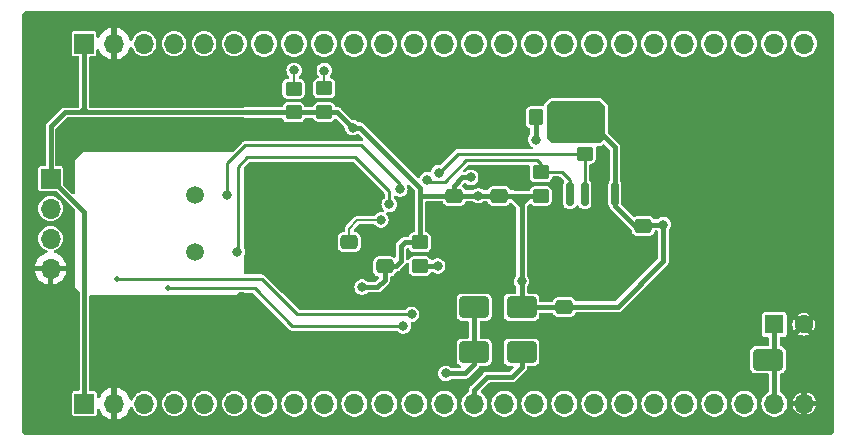
<source format=gbr>
%TF.GenerationSoftware,KiCad,Pcbnew,7.0.9*%
%TF.CreationDate,2024-03-04T14:19:54-03:00*%
%TF.ProjectId,CPU Stm32G431,43505520-5374-46d3-9332-473433312e6b,rev?*%
%TF.SameCoordinates,Original*%
%TF.FileFunction,Copper,L2,Bot*%
%TF.FilePolarity,Positive*%
%FSLAX46Y46*%
G04 Gerber Fmt 4.6, Leading zero omitted, Abs format (unit mm)*
G04 Created by KiCad (PCBNEW 7.0.9) date 2024-03-04 14:19:54*
%MOMM*%
%LPD*%
G01*
G04 APERTURE LIST*
G04 Aperture macros list*
%AMRoundRect*
0 Rectangle with rounded corners*
0 $1 Rounding radius*
0 $2 $3 $4 $5 $6 $7 $8 $9 X,Y pos of 4 corners*
0 Add a 4 corners polygon primitive as box body*
4,1,4,$2,$3,$4,$5,$6,$7,$8,$9,$2,$3,0*
0 Add four circle primitives for the rounded corners*
1,1,$1+$1,$2,$3*
1,1,$1+$1,$4,$5*
1,1,$1+$1,$6,$7*
1,1,$1+$1,$8,$9*
0 Add four rect primitives between the rounded corners*
20,1,$1+$1,$2,$3,$4,$5,0*
20,1,$1+$1,$4,$5,$6,$7,0*
20,1,$1+$1,$6,$7,$8,$9,0*
20,1,$1+$1,$8,$9,$2,$3,0*%
G04 Aperture macros list end*
%TA.AperFunction,ComponentPad*%
%ADD10R,1.600000X1.600000*%
%TD*%
%TA.AperFunction,ComponentPad*%
%ADD11C,1.600000*%
%TD*%
%TA.AperFunction,ComponentPad*%
%ADD12C,1.500000*%
%TD*%
%TA.AperFunction,ComponentPad*%
%ADD13R,1.700000X1.700000*%
%TD*%
%TA.AperFunction,ComponentPad*%
%ADD14O,1.700000X1.700000*%
%TD*%
%TA.AperFunction,SMDPad,CuDef*%
%ADD15RoundRect,0.250000X-0.475000X0.337500X-0.475000X-0.337500X0.475000X-0.337500X0.475000X0.337500X0*%
%TD*%
%TA.AperFunction,SMDPad,CuDef*%
%ADD16RoundRect,0.250000X-1.000000X-0.650000X1.000000X-0.650000X1.000000X0.650000X-1.000000X0.650000X0*%
%TD*%
%TA.AperFunction,SMDPad,CuDef*%
%ADD17RoundRect,0.150000X0.150000X-0.825000X0.150000X0.825000X-0.150000X0.825000X-0.150000X-0.825000X0*%
%TD*%
%TA.AperFunction,SMDPad,CuDef*%
%ADD18RoundRect,0.250000X-0.450000X0.350000X-0.450000X-0.350000X0.450000X-0.350000X0.450000X0.350000X0*%
%TD*%
%TA.AperFunction,SMDPad,CuDef*%
%ADD19RoundRect,0.250000X0.475000X-0.337500X0.475000X0.337500X-0.475000X0.337500X-0.475000X-0.337500X0*%
%TD*%
%TA.AperFunction,SMDPad,CuDef*%
%ADD20RoundRect,0.250000X1.000000X0.650000X-1.000000X0.650000X-1.000000X-0.650000X1.000000X-0.650000X0*%
%TD*%
%TA.AperFunction,SMDPad,CuDef*%
%ADD21RoundRect,0.250000X0.450000X-0.350000X0.450000X0.350000X-0.450000X0.350000X-0.450000X-0.350000X0*%
%TD*%
%TA.AperFunction,SMDPad,CuDef*%
%ADD22RoundRect,0.250000X0.350000X0.450000X-0.350000X0.450000X-0.350000X-0.450000X0.350000X-0.450000X0*%
%TD*%
%TA.AperFunction,ViaPad*%
%ADD23C,0.800000*%
%TD*%
%TA.AperFunction,ViaPad*%
%ADD24C,0.500000*%
%TD*%
%TA.AperFunction,Conductor*%
%ADD25C,0.250000*%
%TD*%
%TA.AperFunction,Conductor*%
%ADD26C,0.400000*%
%TD*%
%TA.AperFunction,Conductor*%
%ADD27C,0.200000*%
%TD*%
G04 APERTURE END LIST*
D10*
%TO.P,C5,1*%
%TO.N,VCC*%
X177774888Y-112970000D03*
D11*
%TO.P,C5,2*%
%TO.N,GND*%
X180274888Y-112970000D03*
%TD*%
D12*
%TO.P,Y1,1,1*%
%TO.N,OSC1*%
X128760000Y-106870000D03*
%TO.P,Y1,2,2*%
%TO.N,OSC2*%
X128760000Y-101990000D03*
%TD*%
D13*
%TO.P,J1,1,Pin_1*%
%TO.N,VDD*%
X116505000Y-100620000D03*
D14*
%TO.P,J1,2,Pin_2*%
%TO.N,/Mcu/SWDIO*%
X116505000Y-103160000D03*
%TO.P,J1,3,Pin_3*%
%TO.N,/Mcu/SWCLK*%
X116505000Y-105700000D03*
%TO.P,J1,4,Pin_4*%
%TO.N,GND*%
X116505000Y-108240000D03*
%TD*%
D15*
%TO.P,C11,1*%
%TO.N,GND*%
X144780000Y-105982500D03*
%TO.P,C11,2*%
%TO.N,VDD*%
X144780000Y-108057500D03*
%TD*%
D16*
%TO.P,D1,1,K*%
%TO.N,VDDBAT*%
X152380000Y-111520000D03*
%TO.P,D1,2,A*%
%TO.N,VDD*%
X156380000Y-111520000D03*
%TD*%
D17*
%TO.P,U3,1,A0*%
%TO.N,GND*%
X164285000Y-106895000D03*
%TO.P,U3,2,A1*%
X163015000Y-106895000D03*
%TO.P,U3,3,A2*%
X161745000Y-106895000D03*
%TO.P,U3,4,GND*%
X160475000Y-106895000D03*
%TO.P,U3,5,SDA*%
%TO.N,SDA*%
X160475000Y-101945000D03*
%TO.P,U3,6,SCL*%
%TO.N,SCL*%
X161745000Y-101945000D03*
%TO.P,U3,7,WP*%
%TO.N,GND*%
X163015000Y-101945000D03*
%TO.P,U3,8,VCC*%
%TO.N,VDD*%
X164285000Y-101945000D03*
%TD*%
D18*
%TO.P,R4,1*%
%TO.N,SDA*%
X137080000Y-93020000D03*
%TO.P,R4,2*%
%TO.N,VDD*%
X137080000Y-95020000D03*
%TD*%
D19*
%TO.P,C12,1*%
%TO.N,GND*%
X150680000Y-104157500D03*
%TO.P,C12,2*%
%TO.N,VDD*%
X150680000Y-102082500D03*
%TD*%
D13*
%TO.P,J2,1,Pin_1*%
%TO.N,VDD*%
X119370000Y-119670000D03*
D14*
%TO.P,J2,2,Pin_2*%
%TO.N,GND*%
X121910000Y-119670000D03*
%TO.P,J2,3,Pin_3*%
%TO.N,/Mcu/PA15*%
X124450000Y-119670000D03*
%TO.P,J2,4,Pin_4*%
%TO.N,/Mcu/PC10*%
X126990000Y-119670000D03*
%TO.P,J2,5,Pin_5*%
%TO.N,/Mcu/PC11*%
X129530000Y-119670000D03*
%TO.P,J2,6,Pin_6*%
%TO.N,/Mcu/PC12*%
X132070000Y-119670000D03*
%TO.P,J2,7,Pin_7*%
%TO.N,/Mcu/PD2*%
X134610000Y-119670000D03*
%TO.P,J2,8,Pin_8*%
%TO.N,/Mcu/PB3*%
X137150000Y-119670000D03*
%TO.P,J2,9,Pin_9*%
%TO.N,/Mcu/PB4*%
X139690000Y-119670000D03*
%TO.P,J2,10,Pin_10*%
%TO.N,/Mcu/PB5*%
X142230000Y-119670000D03*
%TO.P,J2,11,Pin_11*%
%TO.N,/Mcu/PB6*%
X144770000Y-119670000D03*
%TO.P,J2,12,Pin_12*%
%TO.N,/Mcu/PB7*%
X147310000Y-119670000D03*
%TO.P,J2,13,Pin_13*%
%TO.N,/Mcu/PB9*%
X149850000Y-119670000D03*
%TO.P,J2,14,Pin_14*%
%TO.N,VBT1*%
X152390000Y-119670000D03*
%TO.P,J2,15,Pin_15*%
%TO.N,/Mcu/PC13*%
X154930000Y-119670000D03*
%TO.P,J2,16,Pin_16*%
%TO.N,/Mcu/PC0*%
X157470000Y-119670000D03*
%TO.P,J2,17,Pin_17*%
%TO.N,/Mcu/PC1*%
X160010000Y-119670000D03*
%TO.P,J2,18,Pin_18*%
%TO.N,/Mcu/PC2*%
X162550000Y-119670000D03*
%TO.P,J2,19,Pin_19*%
%TO.N,/Mcu/PC3*%
X165090000Y-119670000D03*
%TO.P,J2,20,Pin_20*%
%TO.N,/Mcu/PA0*%
X167630000Y-119670000D03*
%TO.P,J2,21,Pin_21*%
%TO.N,/Mcu/PA1*%
X170170000Y-119670000D03*
%TO.P,J2,22,Pin_22*%
%TO.N,/Mcu/PA2*%
X172710000Y-119670000D03*
%TO.P,J2,23,Pin_23*%
%TO.N,/Mcu/PA3*%
X175250000Y-119670000D03*
%TO.P,J2,24,Pin_24*%
%TO.N,VCC*%
X177790000Y-119670000D03*
%TO.P,J2,25,Pin_25*%
%TO.N,GND*%
X180330000Y-119670000D03*
%TD*%
D16*
%TO.P,D2,1,K*%
%TO.N,VDDBAT*%
X152380000Y-115320000D03*
%TO.P,D2,2,A*%
%TO.N,VBT1*%
X156380000Y-115320000D03*
%TD*%
D19*
%TO.P,C9,1*%
%TO.N,GND*%
X159980000Y-113557500D03*
%TO.P,C9,2*%
%TO.N,VDD*%
X159980000Y-111482500D03*
%TD*%
D13*
%TO.P,J3,1,Pin_1*%
%TO.N,VDD*%
X119340000Y-89190000D03*
D14*
%TO.P,J3,2,Pin_2*%
%TO.N,GND*%
X121880000Y-89190000D03*
%TO.P,J3,3,Pin_3*%
%TO.N,/Mcu/PA12*%
X124420000Y-89190000D03*
%TO.P,J3,4,Pin_4*%
%TO.N,/Mcu/PA11*%
X126960000Y-89190000D03*
%TO.P,J3,5,Pin_5*%
%TO.N,/Mcu/PA10*%
X129500000Y-89190000D03*
%TO.P,J3,6,Pin_6*%
%TO.N,/Mcu/PA9*%
X132040000Y-89190000D03*
%TO.P,J3,7,Pin_7*%
%TO.N,/Mcu/PA8*%
X134580000Y-89190000D03*
%TO.P,J3,8,Pin_8*%
%TO.N,SDA*%
X137120000Y-89190000D03*
%TO.P,J3,9,Pin_9*%
%TO.N,SCL*%
X139660000Y-89190000D03*
%TO.P,J3,10,Pin_10*%
%TO.N,/Mcu/PC7*%
X142200000Y-89190000D03*
%TO.P,J3,11,Pin_11*%
%TO.N,/Mcu/PC6*%
X144740000Y-89190000D03*
%TO.P,J3,12,Pin_12*%
%TO.N,/Mcu/PB15*%
X147280000Y-89190000D03*
%TO.P,J3,13,Pin_13*%
%TO.N,/Mcu/PB14*%
X149820000Y-89190000D03*
%TO.P,J3,14,Pin_14*%
%TO.N,/Mcu/PB13*%
X152360000Y-89190000D03*
%TO.P,J3,15,Pin_15*%
%TO.N,/Mcu/PB12*%
X154900000Y-89190000D03*
%TO.P,J3,16,Pin_16*%
%TO.N,/Mcu/PB11*%
X157440000Y-89190000D03*
%TO.P,J3,17,Pin_17*%
%TO.N,/Mcu/PB2*%
X159980000Y-89190000D03*
%TO.P,J3,18,Pin_18*%
%TO.N,/Mcu/PB1*%
X162520000Y-89190000D03*
%TO.P,J3,19,Pin_19*%
%TO.N,/Mcu/PB0*%
X165060000Y-89190000D03*
%TO.P,J3,20,Pin_20*%
%TO.N,/Mcu/PC5*%
X167600000Y-89190000D03*
%TO.P,J3,21,Pin_21*%
%TO.N,/Mcu/PC4*%
X170140000Y-89190000D03*
%TO.P,J3,22,Pin_22*%
%TO.N,/Mcu/PA7*%
X172680000Y-89190000D03*
%TO.P,J3,23,Pin_23*%
%TO.N,/Mcu/PA6*%
X175220000Y-89190000D03*
%TO.P,J3,24,Pin_24*%
%TO.N,/Mcu/PA5*%
X177760000Y-89190000D03*
%TO.P,J3,25,Pin_25*%
%TO.N,/Mcu/PA4*%
X180300000Y-89190000D03*
%TD*%
D19*
%TO.P,C17,1*%
%TO.N,GND*%
X166680000Y-106695000D03*
%TO.P,C17,2*%
%TO.N,VDD*%
X166680000Y-104620000D03*
%TD*%
D18*
%TO.P,R7,1*%
%TO.N,SDA*%
X158020000Y-100095000D03*
%TO.P,R7,2*%
%TO.N,VDD*%
X158020000Y-102095000D03*
%TD*%
D19*
%TO.P,C16,1*%
%TO.N,GND*%
X141780000Y-108057500D03*
%TO.P,C16,2*%
%TO.N,Net-(U2-PB8)*%
X141780000Y-105982500D03*
%TD*%
D20*
%TO.P,D5,1,A1*%
%TO.N,GND*%
X181240000Y-115970000D03*
%TO.P,D5,2,A2*%
%TO.N,VCC*%
X177240000Y-115970000D03*
%TD*%
D18*
%TO.P,R5,1*%
%TO.N,SCL*%
X139680000Y-92980000D03*
%TO.P,R5,2*%
%TO.N,VDD*%
X139680000Y-94980000D03*
%TD*%
D21*
%TO.P,R6,1*%
%TO.N,SCL*%
X161720000Y-98545000D03*
%TO.P,R6,2*%
%TO.N,VDD*%
X161720000Y-96545000D03*
%TD*%
D19*
%TO.P,C13,1*%
%TO.N,GND*%
X154480000Y-104157500D03*
%TO.P,C13,2*%
%TO.N,VDD*%
X154480000Y-102082500D03*
%TD*%
D22*
%TO.P,R2,1*%
%TO.N,VDD*%
X159580000Y-95420000D03*
%TO.P,R2,2*%
%TO.N,Net-(D3-A)*%
X157580000Y-95420000D03*
%TD*%
D21*
%TO.P,R1,1*%
%TO.N,/Mcu/NRST*%
X147780000Y-108020000D03*
%TO.P,R1,2*%
%TO.N,VDD*%
X147780000Y-106020000D03*
%TD*%
D23*
%TO.N,GND*%
X176270000Y-101845000D03*
X126645000Y-113650000D03*
X175395000Y-106170000D03*
X141570000Y-109795000D03*
X125095000Y-97120000D03*
X180820000Y-101795000D03*
X182120000Y-119170000D03*
X152445000Y-103345000D03*
X182120000Y-120420000D03*
X161295000Y-91595000D03*
X176295000Y-106170000D03*
X120800000Y-96370000D03*
X169910000Y-109750000D03*
X144710000Y-96370000D03*
X171570000Y-106120000D03*
X164295000Y-108620000D03*
X176170000Y-109750000D03*
X145570000Y-104620000D03*
X181770000Y-112270000D03*
X172570000Y-106120000D03*
X151820000Y-108245000D03*
X122895000Y-117420000D03*
X179245000Y-110170000D03*
X180795000Y-93095000D03*
X155490000Y-96370000D03*
X133680000Y-100220000D03*
X116145000Y-91695000D03*
X173045000Y-109745000D03*
X149020000Y-104160000D03*
X150770000Y-106470000D03*
X179245000Y-108745000D03*
X143920000Y-111295000D03*
X117620000Y-110245000D03*
X180870000Y-110820000D03*
X155970000Y-100545000D03*
X121870000Y-91695000D03*
X122945000Y-91695000D03*
X176270000Y-100890000D03*
X159780000Y-109760000D03*
X123770000Y-115560000D03*
X115845000Y-119670000D03*
X121895000Y-117420000D03*
X151870000Y-106470000D03*
X120570000Y-113650000D03*
X133680000Y-96370000D03*
X180810000Y-100840000D03*
X177370000Y-95345000D03*
X181770000Y-113920000D03*
X123770000Y-113650000D03*
X164300000Y-109760000D03*
X180795000Y-95345000D03*
X116520000Y-110245000D03*
%TO.N,OSC1*%
X132330000Y-106870000D03*
X145180000Y-102820000D03*
%TO.N,OSC2*%
X146080000Y-101520000D03*
X131480000Y-102020000D03*
%TO.N,RTC1*%
X146380000Y-113120000D03*
D24*
X126480000Y-109920000D03*
D23*
%TO.N,RTC2*%
X147080000Y-112120000D03*
D24*
X122120000Y-109120000D03*
D23*
%TO.N,VDD*%
X168380000Y-104520000D03*
X152080000Y-100520000D03*
X142080000Y-96320000D03*
X156380000Y-109320000D03*
X152717500Y-102082500D03*
X142880000Y-109820000D03*
%TO.N,/Mcu/NRST*%
X149280000Y-108020000D03*
%TO.N,Net-(U2-PB8)*%
X144480000Y-104120000D03*
%TO.N,VDDBAT*%
X149980000Y-117120000D03*
%TO.N,Net-(D3-A)*%
X157580000Y-97320000D03*
%TO.N,SDA*%
X137120000Y-91460000D03*
X148380000Y-100720000D03*
%TO.N,SCL*%
X149380000Y-100120000D03*
X139680000Y-91480000D03*
%TD*%
D25*
%TO.N,OSC1*%
X145180000Y-101720000D02*
X142280000Y-98820000D01*
X145180000Y-102820000D02*
X145180000Y-101720000D01*
X142280000Y-98820000D02*
X133180000Y-98820000D01*
X132380000Y-99620000D02*
X132380000Y-106820000D01*
X133180000Y-98820000D02*
X132380000Y-99620000D01*
X132380000Y-106820000D02*
X132330000Y-106870000D01*
%TO.N,OSC2*%
X131480000Y-99270000D02*
X131480000Y-102020000D01*
X146080000Y-101120000D02*
X142780000Y-97820000D01*
X146080000Y-101520000D02*
X146080000Y-101120000D01*
X142780000Y-97820000D02*
X132930000Y-97820000D01*
X132930000Y-97820000D02*
X131480000Y-99270000D01*
%TO.N,RTC1*%
X136980000Y-113120000D02*
X146380000Y-113120000D01*
X126480000Y-109920000D02*
X133780000Y-109920000D01*
X133780000Y-109920000D02*
X136980000Y-113120000D01*
%TO.N,RTC2*%
X134380000Y-109120000D02*
X122120000Y-109120000D01*
X137380000Y-112120000D02*
X134380000Y-109120000D01*
X147080000Y-112120000D02*
X137380000Y-112120000D01*
D26*
%TO.N,VCC*%
X177790000Y-116520000D02*
X177240000Y-115970000D01*
X177790000Y-119670000D02*
X177790000Y-116520000D01*
X177774888Y-115435112D02*
X177774888Y-113290000D01*
X177240000Y-115970000D02*
X177774888Y-115435112D01*
X177774888Y-113290000D02*
X177824888Y-113340000D01*
%TO.N,VDD*%
X119340000Y-95015000D02*
X119345000Y-95020000D01*
X165880000Y-104520000D02*
X168380000Y-104520000D01*
X162845000Y-96545000D02*
X164285000Y-97985000D01*
X147780000Y-102082500D02*
X150680000Y-102082500D01*
X155642500Y-102082500D02*
X154480000Y-102082500D01*
X144780000Y-109220000D02*
X144180000Y-109820000D01*
X156380000Y-111520000D02*
X159942500Y-111520000D01*
X117695000Y-95020000D02*
X116505000Y-96210000D01*
X142680000Y-96320000D02*
X142080000Y-96320000D01*
X119370000Y-120140000D02*
X119370000Y-103485000D01*
X164285000Y-101945000D02*
X164285000Y-102925000D01*
X119340000Y-89190000D02*
X119340000Y-95015000D01*
X168380000Y-107620000D02*
X168380000Y-104520000D01*
X119370000Y-103485000D02*
X116505000Y-100620000D01*
X147780000Y-101420000D02*
X142680000Y-96320000D01*
X119345000Y-95020000D02*
X117695000Y-95020000D01*
X147780000Y-102082500D02*
X147780000Y-101420000D01*
X164285000Y-97985000D02*
X164285000Y-101945000D01*
X144780000Y-108057500D02*
X144780000Y-109220000D01*
X156380000Y-102820000D02*
X155642500Y-102082500D01*
X155642500Y-102082500D02*
X155655000Y-102095000D01*
X146480000Y-106020000D02*
X147780000Y-106020000D01*
X116505000Y-96210000D02*
X116505000Y-100620000D01*
X146180000Y-106320000D02*
X146480000Y-106020000D01*
X151380000Y-100520000D02*
X152080000Y-100520000D01*
X137080000Y-95020000D02*
X140780000Y-95020000D01*
X150680000Y-101220000D02*
X151380000Y-100520000D01*
X159980000Y-111482500D02*
X164517500Y-111482500D01*
X152717500Y-102082500D02*
X150680000Y-102082500D01*
X164285000Y-102925000D02*
X165880000Y-104520000D01*
X155655000Y-102095000D02*
X158020000Y-102095000D01*
X147780000Y-106020000D02*
X147780000Y-102082500D01*
X144780000Y-108057500D02*
X145742500Y-108057500D01*
X156380000Y-111520000D02*
X156380000Y-102820000D01*
X161720000Y-96545000D02*
X162845000Y-96545000D01*
X164517500Y-111482500D02*
X168380000Y-107620000D01*
X152717500Y-102082500D02*
X154480000Y-102082500D01*
X150680000Y-102082500D02*
X150680000Y-101220000D01*
X145742500Y-108057500D02*
X146180000Y-107620000D01*
X159942500Y-111520000D02*
X159980000Y-111482500D01*
X140780000Y-95020000D02*
X142080000Y-96320000D01*
X146180000Y-107620000D02*
X146180000Y-106320000D01*
X137080000Y-95020000D02*
X119345000Y-95020000D01*
X144180000Y-109820000D02*
X142880000Y-109820000D01*
%TO.N,/Mcu/NRST*%
X147780000Y-108020000D02*
X149280000Y-108020000D01*
D27*
%TO.N,Net-(U2-PB8)*%
X141780000Y-105982500D02*
X141780000Y-104857500D01*
X144480000Y-104120000D02*
X144442500Y-104157500D01*
X144442500Y-104157500D02*
X142480000Y-104157500D01*
X141780000Y-104857500D02*
X142480000Y-104157500D01*
D26*
%TO.N,VDDBAT*%
X151580000Y-117120000D02*
X149980000Y-117120000D01*
X152380000Y-111520000D02*
X152380000Y-115320000D01*
X152380000Y-115320000D02*
X152380000Y-116320000D01*
D27*
X152390000Y-116030000D02*
X152380000Y-116020000D01*
D26*
X152380000Y-116320000D02*
X151580000Y-117120000D01*
%TO.N,VBT1*%
X152390000Y-118510000D02*
X153480000Y-117420000D01*
X152390000Y-120140000D02*
X152390000Y-118510000D01*
X153480000Y-117420000D02*
X155580000Y-117420000D01*
X155580000Y-117420000D02*
X156380000Y-116620000D01*
X156380000Y-116620000D02*
X156380000Y-115320000D01*
%TO.N,Net-(D3-A)*%
X157580000Y-95420000D02*
X157580000Y-97320000D01*
D25*
%TO.N,SDA*%
X159795000Y-100070000D02*
X158020000Y-100070000D01*
X160475000Y-100750000D02*
X159795000Y-100070000D01*
X160475000Y-101945000D02*
X160475000Y-100750000D01*
X158020000Y-99420000D02*
X157695000Y-99095000D01*
X151697893Y-99095000D02*
X149872893Y-100920000D01*
X158020000Y-100070000D02*
X158020000Y-99420000D01*
X149872893Y-100920000D02*
X148580000Y-100920000D01*
D27*
X137080000Y-91500000D02*
X137120000Y-91460000D01*
D25*
X157695000Y-99095000D02*
X151697893Y-99095000D01*
X148580000Y-100920000D02*
X148380000Y-100720000D01*
D27*
X137080000Y-93020000D02*
X137080000Y-91500000D01*
D25*
%TO.N,SCL*%
X149380000Y-100120000D02*
X150980000Y-98520000D01*
X161520000Y-98520000D02*
X161745000Y-98745000D01*
D27*
X139680000Y-92980000D02*
X139680000Y-91480000D01*
D25*
X161745000Y-98745000D02*
X161745000Y-101945000D01*
X150980000Y-98520000D02*
X161520000Y-98520000D01*
%TD*%
%TA.AperFunction,Conductor*%
%TO.N,GND*%
G36*
X118997513Y-98617486D02*
G01*
X118997512Y-98617487D01*
X118817487Y-98797512D01*
X118817486Y-98797513D01*
X118570000Y-99045000D01*
X118570000Y-98370000D01*
X119245000Y-98370000D01*
X118997513Y-98617486D01*
G37*
%TD.AperFunction*%
%TD*%
%TA.AperFunction,Conductor*%
%TO.N,GND*%
G36*
X118817487Y-110067487D02*
G01*
X118933181Y-110183181D01*
X118966666Y-110244504D01*
X118969500Y-110270862D01*
X118969500Y-110482500D01*
X118557500Y-110482500D01*
X118557500Y-109807500D01*
X118817487Y-110067487D01*
G37*
%TD.AperFunction*%
%TD*%
%TA.AperFunction,Conductor*%
%TO.N,GND*%
G36*
X132845000Y-88514981D02*
G01*
X132786410Y-88443590D01*
X132636121Y-88320252D01*
X132626450Y-88312315D01*
X132443954Y-88214768D01*
X132245934Y-88154700D01*
X132245932Y-88154699D01*
X132245934Y-88154699D01*
X132040000Y-88134417D01*
X131834067Y-88154699D01*
X131636043Y-88214769D01*
X131548114Y-88261769D01*
X131453550Y-88312315D01*
X131453548Y-88312316D01*
X131453547Y-88312317D01*
X131293589Y-88443589D01*
X131162317Y-88603547D01*
X131064769Y-88786043D01*
X131004699Y-88984067D01*
X130984417Y-89190000D01*
X131004699Y-89395932D01*
X131004700Y-89395934D01*
X131064768Y-89593954D01*
X131162315Y-89776450D01*
X131162317Y-89776452D01*
X131293589Y-89936410D01*
X131390209Y-90015702D01*
X131453550Y-90067685D01*
X131636046Y-90165232D01*
X131834066Y-90225300D01*
X131834065Y-90225300D01*
X131852529Y-90227118D01*
X132040000Y-90245583D01*
X132245934Y-90225300D01*
X132443954Y-90165232D01*
X132626450Y-90067685D01*
X132786410Y-89936410D01*
X132845000Y-89865017D01*
X132845000Y-94619500D01*
X119864500Y-94619500D01*
X119797461Y-94599815D01*
X119751706Y-94547011D01*
X119740500Y-94495500D01*
X119740500Y-90364500D01*
X119760185Y-90297461D01*
X119812989Y-90251706D01*
X119864500Y-90240500D01*
X120209750Y-90240500D01*
X120209751Y-90240499D01*
X120224568Y-90237552D01*
X120268229Y-90228868D01*
X120268229Y-90228867D01*
X120268231Y-90228867D01*
X120334552Y-90184552D01*
X120378867Y-90118231D01*
X120378867Y-90118229D01*
X120378868Y-90118229D01*
X120388922Y-90067682D01*
X120390500Y-90059748D01*
X120390500Y-89749456D01*
X120410185Y-89682417D01*
X120462989Y-89636662D01*
X120532147Y-89626718D01*
X120595703Y-89655743D01*
X120626882Y-89697051D01*
X120706400Y-89867578D01*
X120841894Y-90061082D01*
X121008917Y-90228105D01*
X121202421Y-90363600D01*
X121416507Y-90463429D01*
X121416516Y-90463433D01*
X121630000Y-90520634D01*
X121630000Y-89625501D01*
X121737685Y-89674680D01*
X121844237Y-89690000D01*
X121915763Y-89690000D01*
X122022315Y-89674680D01*
X122130000Y-89625501D01*
X122130000Y-90520633D01*
X122343483Y-90463433D01*
X122343492Y-90463429D01*
X122557578Y-90363600D01*
X122751082Y-90228105D01*
X122918105Y-90061082D01*
X123053600Y-89867578D01*
X123153429Y-89653492D01*
X123153433Y-89653483D01*
X123186158Y-89531350D01*
X123222522Y-89471690D01*
X123285369Y-89441160D01*
X123354745Y-89449454D01*
X123408623Y-89493939D01*
X123424593Y-89527447D01*
X123444768Y-89593954D01*
X123542315Y-89776450D01*
X123542317Y-89776452D01*
X123673589Y-89936410D01*
X123770209Y-90015702D01*
X123833550Y-90067685D01*
X124016046Y-90165232D01*
X124214066Y-90225300D01*
X124214065Y-90225300D01*
X124232529Y-90227118D01*
X124420000Y-90245583D01*
X124625934Y-90225300D01*
X124823954Y-90165232D01*
X125006450Y-90067685D01*
X125166410Y-89936410D01*
X125297685Y-89776450D01*
X125395232Y-89593954D01*
X125455300Y-89395934D01*
X125475583Y-89190000D01*
X125904417Y-89190000D01*
X125924699Y-89395932D01*
X125924700Y-89395934D01*
X125984768Y-89593954D01*
X126082315Y-89776450D01*
X126082317Y-89776452D01*
X126213589Y-89936410D01*
X126310209Y-90015702D01*
X126373550Y-90067685D01*
X126556046Y-90165232D01*
X126754066Y-90225300D01*
X126754065Y-90225300D01*
X126772529Y-90227118D01*
X126960000Y-90245583D01*
X127165934Y-90225300D01*
X127363954Y-90165232D01*
X127546450Y-90067685D01*
X127706410Y-89936410D01*
X127837685Y-89776450D01*
X127935232Y-89593954D01*
X127995300Y-89395934D01*
X128015583Y-89190000D01*
X128444417Y-89190000D01*
X128464699Y-89395932D01*
X128464700Y-89395934D01*
X128524768Y-89593954D01*
X128622315Y-89776450D01*
X128622317Y-89776452D01*
X128753589Y-89936410D01*
X128850209Y-90015702D01*
X128913550Y-90067685D01*
X129096046Y-90165232D01*
X129294066Y-90225300D01*
X129294065Y-90225300D01*
X129312529Y-90227118D01*
X129500000Y-90245583D01*
X129705934Y-90225300D01*
X129903954Y-90165232D01*
X130086450Y-90067685D01*
X130246410Y-89936410D01*
X130377685Y-89776450D01*
X130475232Y-89593954D01*
X130535300Y-89395934D01*
X130555583Y-89190000D01*
X130535300Y-88984066D01*
X130475232Y-88786046D01*
X130377685Y-88603550D01*
X130302897Y-88512420D01*
X130246410Y-88443589D01*
X130096121Y-88320252D01*
X130086450Y-88312315D01*
X129903954Y-88214768D01*
X129705934Y-88154700D01*
X129705932Y-88154699D01*
X129705934Y-88154699D01*
X129500000Y-88134417D01*
X129294067Y-88154699D01*
X129096043Y-88214769D01*
X129008114Y-88261769D01*
X128913550Y-88312315D01*
X128913548Y-88312316D01*
X128913547Y-88312317D01*
X128753589Y-88443589D01*
X128622317Y-88603547D01*
X128524769Y-88786043D01*
X128464699Y-88984067D01*
X128444417Y-89190000D01*
X128015583Y-89190000D01*
X127995300Y-88984066D01*
X127935232Y-88786046D01*
X127837685Y-88603550D01*
X127762897Y-88512420D01*
X127706410Y-88443589D01*
X127556121Y-88320252D01*
X127546450Y-88312315D01*
X127363954Y-88214768D01*
X127165934Y-88154700D01*
X127165932Y-88154699D01*
X127165934Y-88154699D01*
X126960000Y-88134417D01*
X126754067Y-88154699D01*
X126556043Y-88214769D01*
X126468114Y-88261769D01*
X126373550Y-88312315D01*
X126373548Y-88312316D01*
X126373547Y-88312317D01*
X126213589Y-88443589D01*
X126082317Y-88603547D01*
X125984769Y-88786043D01*
X125924699Y-88984067D01*
X125904417Y-89190000D01*
X125475583Y-89190000D01*
X125455300Y-88984066D01*
X125395232Y-88786046D01*
X125297685Y-88603550D01*
X125222897Y-88512420D01*
X125166410Y-88443589D01*
X125016121Y-88320252D01*
X125006450Y-88312315D01*
X124823954Y-88214768D01*
X124625934Y-88154700D01*
X124625932Y-88154699D01*
X124625934Y-88154699D01*
X124420000Y-88134417D01*
X124214067Y-88154699D01*
X124016043Y-88214769D01*
X123928114Y-88261769D01*
X123833550Y-88312315D01*
X123833548Y-88312316D01*
X123833547Y-88312317D01*
X123673589Y-88443589D01*
X123542317Y-88603547D01*
X123444767Y-88786046D01*
X123424593Y-88852552D01*
X123386296Y-88910990D01*
X123322483Y-88939447D01*
X123253416Y-88928886D01*
X123201023Y-88882661D01*
X123186158Y-88848649D01*
X123153433Y-88726516D01*
X123153429Y-88726507D01*
X123053600Y-88512422D01*
X123053599Y-88512420D01*
X122918113Y-88318926D01*
X122918108Y-88318920D01*
X122751082Y-88151894D01*
X122557578Y-88016399D01*
X122343492Y-87916570D01*
X122343486Y-87916567D01*
X122130000Y-87859364D01*
X122130000Y-88754498D01*
X122022315Y-88705320D01*
X121915763Y-88690000D01*
X121844237Y-88690000D01*
X121737685Y-88705320D01*
X121630000Y-88754498D01*
X121630000Y-87859364D01*
X121629999Y-87859364D01*
X121416513Y-87916567D01*
X121416507Y-87916570D01*
X121202422Y-88016399D01*
X121202420Y-88016400D01*
X121008926Y-88151886D01*
X121008920Y-88151891D01*
X120841891Y-88318920D01*
X120841886Y-88318926D01*
X120706400Y-88512420D01*
X120706399Y-88512422D01*
X120626882Y-88682948D01*
X120580710Y-88735387D01*
X120513516Y-88754539D01*
X120446635Y-88734323D01*
X120401300Y-88681158D01*
X120390500Y-88630543D01*
X120390500Y-88320249D01*
X120390499Y-88320247D01*
X120378868Y-88261770D01*
X120378867Y-88261769D01*
X120334552Y-88195447D01*
X120268230Y-88151132D01*
X120268229Y-88151131D01*
X120209752Y-88139500D01*
X120209748Y-88139500D01*
X118470252Y-88139500D01*
X118470247Y-88139500D01*
X118411770Y-88151131D01*
X118411769Y-88151132D01*
X118345447Y-88195447D01*
X118301132Y-88261769D01*
X118301131Y-88261770D01*
X118289500Y-88320247D01*
X118289500Y-90059752D01*
X118301131Y-90118229D01*
X118301132Y-90118230D01*
X118345447Y-90184552D01*
X118411769Y-90228867D01*
X118411770Y-90228868D01*
X118470247Y-90240499D01*
X118470250Y-90240500D01*
X118470252Y-90240500D01*
X118815500Y-90240500D01*
X118882539Y-90260185D01*
X118928294Y-90312989D01*
X118939500Y-90364500D01*
X118939500Y-94495500D01*
X118919815Y-94562539D01*
X118867011Y-94608294D01*
X118815500Y-94619500D01*
X117631567Y-94619500D01*
X117610491Y-94626347D01*
X117591582Y-94630887D01*
X117569696Y-94634354D01*
X117549955Y-94644412D01*
X117531987Y-94651854D01*
X117510912Y-94658702D01*
X117510909Y-94658704D01*
X117492984Y-94671727D01*
X117476399Y-94681890D01*
X117456659Y-94691948D01*
X117445375Y-94703232D01*
X117434091Y-94714517D01*
X116199516Y-95949091D01*
X116199513Y-95949094D01*
X116176949Y-95971659D01*
X116176948Y-95971660D01*
X116166891Y-95991397D01*
X116156731Y-96007977D01*
X116143706Y-96025905D01*
X116143703Y-96025910D01*
X116136854Y-96046988D01*
X116129413Y-96064952D01*
X116119354Y-96084695D01*
X116115887Y-96106582D01*
X116111347Y-96125491D01*
X116104500Y-96146567D01*
X116104500Y-99445500D01*
X116084815Y-99512539D01*
X116032011Y-99558294D01*
X115980500Y-99569500D01*
X115635247Y-99569500D01*
X115576770Y-99581131D01*
X115576769Y-99581132D01*
X115510447Y-99625447D01*
X115466132Y-99691769D01*
X115466131Y-99691770D01*
X115454500Y-99750247D01*
X115454500Y-101489752D01*
X115466131Y-101548229D01*
X115466132Y-101548230D01*
X115510447Y-101614552D01*
X115576769Y-101658867D01*
X115576770Y-101658868D01*
X115635247Y-101670499D01*
X115635250Y-101670500D01*
X115635252Y-101670500D01*
X116937745Y-101670500D01*
X117004784Y-101690185D01*
X117025426Y-101706819D01*
X118533681Y-103215074D01*
X118567166Y-103276397D01*
X118570000Y-103302755D01*
X118570000Y-109820000D01*
X118557500Y-109807500D01*
X118557500Y-110482500D01*
X118969500Y-110482500D01*
X118969500Y-118495500D01*
X118949815Y-118562539D01*
X118897011Y-118608294D01*
X118845500Y-118619500D01*
X118500247Y-118619500D01*
X118441770Y-118631131D01*
X118441769Y-118631132D01*
X118375447Y-118675447D01*
X118331132Y-118741769D01*
X118331131Y-118741770D01*
X118319500Y-118800247D01*
X118319500Y-120539752D01*
X118331131Y-120598229D01*
X118331132Y-120598230D01*
X118375447Y-120664552D01*
X118441769Y-120708867D01*
X118441770Y-120708868D01*
X118500247Y-120720499D01*
X118500250Y-120720500D01*
X118500252Y-120720500D01*
X120239750Y-120720500D01*
X120239751Y-120720499D01*
X120254568Y-120717552D01*
X120298229Y-120708868D01*
X120298229Y-120708867D01*
X120298231Y-120708867D01*
X120364552Y-120664552D01*
X120408867Y-120598231D01*
X120408867Y-120598229D01*
X120408868Y-120598229D01*
X120418922Y-120547682D01*
X120420500Y-120539748D01*
X120420500Y-120229456D01*
X120440185Y-120162417D01*
X120492989Y-120116662D01*
X120562147Y-120106718D01*
X120625703Y-120135743D01*
X120656882Y-120177051D01*
X120736400Y-120347578D01*
X120871894Y-120541082D01*
X121038917Y-120708105D01*
X121232421Y-120843600D01*
X121446507Y-120943429D01*
X121446516Y-120943433D01*
X121660000Y-121000634D01*
X121660000Y-120105501D01*
X121767685Y-120154680D01*
X121874237Y-120170000D01*
X121945763Y-120170000D01*
X122052315Y-120154680D01*
X122160000Y-120105501D01*
X122160000Y-121000633D01*
X122373483Y-120943433D01*
X122373492Y-120943429D01*
X122587578Y-120843600D01*
X122781082Y-120708105D01*
X122948105Y-120541082D01*
X123083600Y-120347578D01*
X123183429Y-120133492D01*
X123183433Y-120133483D01*
X123216158Y-120011350D01*
X123252522Y-119951690D01*
X123315369Y-119921160D01*
X123384745Y-119929454D01*
X123438623Y-119973939D01*
X123454593Y-120007447D01*
X123474768Y-120073954D01*
X123572315Y-120256450D01*
X123572317Y-120256452D01*
X123703589Y-120416410D01*
X123800209Y-120495702D01*
X123863550Y-120547685D01*
X124046046Y-120645232D01*
X124244066Y-120705300D01*
X124244065Y-120705300D01*
X124262529Y-120707118D01*
X124450000Y-120725583D01*
X124655934Y-120705300D01*
X124853954Y-120645232D01*
X125036450Y-120547685D01*
X125196410Y-120416410D01*
X125327685Y-120256450D01*
X125425232Y-120073954D01*
X125485300Y-119875934D01*
X125505583Y-119670000D01*
X125934417Y-119670000D01*
X125954699Y-119875932D01*
X125954700Y-119875934D01*
X126014768Y-120073954D01*
X126112315Y-120256450D01*
X126112317Y-120256452D01*
X126243589Y-120416410D01*
X126340209Y-120495702D01*
X126403550Y-120547685D01*
X126586046Y-120645232D01*
X126784066Y-120705300D01*
X126784065Y-120705300D01*
X126802529Y-120707118D01*
X126990000Y-120725583D01*
X127195934Y-120705300D01*
X127393954Y-120645232D01*
X127576450Y-120547685D01*
X127736410Y-120416410D01*
X127867685Y-120256450D01*
X127965232Y-120073954D01*
X128025300Y-119875934D01*
X128045583Y-119670000D01*
X128474417Y-119670000D01*
X128494699Y-119875932D01*
X128494700Y-119875934D01*
X128554768Y-120073954D01*
X128652315Y-120256450D01*
X128652317Y-120256452D01*
X128783589Y-120416410D01*
X128880209Y-120495702D01*
X128943550Y-120547685D01*
X129126046Y-120645232D01*
X129324066Y-120705300D01*
X129324065Y-120705300D01*
X129342529Y-120707118D01*
X129530000Y-120725583D01*
X129735934Y-120705300D01*
X129933954Y-120645232D01*
X130116450Y-120547685D01*
X130276410Y-120416410D01*
X130407685Y-120256450D01*
X130505232Y-120073954D01*
X130565300Y-119875934D01*
X130585583Y-119670000D01*
X130565300Y-119464066D01*
X130505232Y-119266046D01*
X130407685Y-119083550D01*
X130332897Y-118992420D01*
X130276410Y-118923589D01*
X130126121Y-118800252D01*
X130116450Y-118792315D01*
X129933954Y-118694768D01*
X129735934Y-118634700D01*
X129735932Y-118634699D01*
X129735934Y-118634699D01*
X129530000Y-118614417D01*
X129324067Y-118634699D01*
X129126043Y-118694769D01*
X129038114Y-118741769D01*
X128943550Y-118792315D01*
X128943548Y-118792316D01*
X128943547Y-118792317D01*
X128783589Y-118923589D01*
X128652317Y-119083547D01*
X128554769Y-119266043D01*
X128494699Y-119464067D01*
X128474417Y-119670000D01*
X128045583Y-119670000D01*
X128025300Y-119464066D01*
X127965232Y-119266046D01*
X127867685Y-119083550D01*
X127792897Y-118992420D01*
X127736410Y-118923589D01*
X127586121Y-118800252D01*
X127576450Y-118792315D01*
X127393954Y-118694768D01*
X127195934Y-118634700D01*
X127195932Y-118634699D01*
X127195934Y-118634699D01*
X126990000Y-118614417D01*
X126784067Y-118634699D01*
X126586043Y-118694769D01*
X126498114Y-118741769D01*
X126403550Y-118792315D01*
X126403548Y-118792316D01*
X126403547Y-118792317D01*
X126243589Y-118923589D01*
X126112317Y-119083547D01*
X126014769Y-119266043D01*
X125954699Y-119464067D01*
X125934417Y-119670000D01*
X125505583Y-119670000D01*
X125485300Y-119464066D01*
X125425232Y-119266046D01*
X125327685Y-119083550D01*
X125252897Y-118992420D01*
X125196410Y-118923589D01*
X125046121Y-118800252D01*
X125036450Y-118792315D01*
X124853954Y-118694768D01*
X124655934Y-118634700D01*
X124655932Y-118634699D01*
X124655934Y-118634699D01*
X124450000Y-118614417D01*
X124244067Y-118634699D01*
X124046043Y-118694769D01*
X123958114Y-118741769D01*
X123863550Y-118792315D01*
X123863548Y-118792316D01*
X123863547Y-118792317D01*
X123703589Y-118923589D01*
X123572317Y-119083547D01*
X123474767Y-119266046D01*
X123454593Y-119332552D01*
X123416296Y-119390990D01*
X123352483Y-119419447D01*
X123283416Y-119408886D01*
X123231023Y-119362661D01*
X123216158Y-119328649D01*
X123183433Y-119206516D01*
X123183429Y-119206507D01*
X123083600Y-118992422D01*
X123083599Y-118992420D01*
X122948113Y-118798926D01*
X122948108Y-118798920D01*
X122781082Y-118631894D01*
X122587578Y-118496399D01*
X122373492Y-118396570D01*
X122373486Y-118396567D01*
X122160000Y-118339364D01*
X122160000Y-119234498D01*
X122052315Y-119185320D01*
X121945763Y-119170000D01*
X121874237Y-119170000D01*
X121767685Y-119185320D01*
X121660000Y-119234498D01*
X121660000Y-118339364D01*
X121659999Y-118339364D01*
X121446513Y-118396567D01*
X121446507Y-118396570D01*
X121232422Y-118496399D01*
X121232420Y-118496400D01*
X121038926Y-118631886D01*
X121038920Y-118631891D01*
X120871891Y-118798920D01*
X120871886Y-118798926D01*
X120736400Y-118992420D01*
X120736399Y-118992422D01*
X120656882Y-119162948D01*
X120610710Y-119215387D01*
X120543516Y-119234539D01*
X120476635Y-119214323D01*
X120431300Y-119161158D01*
X120420500Y-119110543D01*
X120420500Y-118800249D01*
X120420499Y-118800247D01*
X120408868Y-118741770D01*
X120408867Y-118741769D01*
X120364552Y-118675447D01*
X120298230Y-118631132D01*
X120298229Y-118631131D01*
X120239752Y-118619500D01*
X120239748Y-118619500D01*
X119894500Y-118619500D01*
X119827461Y-118599815D01*
X119781706Y-118547011D01*
X119770500Y-118495500D01*
X119770500Y-110594000D01*
X119790185Y-110526961D01*
X119842989Y-110481206D01*
X119894500Y-110470000D01*
X132195000Y-110470000D01*
X132182500Y-110482500D01*
X132845000Y-110482500D01*
X132845000Y-118958426D01*
X132816410Y-118923589D01*
X132666121Y-118800252D01*
X132656450Y-118792315D01*
X132473954Y-118694768D01*
X132275934Y-118634700D01*
X132275932Y-118634699D01*
X132275934Y-118634699D01*
X132070000Y-118614417D01*
X131864067Y-118634699D01*
X131666043Y-118694769D01*
X131578114Y-118741769D01*
X131483550Y-118792315D01*
X131483548Y-118792316D01*
X131483547Y-118792317D01*
X131323589Y-118923589D01*
X131192317Y-119083547D01*
X131094769Y-119266043D01*
X131034699Y-119464067D01*
X131014417Y-119670000D01*
X131034699Y-119875932D01*
X131034700Y-119875934D01*
X131094768Y-120073954D01*
X131192315Y-120256450D01*
X131192317Y-120256452D01*
X131323589Y-120416410D01*
X131420209Y-120495702D01*
X131483550Y-120547685D01*
X131666046Y-120645232D01*
X131864066Y-120705300D01*
X131864065Y-120705300D01*
X131882529Y-120707118D01*
X132070000Y-120725583D01*
X132275934Y-120705300D01*
X132473954Y-120645232D01*
X132656450Y-120547685D01*
X132816410Y-120416410D01*
X132845000Y-120381572D01*
X132845000Y-122324500D01*
X114355497Y-122324500D01*
X114288458Y-122304815D01*
X114267745Y-122288111D01*
X114111748Y-122131863D01*
X114078313Y-122070513D01*
X114075500Y-122044252D01*
X114075500Y-108490000D01*
X115174364Y-108490000D01*
X115231567Y-108703486D01*
X115231570Y-108703492D01*
X115331399Y-108917578D01*
X115466894Y-109111082D01*
X115633917Y-109278105D01*
X115827421Y-109413600D01*
X116041507Y-109513429D01*
X116041516Y-109513433D01*
X116255000Y-109570634D01*
X116255000Y-108675501D01*
X116362685Y-108724680D01*
X116469237Y-108740000D01*
X116540763Y-108740000D01*
X116647315Y-108724680D01*
X116755000Y-108675501D01*
X116755000Y-109570633D01*
X116968483Y-109513433D01*
X116968492Y-109513429D01*
X117182578Y-109413600D01*
X117376082Y-109278105D01*
X117543105Y-109111082D01*
X117678600Y-108917578D01*
X117778429Y-108703492D01*
X117778432Y-108703486D01*
X117835636Y-108490000D01*
X116938686Y-108490000D01*
X116964493Y-108449844D01*
X117005000Y-108311889D01*
X117005000Y-108168111D01*
X116964493Y-108030156D01*
X116938686Y-107990000D01*
X117835636Y-107990000D01*
X117835635Y-107989999D01*
X117778432Y-107776513D01*
X117778429Y-107776507D01*
X117678600Y-107562422D01*
X117678599Y-107562420D01*
X117543113Y-107368926D01*
X117543108Y-107368920D01*
X117376082Y-107201894D01*
X117182578Y-107066399D01*
X116968492Y-106966570D01*
X116968486Y-106966567D01*
X116846349Y-106933841D01*
X116786689Y-106897476D01*
X116756160Y-106834629D01*
X116764455Y-106765253D01*
X116808940Y-106711375D01*
X116842444Y-106695407D01*
X116908954Y-106675232D01*
X117091450Y-106577685D01*
X117251410Y-106446410D01*
X117382685Y-106286450D01*
X117480232Y-106103954D01*
X117540300Y-105905934D01*
X117560583Y-105700000D01*
X117540300Y-105494066D01*
X117480232Y-105296046D01*
X117382685Y-105113550D01*
X117330702Y-105050209D01*
X117251410Y-104953589D01*
X117091452Y-104822317D01*
X117091453Y-104822317D01*
X117091450Y-104822315D01*
X116908954Y-104724768D01*
X116710934Y-104664700D01*
X116710932Y-104664699D01*
X116710934Y-104664699D01*
X116505000Y-104644417D01*
X116299067Y-104664699D01*
X116101043Y-104724769D01*
X115990898Y-104783643D01*
X115918550Y-104822315D01*
X115918548Y-104822316D01*
X115918547Y-104822317D01*
X115758589Y-104953589D01*
X115627317Y-105113547D01*
X115529769Y-105296043D01*
X115469699Y-105494067D01*
X115449417Y-105700000D01*
X115469699Y-105905932D01*
X115469700Y-105905934D01*
X115529768Y-106103954D01*
X115627315Y-106286450D01*
X115627317Y-106286452D01*
X115758589Y-106446410D01*
X115829372Y-106504499D01*
X115918550Y-106577685D01*
X116101046Y-106675232D01*
X116167551Y-106695405D01*
X116225989Y-106733702D01*
X116254446Y-106797514D01*
X116243887Y-106866581D01*
X116197663Y-106918975D01*
X116163650Y-106933841D01*
X116041514Y-106966567D01*
X116041507Y-106966570D01*
X115827422Y-107066399D01*
X115827420Y-107066400D01*
X115633926Y-107201886D01*
X115633920Y-107201891D01*
X115466891Y-107368920D01*
X115466886Y-107368926D01*
X115331400Y-107562420D01*
X115331399Y-107562422D01*
X115231570Y-107776507D01*
X115231567Y-107776513D01*
X115174364Y-107989999D01*
X115174364Y-107990000D01*
X116071314Y-107990000D01*
X116045507Y-108030156D01*
X116005000Y-108168111D01*
X116005000Y-108311889D01*
X116045507Y-108449844D01*
X116071314Y-108490000D01*
X115174364Y-108490000D01*
X114075500Y-108490000D01*
X114075500Y-103160000D01*
X115449417Y-103160000D01*
X115469699Y-103365932D01*
X115469700Y-103365934D01*
X115529768Y-103563954D01*
X115627315Y-103746450D01*
X115627317Y-103746452D01*
X115758589Y-103906410D01*
X115855209Y-103985702D01*
X115918550Y-104037685D01*
X116101046Y-104135232D01*
X116299066Y-104195300D01*
X116299065Y-104195300D01*
X116317529Y-104197118D01*
X116505000Y-104215583D01*
X116710934Y-104195300D01*
X116908954Y-104135232D01*
X117091450Y-104037685D01*
X117251410Y-103906410D01*
X117382685Y-103746450D01*
X117480232Y-103563954D01*
X117540300Y-103365934D01*
X117560583Y-103160000D01*
X117540300Y-102954066D01*
X117480232Y-102756046D01*
X117382685Y-102573550D01*
X117279881Y-102448282D01*
X117251410Y-102413589D01*
X117091452Y-102282317D01*
X117091453Y-102282317D01*
X117091450Y-102282315D01*
X116908954Y-102184768D01*
X116710934Y-102124700D01*
X116710932Y-102124699D01*
X116710934Y-102124699D01*
X116505000Y-102104417D01*
X116299067Y-102124699D01*
X116101043Y-102184769D01*
X115990898Y-102243643D01*
X115918550Y-102282315D01*
X115918548Y-102282316D01*
X115918547Y-102282317D01*
X115758589Y-102413589D01*
X115627317Y-102573547D01*
X115529769Y-102756043D01*
X115469699Y-102954067D01*
X115449417Y-103160000D01*
X114075500Y-103160000D01*
X114075500Y-86745777D01*
X114095185Y-86678738D01*
X114111819Y-86658097D01*
X114258123Y-86511812D01*
X114319447Y-86478332D01*
X114345797Y-86475500D01*
X132845000Y-86475500D01*
X132845000Y-88514981D01*
G37*
%TD.AperFunction*%
%TA.AperFunction,Conductor*%
G36*
X132845000Y-97504465D02*
G01*
X132816959Y-97509410D01*
X132811961Y-97511229D01*
X132795117Y-97518206D01*
X132790313Y-97520446D01*
X132757166Y-97543656D01*
X132752606Y-97546562D01*
X132717548Y-97566804D01*
X132717540Y-97566810D01*
X132691523Y-97597815D01*
X132687869Y-97601804D01*
X131954150Y-98335522D01*
X131892827Y-98369007D01*
X131857213Y-98369325D01*
X131857213Y-98370000D01*
X118570000Y-98370000D01*
X118570000Y-99394998D01*
X118570000Y-101819245D01*
X118550315Y-101886284D01*
X118497511Y-101932039D01*
X118428353Y-101941983D01*
X118364797Y-101912958D01*
X118358319Y-101906926D01*
X117591819Y-101140426D01*
X117558334Y-101079103D01*
X117555500Y-101052745D01*
X117555500Y-99750249D01*
X117555499Y-99750247D01*
X117543868Y-99691770D01*
X117543867Y-99691769D01*
X117499552Y-99625447D01*
X117433230Y-99581132D01*
X117433229Y-99581131D01*
X117374752Y-99569500D01*
X117374748Y-99569500D01*
X117029500Y-99569500D01*
X116962461Y-99549815D01*
X116916706Y-99497011D01*
X116905500Y-99445500D01*
X116905500Y-96427254D01*
X116925185Y-96360215D01*
X116941819Y-96339573D01*
X117824573Y-95456819D01*
X117885896Y-95423334D01*
X117912254Y-95420500D01*
X132845000Y-95420500D01*
X132845000Y-97504465D01*
G37*
%TD.AperFunction*%
%TD*%
%TA.AperFunction,Conductor*%
%TO.N,GND*%
G36*
X182621141Y-86495185D02*
G01*
X182641777Y-86511812D01*
X182768175Y-86638191D01*
X182801664Y-86699512D01*
X182804500Y-86725879D01*
X182804500Y-122064138D01*
X182784815Y-122131177D01*
X182768181Y-122151819D01*
X182631819Y-122288181D01*
X182570496Y-122321666D01*
X182544138Y-122324500D01*
X132845000Y-122324500D01*
X132845000Y-120452651D01*
X132886764Y-120414579D01*
X133009673Y-120251821D01*
X133100582Y-120069250D01*
X133156397Y-119873083D01*
X133175215Y-119670000D01*
X133504785Y-119670000D01*
X133523602Y-119873082D01*
X133579417Y-120069247D01*
X133579422Y-120069260D01*
X133670327Y-120251821D01*
X133793237Y-120414581D01*
X133943958Y-120551980D01*
X133943960Y-120551982D01*
X134018846Y-120598349D01*
X134117363Y-120659348D01*
X134307544Y-120733024D01*
X134508024Y-120770500D01*
X134508026Y-120770500D01*
X134711974Y-120770500D01*
X134711976Y-120770500D01*
X134912456Y-120733024D01*
X135102637Y-120659348D01*
X135276041Y-120551981D01*
X135426764Y-120414579D01*
X135549673Y-120251821D01*
X135640582Y-120069250D01*
X135696397Y-119873083D01*
X135715215Y-119670000D01*
X136044785Y-119670000D01*
X136063602Y-119873082D01*
X136119417Y-120069247D01*
X136119422Y-120069260D01*
X136210327Y-120251821D01*
X136333237Y-120414581D01*
X136483958Y-120551980D01*
X136483960Y-120551982D01*
X136558846Y-120598349D01*
X136657363Y-120659348D01*
X136847544Y-120733024D01*
X137048024Y-120770500D01*
X137048026Y-120770500D01*
X137251974Y-120770500D01*
X137251976Y-120770500D01*
X137452456Y-120733024D01*
X137642637Y-120659348D01*
X137816041Y-120551981D01*
X137966764Y-120414579D01*
X138089673Y-120251821D01*
X138180582Y-120069250D01*
X138236397Y-119873083D01*
X138255215Y-119670000D01*
X138584785Y-119670000D01*
X138603602Y-119873082D01*
X138659417Y-120069247D01*
X138659422Y-120069260D01*
X138750327Y-120251821D01*
X138873237Y-120414581D01*
X139023958Y-120551980D01*
X139023960Y-120551982D01*
X139098846Y-120598349D01*
X139197363Y-120659348D01*
X139387544Y-120733024D01*
X139588024Y-120770500D01*
X139588026Y-120770500D01*
X139791974Y-120770500D01*
X139791976Y-120770500D01*
X139992456Y-120733024D01*
X140182637Y-120659348D01*
X140356041Y-120551981D01*
X140506764Y-120414579D01*
X140629673Y-120251821D01*
X140720582Y-120069250D01*
X140776397Y-119873083D01*
X140795215Y-119670000D01*
X141124785Y-119670000D01*
X141143602Y-119873082D01*
X141199417Y-120069247D01*
X141199422Y-120069260D01*
X141290327Y-120251821D01*
X141413237Y-120414581D01*
X141563958Y-120551980D01*
X141563960Y-120551982D01*
X141638846Y-120598349D01*
X141737363Y-120659348D01*
X141927544Y-120733024D01*
X142128024Y-120770500D01*
X142128026Y-120770500D01*
X142331974Y-120770500D01*
X142331976Y-120770500D01*
X142532456Y-120733024D01*
X142722637Y-120659348D01*
X142896041Y-120551981D01*
X143046764Y-120414579D01*
X143169673Y-120251821D01*
X143260582Y-120069250D01*
X143316397Y-119873083D01*
X143335215Y-119670000D01*
X143664785Y-119670000D01*
X143683602Y-119873082D01*
X143739417Y-120069247D01*
X143739422Y-120069260D01*
X143830327Y-120251821D01*
X143953237Y-120414581D01*
X144103958Y-120551980D01*
X144103960Y-120551982D01*
X144178846Y-120598349D01*
X144277363Y-120659348D01*
X144467544Y-120733024D01*
X144668024Y-120770500D01*
X144668026Y-120770500D01*
X144871974Y-120770500D01*
X144871976Y-120770500D01*
X145072456Y-120733024D01*
X145262637Y-120659348D01*
X145436041Y-120551981D01*
X145586764Y-120414579D01*
X145709673Y-120251821D01*
X145800582Y-120069250D01*
X145856397Y-119873083D01*
X145875215Y-119670000D01*
X146204785Y-119670000D01*
X146223602Y-119873082D01*
X146279417Y-120069247D01*
X146279422Y-120069260D01*
X146370327Y-120251821D01*
X146493237Y-120414581D01*
X146643958Y-120551980D01*
X146643960Y-120551982D01*
X146718846Y-120598349D01*
X146817363Y-120659348D01*
X147007544Y-120733024D01*
X147208024Y-120770500D01*
X147208026Y-120770500D01*
X147411974Y-120770500D01*
X147411976Y-120770500D01*
X147612456Y-120733024D01*
X147802637Y-120659348D01*
X147976041Y-120551981D01*
X148126764Y-120414579D01*
X148249673Y-120251821D01*
X148340582Y-120069250D01*
X148396397Y-119873083D01*
X148415215Y-119670000D01*
X148744785Y-119670000D01*
X148763602Y-119873082D01*
X148819417Y-120069247D01*
X148819422Y-120069260D01*
X148910327Y-120251821D01*
X149033237Y-120414581D01*
X149183958Y-120551980D01*
X149183960Y-120551982D01*
X149258846Y-120598349D01*
X149357363Y-120659348D01*
X149547544Y-120733024D01*
X149748024Y-120770500D01*
X149748026Y-120770500D01*
X149951974Y-120770500D01*
X149951976Y-120770500D01*
X150152456Y-120733024D01*
X150342637Y-120659348D01*
X150516041Y-120551981D01*
X150666764Y-120414579D01*
X150789673Y-120251821D01*
X150880582Y-120069250D01*
X150936397Y-119873083D01*
X150955215Y-119670000D01*
X151284785Y-119670000D01*
X151303602Y-119873082D01*
X151359417Y-120069247D01*
X151359422Y-120069260D01*
X151450327Y-120251821D01*
X151573237Y-120414581D01*
X151723958Y-120551980D01*
X151723960Y-120551982D01*
X151798846Y-120598349D01*
X151897363Y-120659348D01*
X152087544Y-120733024D01*
X152288024Y-120770500D01*
X152288026Y-120770500D01*
X152491974Y-120770500D01*
X152491976Y-120770500D01*
X152692456Y-120733024D01*
X152882637Y-120659348D01*
X153056041Y-120551981D01*
X153206764Y-120414579D01*
X153329673Y-120251821D01*
X153420582Y-120069250D01*
X153476397Y-119873083D01*
X153495215Y-119670000D01*
X153824785Y-119670000D01*
X153843602Y-119873082D01*
X153899417Y-120069247D01*
X153899422Y-120069260D01*
X153990327Y-120251821D01*
X154113237Y-120414581D01*
X154263958Y-120551980D01*
X154263960Y-120551982D01*
X154338846Y-120598349D01*
X154437363Y-120659348D01*
X154627544Y-120733024D01*
X154828024Y-120770500D01*
X154828026Y-120770500D01*
X155031974Y-120770500D01*
X155031976Y-120770500D01*
X155232456Y-120733024D01*
X155422637Y-120659348D01*
X155596041Y-120551981D01*
X155746764Y-120414579D01*
X155869673Y-120251821D01*
X155960582Y-120069250D01*
X156016397Y-119873083D01*
X156035215Y-119670000D01*
X156364785Y-119670000D01*
X156383602Y-119873082D01*
X156439417Y-120069247D01*
X156439422Y-120069260D01*
X156530327Y-120251821D01*
X156653237Y-120414581D01*
X156803958Y-120551980D01*
X156803960Y-120551982D01*
X156878846Y-120598349D01*
X156977363Y-120659348D01*
X157167544Y-120733024D01*
X157368024Y-120770500D01*
X157368026Y-120770500D01*
X157571974Y-120770500D01*
X157571976Y-120770500D01*
X157772456Y-120733024D01*
X157962637Y-120659348D01*
X158136041Y-120551981D01*
X158286764Y-120414579D01*
X158409673Y-120251821D01*
X158500582Y-120069250D01*
X158556397Y-119873083D01*
X158575215Y-119670000D01*
X158904785Y-119670000D01*
X158923602Y-119873082D01*
X158979417Y-120069247D01*
X158979422Y-120069260D01*
X159070327Y-120251821D01*
X159193237Y-120414581D01*
X159343958Y-120551980D01*
X159343960Y-120551982D01*
X159418846Y-120598349D01*
X159517363Y-120659348D01*
X159707544Y-120733024D01*
X159908024Y-120770500D01*
X159908026Y-120770500D01*
X160111974Y-120770500D01*
X160111976Y-120770500D01*
X160312456Y-120733024D01*
X160502637Y-120659348D01*
X160676041Y-120551981D01*
X160826764Y-120414579D01*
X160949673Y-120251821D01*
X161040582Y-120069250D01*
X161096397Y-119873083D01*
X161115215Y-119670000D01*
X161444785Y-119670000D01*
X161463602Y-119873082D01*
X161519417Y-120069247D01*
X161519422Y-120069260D01*
X161610327Y-120251821D01*
X161733237Y-120414581D01*
X161883958Y-120551980D01*
X161883960Y-120551982D01*
X161958846Y-120598349D01*
X162057363Y-120659348D01*
X162247544Y-120733024D01*
X162448024Y-120770500D01*
X162448026Y-120770500D01*
X162651974Y-120770500D01*
X162651976Y-120770500D01*
X162852456Y-120733024D01*
X163042637Y-120659348D01*
X163216041Y-120551981D01*
X163366764Y-120414579D01*
X163489673Y-120251821D01*
X163580582Y-120069250D01*
X163636397Y-119873083D01*
X163655215Y-119670000D01*
X163984785Y-119670000D01*
X164003602Y-119873082D01*
X164059417Y-120069247D01*
X164059422Y-120069260D01*
X164150327Y-120251821D01*
X164273237Y-120414581D01*
X164423958Y-120551980D01*
X164423960Y-120551982D01*
X164498846Y-120598349D01*
X164597363Y-120659348D01*
X164787544Y-120733024D01*
X164988024Y-120770500D01*
X164988026Y-120770500D01*
X165191974Y-120770500D01*
X165191976Y-120770500D01*
X165392456Y-120733024D01*
X165582637Y-120659348D01*
X165756041Y-120551981D01*
X165906764Y-120414579D01*
X166029673Y-120251821D01*
X166120582Y-120069250D01*
X166176397Y-119873083D01*
X166195215Y-119670000D01*
X166524785Y-119670000D01*
X166543602Y-119873082D01*
X166599417Y-120069247D01*
X166599422Y-120069260D01*
X166690327Y-120251821D01*
X166813237Y-120414581D01*
X166963958Y-120551980D01*
X166963960Y-120551982D01*
X167038846Y-120598349D01*
X167137363Y-120659348D01*
X167327544Y-120733024D01*
X167528024Y-120770500D01*
X167528026Y-120770500D01*
X167731974Y-120770500D01*
X167731976Y-120770500D01*
X167932456Y-120733024D01*
X168122637Y-120659348D01*
X168296041Y-120551981D01*
X168446764Y-120414579D01*
X168569673Y-120251821D01*
X168660582Y-120069250D01*
X168716397Y-119873083D01*
X168735215Y-119670000D01*
X169064785Y-119670000D01*
X169083602Y-119873082D01*
X169139417Y-120069247D01*
X169139422Y-120069260D01*
X169230327Y-120251821D01*
X169353237Y-120414581D01*
X169503958Y-120551980D01*
X169503960Y-120551982D01*
X169578846Y-120598349D01*
X169677363Y-120659348D01*
X169867544Y-120733024D01*
X170068024Y-120770500D01*
X170068026Y-120770500D01*
X170271974Y-120770500D01*
X170271976Y-120770500D01*
X170472456Y-120733024D01*
X170662637Y-120659348D01*
X170836041Y-120551981D01*
X170986764Y-120414579D01*
X171109673Y-120251821D01*
X171200582Y-120069250D01*
X171256397Y-119873083D01*
X171275215Y-119670000D01*
X171604785Y-119670000D01*
X171623602Y-119873082D01*
X171679417Y-120069247D01*
X171679422Y-120069260D01*
X171770327Y-120251821D01*
X171893237Y-120414581D01*
X172043958Y-120551980D01*
X172043960Y-120551982D01*
X172118846Y-120598349D01*
X172217363Y-120659348D01*
X172407544Y-120733024D01*
X172608024Y-120770500D01*
X172608026Y-120770500D01*
X172811974Y-120770500D01*
X172811976Y-120770500D01*
X173012456Y-120733024D01*
X173202637Y-120659348D01*
X173376041Y-120551981D01*
X173526764Y-120414579D01*
X173649673Y-120251821D01*
X173740582Y-120069250D01*
X173796397Y-119873083D01*
X173815215Y-119670000D01*
X174144785Y-119670000D01*
X174163602Y-119873082D01*
X174219417Y-120069247D01*
X174219422Y-120069260D01*
X174310327Y-120251821D01*
X174433237Y-120414581D01*
X174583958Y-120551980D01*
X174583960Y-120551982D01*
X174658846Y-120598349D01*
X174757363Y-120659348D01*
X174947544Y-120733024D01*
X175148024Y-120770500D01*
X175148026Y-120770500D01*
X175351974Y-120770500D01*
X175351976Y-120770500D01*
X175552456Y-120733024D01*
X175742637Y-120659348D01*
X175916041Y-120551981D01*
X176066764Y-120414579D01*
X176189673Y-120251821D01*
X176280582Y-120069250D01*
X176336397Y-119873083D01*
X176355215Y-119670000D01*
X176336397Y-119466917D01*
X176280582Y-119270750D01*
X176189673Y-119088179D01*
X176066764Y-118925421D01*
X176066762Y-118925418D01*
X175916041Y-118788019D01*
X175916039Y-118788017D01*
X175742642Y-118680655D01*
X175742635Y-118680651D01*
X175634844Y-118638893D01*
X175552456Y-118606976D01*
X175351976Y-118569500D01*
X175148024Y-118569500D01*
X174947544Y-118606976D01*
X174947541Y-118606976D01*
X174947541Y-118606977D01*
X174757364Y-118680651D01*
X174757357Y-118680655D01*
X174583960Y-118788017D01*
X174583958Y-118788019D01*
X174433237Y-118925418D01*
X174310327Y-119088178D01*
X174219422Y-119270739D01*
X174219417Y-119270752D01*
X174163602Y-119466917D01*
X174144785Y-119669999D01*
X174144785Y-119670000D01*
X173815215Y-119670000D01*
X173796397Y-119466917D01*
X173740582Y-119270750D01*
X173649673Y-119088179D01*
X173526764Y-118925421D01*
X173526762Y-118925418D01*
X173376041Y-118788019D01*
X173376039Y-118788017D01*
X173202642Y-118680655D01*
X173202635Y-118680651D01*
X173094844Y-118638893D01*
X173012456Y-118606976D01*
X172811976Y-118569500D01*
X172608024Y-118569500D01*
X172407544Y-118606976D01*
X172407541Y-118606976D01*
X172407541Y-118606977D01*
X172217364Y-118680651D01*
X172217357Y-118680655D01*
X172043960Y-118788017D01*
X172043958Y-118788019D01*
X171893237Y-118925418D01*
X171770327Y-119088178D01*
X171679422Y-119270739D01*
X171679417Y-119270752D01*
X171623602Y-119466917D01*
X171604785Y-119669999D01*
X171604785Y-119670000D01*
X171275215Y-119670000D01*
X171256397Y-119466917D01*
X171200582Y-119270750D01*
X171109673Y-119088179D01*
X170986764Y-118925421D01*
X170986762Y-118925418D01*
X170836041Y-118788019D01*
X170836039Y-118788017D01*
X170662642Y-118680655D01*
X170662635Y-118680651D01*
X170554844Y-118638893D01*
X170472456Y-118606976D01*
X170271976Y-118569500D01*
X170068024Y-118569500D01*
X169867544Y-118606976D01*
X169867541Y-118606976D01*
X169867541Y-118606977D01*
X169677364Y-118680651D01*
X169677357Y-118680655D01*
X169503960Y-118788017D01*
X169503958Y-118788019D01*
X169353237Y-118925418D01*
X169230327Y-119088178D01*
X169139422Y-119270739D01*
X169139417Y-119270752D01*
X169083602Y-119466917D01*
X169064785Y-119669999D01*
X169064785Y-119670000D01*
X168735215Y-119670000D01*
X168716397Y-119466917D01*
X168660582Y-119270750D01*
X168569673Y-119088179D01*
X168446764Y-118925421D01*
X168446762Y-118925418D01*
X168296041Y-118788019D01*
X168296039Y-118788017D01*
X168122642Y-118680655D01*
X168122635Y-118680651D01*
X168014844Y-118638893D01*
X167932456Y-118606976D01*
X167731976Y-118569500D01*
X167528024Y-118569500D01*
X167327544Y-118606976D01*
X167327541Y-118606976D01*
X167327541Y-118606977D01*
X167137364Y-118680651D01*
X167137357Y-118680655D01*
X166963960Y-118788017D01*
X166963958Y-118788019D01*
X166813237Y-118925418D01*
X166690327Y-119088178D01*
X166599422Y-119270739D01*
X166599417Y-119270752D01*
X166543602Y-119466917D01*
X166524785Y-119669999D01*
X166524785Y-119670000D01*
X166195215Y-119670000D01*
X166176397Y-119466917D01*
X166120582Y-119270750D01*
X166029673Y-119088179D01*
X165906764Y-118925421D01*
X165906762Y-118925418D01*
X165756041Y-118788019D01*
X165756039Y-118788017D01*
X165582642Y-118680655D01*
X165582635Y-118680651D01*
X165474844Y-118638893D01*
X165392456Y-118606976D01*
X165191976Y-118569500D01*
X164988024Y-118569500D01*
X164787544Y-118606976D01*
X164787541Y-118606976D01*
X164787541Y-118606977D01*
X164597364Y-118680651D01*
X164597357Y-118680655D01*
X164423960Y-118788017D01*
X164423958Y-118788019D01*
X164273237Y-118925418D01*
X164150327Y-119088178D01*
X164059422Y-119270739D01*
X164059417Y-119270752D01*
X164003602Y-119466917D01*
X163984785Y-119669999D01*
X163984785Y-119670000D01*
X163655215Y-119670000D01*
X163636397Y-119466917D01*
X163580582Y-119270750D01*
X163489673Y-119088179D01*
X163366764Y-118925421D01*
X163366762Y-118925418D01*
X163216041Y-118788019D01*
X163216039Y-118788017D01*
X163042642Y-118680655D01*
X163042635Y-118680651D01*
X162934844Y-118638893D01*
X162852456Y-118606976D01*
X162651976Y-118569500D01*
X162448024Y-118569500D01*
X162247544Y-118606976D01*
X162247541Y-118606976D01*
X162247541Y-118606977D01*
X162057364Y-118680651D01*
X162057357Y-118680655D01*
X161883960Y-118788017D01*
X161883958Y-118788019D01*
X161733237Y-118925418D01*
X161610327Y-119088178D01*
X161519422Y-119270739D01*
X161519417Y-119270752D01*
X161463602Y-119466917D01*
X161444785Y-119669999D01*
X161444785Y-119670000D01*
X161115215Y-119670000D01*
X161096397Y-119466917D01*
X161040582Y-119270750D01*
X160949673Y-119088179D01*
X160826764Y-118925421D01*
X160826762Y-118925418D01*
X160676041Y-118788019D01*
X160676039Y-118788017D01*
X160502642Y-118680655D01*
X160502635Y-118680651D01*
X160394844Y-118638893D01*
X160312456Y-118606976D01*
X160111976Y-118569500D01*
X159908024Y-118569500D01*
X159707544Y-118606976D01*
X159707541Y-118606976D01*
X159707541Y-118606977D01*
X159517364Y-118680651D01*
X159517357Y-118680655D01*
X159343960Y-118788017D01*
X159343958Y-118788019D01*
X159193237Y-118925418D01*
X159070327Y-119088178D01*
X158979422Y-119270739D01*
X158979417Y-119270752D01*
X158923602Y-119466917D01*
X158904785Y-119669999D01*
X158904785Y-119670000D01*
X158575215Y-119670000D01*
X158556397Y-119466917D01*
X158500582Y-119270750D01*
X158409673Y-119088179D01*
X158286764Y-118925421D01*
X158286762Y-118925418D01*
X158136041Y-118788019D01*
X158136039Y-118788017D01*
X157962642Y-118680655D01*
X157962635Y-118680651D01*
X157854844Y-118638893D01*
X157772456Y-118606976D01*
X157571976Y-118569500D01*
X157368024Y-118569500D01*
X157167544Y-118606976D01*
X157167541Y-118606976D01*
X157167541Y-118606977D01*
X156977364Y-118680651D01*
X156977357Y-118680655D01*
X156803960Y-118788017D01*
X156803958Y-118788019D01*
X156653237Y-118925418D01*
X156530327Y-119088178D01*
X156439422Y-119270739D01*
X156439417Y-119270752D01*
X156383602Y-119466917D01*
X156364785Y-119669999D01*
X156364785Y-119670000D01*
X156035215Y-119670000D01*
X156016397Y-119466917D01*
X155960582Y-119270750D01*
X155869673Y-119088179D01*
X155746764Y-118925421D01*
X155746762Y-118925418D01*
X155596041Y-118788019D01*
X155596039Y-118788017D01*
X155422642Y-118680655D01*
X155422635Y-118680651D01*
X155314844Y-118638893D01*
X155232456Y-118606976D01*
X155031976Y-118569500D01*
X154828024Y-118569500D01*
X154627544Y-118606976D01*
X154627541Y-118606976D01*
X154627541Y-118606977D01*
X154437364Y-118680651D01*
X154437357Y-118680655D01*
X154263960Y-118788017D01*
X154263958Y-118788019D01*
X154113237Y-118925418D01*
X153990327Y-119088178D01*
X153899422Y-119270739D01*
X153899417Y-119270752D01*
X153843602Y-119466917D01*
X153824785Y-119669999D01*
X153824785Y-119670000D01*
X153495215Y-119670000D01*
X153476397Y-119466917D01*
X153420582Y-119270750D01*
X153329673Y-119088179D01*
X153206764Y-118925421D01*
X153206762Y-118925418D01*
X153056041Y-118788019D01*
X153056039Y-118788017D01*
X152999564Y-118753050D01*
X152952928Y-118701023D01*
X152941824Y-118632041D01*
X152969777Y-118568007D01*
X152977149Y-118559953D01*
X153630284Y-117906819D01*
X153691607Y-117873334D01*
X153717965Y-117870500D01*
X155551217Y-117870500D01*
X155558155Y-117870889D01*
X155590050Y-117874483D01*
X155597034Y-117875270D01*
X155597034Y-117875269D01*
X155597035Y-117875270D01*
X155655479Y-117864211D01*
X155714287Y-117855348D01*
X155714290Y-117855346D01*
X155722447Y-117852830D01*
X155730469Y-117850023D01*
X155730472Y-117850023D01*
X155783072Y-117822222D01*
X155836642Y-117796425D01*
X155836642Y-117796424D01*
X155836644Y-117796424D01*
X155843695Y-117791616D01*
X155850538Y-117786566D01*
X155892599Y-117744504D01*
X155905325Y-117732696D01*
X155936194Y-117704055D01*
X155936196Y-117704050D01*
X155941987Y-117696790D01*
X155942643Y-117697313D01*
X155952032Y-117685070D01*
X156678205Y-116958896D01*
X156683373Y-116954277D01*
X156713970Y-116929879D01*
X156747480Y-116880728D01*
X156782793Y-116832882D01*
X156782794Y-116832879D01*
X156786787Y-116825324D01*
X156790470Y-116817676D01*
X156790470Y-116817675D01*
X156790472Y-116817673D01*
X156808007Y-116760822D01*
X156827646Y-116704699D01*
X156829228Y-116696336D01*
X156830500Y-116687899D01*
X156830500Y-116667870D01*
X175739500Y-116667870D01*
X175739501Y-116667876D01*
X175745908Y-116727483D01*
X175796202Y-116862328D01*
X175796206Y-116862335D01*
X175882452Y-116977544D01*
X175882455Y-116977547D01*
X175997664Y-117063793D01*
X175997671Y-117063797D01*
X176132517Y-117114091D01*
X176132516Y-117114091D01*
X176139444Y-117114835D01*
X176192127Y-117120500D01*
X177215500Y-117120499D01*
X177282539Y-117140183D01*
X177328294Y-117192987D01*
X177339500Y-117244499D01*
X177339500Y-118585494D01*
X177319815Y-118652533D01*
X177280778Y-118690921D01*
X177123957Y-118788020D01*
X176973237Y-118925418D01*
X176850327Y-119088178D01*
X176759422Y-119270739D01*
X176759417Y-119270752D01*
X176703602Y-119466917D01*
X176684785Y-119669999D01*
X176684785Y-119670000D01*
X176703602Y-119873082D01*
X176759417Y-120069247D01*
X176759422Y-120069260D01*
X176850327Y-120251821D01*
X176973237Y-120414581D01*
X177123958Y-120551980D01*
X177123960Y-120551982D01*
X177198846Y-120598349D01*
X177297363Y-120659348D01*
X177487544Y-120733024D01*
X177688024Y-120770500D01*
X177688026Y-120770500D01*
X177891974Y-120770500D01*
X177891976Y-120770500D01*
X178092456Y-120733024D01*
X178282637Y-120659348D01*
X178456041Y-120551981D01*
X178606764Y-120414579D01*
X178729673Y-120251821D01*
X178820582Y-120069250D01*
X178876397Y-119873083D01*
X178895215Y-119670000D01*
X178876397Y-119466917D01*
X178863048Y-119419999D01*
X179360839Y-119419999D01*
X179360840Y-119420000D01*
X179896314Y-119420000D01*
X179870507Y-119460156D01*
X179830000Y-119598111D01*
X179830000Y-119741889D01*
X179870507Y-119879844D01*
X179896314Y-119920000D01*
X179360840Y-119920000D01*
X179401652Y-120054541D01*
X179494503Y-120228253D01*
X179494507Y-120228260D01*
X179619471Y-120380528D01*
X179771739Y-120505491D01*
X179945465Y-120598349D01*
X180080000Y-120639159D01*
X180080000Y-120105501D01*
X180187685Y-120154680D01*
X180294237Y-120170000D01*
X180365763Y-120170000D01*
X180472315Y-120154680D01*
X180580000Y-120105501D01*
X180580000Y-120639159D01*
X180714534Y-120598349D01*
X180888260Y-120505491D01*
X181040528Y-120380528D01*
X181165492Y-120228260D01*
X181165496Y-120228253D01*
X181258347Y-120054541D01*
X181299160Y-119920000D01*
X180763686Y-119920000D01*
X180789493Y-119879844D01*
X180830000Y-119741889D01*
X180830000Y-119598111D01*
X180789493Y-119460156D01*
X180763686Y-119420000D01*
X181299160Y-119420000D01*
X181299160Y-119419999D01*
X181258347Y-119285458D01*
X181165496Y-119111746D01*
X181165492Y-119111739D01*
X181040528Y-118959471D01*
X180888260Y-118834507D01*
X180888253Y-118834503D01*
X180714541Y-118741652D01*
X180580000Y-118700839D01*
X180580000Y-119234498D01*
X180472315Y-119185320D01*
X180365763Y-119170000D01*
X180294237Y-119170000D01*
X180187685Y-119185320D01*
X180080000Y-119234498D01*
X180080000Y-118700839D01*
X180079999Y-118700839D01*
X179945458Y-118741652D01*
X179771746Y-118834503D01*
X179771739Y-118834507D01*
X179619471Y-118959471D01*
X179494507Y-119111739D01*
X179494503Y-119111746D01*
X179401652Y-119285458D01*
X179360839Y-119419999D01*
X178863048Y-119419999D01*
X178820582Y-119270750D01*
X178729673Y-119088179D01*
X178606764Y-118925421D01*
X178606762Y-118925418D01*
X178456042Y-118788020D01*
X178456041Y-118788019D01*
X178299221Y-118690920D01*
X178252587Y-118638893D01*
X178240500Y-118585494D01*
X178240500Y-117236976D01*
X178260185Y-117169937D01*
X178312989Y-117124182D01*
X178340135Y-117116736D01*
X178339932Y-117115876D01*
X178347479Y-117114092D01*
X178347481Y-117114091D01*
X178347483Y-117114091D01*
X178482331Y-117063796D01*
X178597546Y-116977546D01*
X178683796Y-116862331D01*
X178734091Y-116727483D01*
X178740500Y-116667873D01*
X178740499Y-115272128D01*
X178734091Y-115212517D01*
X178683796Y-115077669D01*
X178683795Y-115077668D01*
X178683793Y-115077664D01*
X178597547Y-114962455D01*
X178597544Y-114962452D01*
X178482335Y-114876206D01*
X178482328Y-114876202D01*
X178347483Y-114825908D01*
X178336130Y-114824688D01*
X178271579Y-114797948D01*
X178231733Y-114740555D01*
X178225388Y-114701399D01*
X178225388Y-114144500D01*
X178245073Y-114077461D01*
X178297877Y-114031706D01*
X178349388Y-114020500D01*
X178599564Y-114020500D01*
X178599565Y-114020499D01*
X178672628Y-114005966D01*
X178755489Y-113950601D01*
X178810854Y-113867740D01*
X178825388Y-113794674D01*
X178825388Y-112970000D01*
X179320291Y-112970000D01*
X179338632Y-113156230D01*
X179392956Y-113335311D01*
X179449757Y-113441576D01*
X179876934Y-113014400D01*
X179889723Y-113095148D01*
X179947247Y-113208045D01*
X180036843Y-113297641D01*
X180149740Y-113355165D01*
X180230487Y-113367953D01*
X179803310Y-113795130D01*
X179909576Y-113851931D01*
X180088657Y-113906255D01*
X180274888Y-113924596D01*
X180461118Y-113906255D01*
X180640199Y-113851931D01*
X180746465Y-113795130D01*
X180746465Y-113795129D01*
X180319289Y-113367953D01*
X180400036Y-113355165D01*
X180512933Y-113297641D01*
X180602529Y-113208045D01*
X180660053Y-113095148D01*
X180672841Y-113014400D01*
X181100017Y-113441577D01*
X181100018Y-113441577D01*
X181156819Y-113335311D01*
X181211143Y-113156230D01*
X181229484Y-112970000D01*
X181211143Y-112783769D01*
X181156819Y-112604688D01*
X181100018Y-112498422D01*
X180672841Y-112925598D01*
X180660053Y-112844852D01*
X180602529Y-112731955D01*
X180512933Y-112642359D01*
X180400036Y-112584835D01*
X180319289Y-112572046D01*
X180746464Y-112144869D01*
X180640199Y-112088068D01*
X180461118Y-112033744D01*
X180274888Y-112015403D01*
X180088657Y-112033744D01*
X179909580Y-112088067D01*
X179803310Y-112144869D01*
X180230487Y-112572046D01*
X180149740Y-112584835D01*
X180036843Y-112642359D01*
X179947247Y-112731955D01*
X179889723Y-112844852D01*
X179876934Y-112925599D01*
X179449757Y-112498422D01*
X179392955Y-112604692D01*
X179338632Y-112783769D01*
X179320291Y-112970000D01*
X178825388Y-112970000D01*
X178825388Y-112145326D01*
X178825388Y-112145323D01*
X178825387Y-112145321D01*
X178810855Y-112072264D01*
X178810854Y-112072260D01*
X178804218Y-112062328D01*
X178755489Y-111989399D01*
X178700123Y-111952405D01*
X178672627Y-111934033D01*
X178672623Y-111934032D01*
X178599565Y-111919500D01*
X178599562Y-111919500D01*
X176950214Y-111919500D01*
X176950211Y-111919500D01*
X176877152Y-111934032D01*
X176877148Y-111934033D01*
X176794287Y-111989399D01*
X176738921Y-112072260D01*
X176738920Y-112072264D01*
X176724388Y-112145321D01*
X176724388Y-113794678D01*
X176738920Y-113867735D01*
X176738921Y-113867739D01*
X176738922Y-113867740D01*
X176794287Y-113950601D01*
X176877148Y-114005966D01*
X176877152Y-114005967D01*
X176950209Y-114020499D01*
X176950212Y-114020500D01*
X176950214Y-114020500D01*
X177200388Y-114020500D01*
X177267427Y-114040185D01*
X177313182Y-114092989D01*
X177324388Y-114144500D01*
X177324388Y-114695500D01*
X177304703Y-114762539D01*
X177251899Y-114808294D01*
X177200388Y-114819500D01*
X176192129Y-114819500D01*
X176192123Y-114819501D01*
X176132516Y-114825908D01*
X175997671Y-114876202D01*
X175997664Y-114876206D01*
X175882455Y-114962452D01*
X175882452Y-114962455D01*
X175796206Y-115077664D01*
X175796202Y-115077671D01*
X175745908Y-115212517D01*
X175739501Y-115272116D01*
X175739501Y-115272123D01*
X175739500Y-115272135D01*
X175739500Y-116667870D01*
X156830500Y-116667870D01*
X156830500Y-116628442D01*
X156831944Y-116589862D01*
X156854122Y-116523605D01*
X156908600Y-116479857D01*
X156955857Y-116470499D01*
X157427871Y-116470499D01*
X157427872Y-116470499D01*
X157487483Y-116464091D01*
X157622331Y-116413796D01*
X157737546Y-116327546D01*
X157823796Y-116212331D01*
X157874091Y-116077483D01*
X157880500Y-116017873D01*
X157880499Y-114622128D01*
X157874091Y-114562517D01*
X157823796Y-114427669D01*
X157823795Y-114427668D01*
X157823793Y-114427664D01*
X157737547Y-114312455D01*
X157737544Y-114312452D01*
X157622335Y-114226206D01*
X157622328Y-114226202D01*
X157487482Y-114175908D01*
X157487483Y-114175908D01*
X157427883Y-114169501D01*
X157427881Y-114169500D01*
X157427873Y-114169500D01*
X157427864Y-114169500D01*
X155332129Y-114169500D01*
X155332123Y-114169501D01*
X155272516Y-114175908D01*
X155137671Y-114226202D01*
X155137664Y-114226206D01*
X155022455Y-114312452D01*
X155022452Y-114312455D01*
X154936206Y-114427664D01*
X154936202Y-114427671D01*
X154885908Y-114562517D01*
X154879501Y-114622116D01*
X154879501Y-114622123D01*
X154879500Y-114622135D01*
X154879500Y-116017870D01*
X154879501Y-116017876D01*
X154885908Y-116077483D01*
X154936202Y-116212328D01*
X154936206Y-116212335D01*
X155022452Y-116327544D01*
X155022455Y-116327547D01*
X155137664Y-116413793D01*
X155137671Y-116413797D01*
X155179286Y-116429318D01*
X155272517Y-116464091D01*
X155332127Y-116470500D01*
X155593035Y-116470499D01*
X155660073Y-116490183D01*
X155705828Y-116542987D01*
X155715772Y-116612146D01*
X155686747Y-116675701D01*
X155680718Y-116682177D01*
X155429714Y-116933182D01*
X155368394Y-116966666D01*
X155342035Y-116969500D01*
X153508783Y-116969500D01*
X153501844Y-116969110D01*
X153487569Y-116967502D01*
X153462964Y-116964729D01*
X153404511Y-116975789D01*
X153345711Y-116984652D01*
X153337556Y-116987167D01*
X153329530Y-116989975D01*
X153329529Y-116989976D01*
X153329527Y-116989976D01*
X153329524Y-116989978D01*
X153276926Y-117017777D01*
X153223358Y-117043575D01*
X153216308Y-117048380D01*
X153209461Y-117053435D01*
X153188437Y-117074458D01*
X153167413Y-117095483D01*
X153147359Y-117114091D01*
X153123803Y-117135947D01*
X153118013Y-117143208D01*
X153117362Y-117142688D01*
X153107967Y-117154928D01*
X152091804Y-118171092D01*
X152086617Y-118175727D01*
X152056033Y-118200117D01*
X152056029Y-118200121D01*
X152022519Y-118249271D01*
X151987206Y-118297118D01*
X151983216Y-118304667D01*
X151979528Y-118312326D01*
X151961992Y-118369177D01*
X151942353Y-118425301D01*
X151940771Y-118433659D01*
X151939500Y-118442100D01*
X151939500Y-118501573D01*
X151937275Y-118561009D01*
X151938316Y-118570243D01*
X151934836Y-118570635D01*
X151933569Y-118623300D01*
X151894392Y-118681153D01*
X151880745Y-118690941D01*
X151723957Y-118788020D01*
X151573237Y-118925418D01*
X151450327Y-119088178D01*
X151359422Y-119270739D01*
X151359417Y-119270752D01*
X151303602Y-119466917D01*
X151284785Y-119669999D01*
X151284785Y-119670000D01*
X150955215Y-119670000D01*
X150936397Y-119466917D01*
X150880582Y-119270750D01*
X150789673Y-119088179D01*
X150666764Y-118925421D01*
X150666762Y-118925418D01*
X150516041Y-118788019D01*
X150516039Y-118788017D01*
X150342642Y-118680655D01*
X150342635Y-118680651D01*
X150234844Y-118638893D01*
X150152456Y-118606976D01*
X149951976Y-118569500D01*
X149748024Y-118569500D01*
X149547544Y-118606976D01*
X149547541Y-118606976D01*
X149547541Y-118606977D01*
X149357364Y-118680651D01*
X149357357Y-118680655D01*
X149183960Y-118788017D01*
X149183958Y-118788019D01*
X149033237Y-118925418D01*
X148910327Y-119088178D01*
X148819422Y-119270739D01*
X148819417Y-119270752D01*
X148763602Y-119466917D01*
X148744785Y-119669999D01*
X148744785Y-119670000D01*
X148415215Y-119670000D01*
X148396397Y-119466917D01*
X148340582Y-119270750D01*
X148249673Y-119088179D01*
X148126764Y-118925421D01*
X148126762Y-118925418D01*
X147976041Y-118788019D01*
X147976039Y-118788017D01*
X147802642Y-118680655D01*
X147802635Y-118680651D01*
X147694844Y-118638893D01*
X147612456Y-118606976D01*
X147411976Y-118569500D01*
X147208024Y-118569500D01*
X147007544Y-118606976D01*
X147007541Y-118606976D01*
X147007541Y-118606977D01*
X146817364Y-118680651D01*
X146817357Y-118680655D01*
X146643960Y-118788017D01*
X146643958Y-118788019D01*
X146493237Y-118925418D01*
X146370327Y-119088178D01*
X146279422Y-119270739D01*
X146279417Y-119270752D01*
X146223602Y-119466917D01*
X146204785Y-119669999D01*
X146204785Y-119670000D01*
X145875215Y-119670000D01*
X145856397Y-119466917D01*
X145800582Y-119270750D01*
X145709673Y-119088179D01*
X145586764Y-118925421D01*
X145586762Y-118925418D01*
X145436041Y-118788019D01*
X145436039Y-118788017D01*
X145262642Y-118680655D01*
X145262635Y-118680651D01*
X145154844Y-118638893D01*
X145072456Y-118606976D01*
X144871976Y-118569500D01*
X144668024Y-118569500D01*
X144467544Y-118606976D01*
X144467541Y-118606976D01*
X144467541Y-118606977D01*
X144277364Y-118680651D01*
X144277357Y-118680655D01*
X144103960Y-118788017D01*
X144103958Y-118788019D01*
X143953237Y-118925418D01*
X143830327Y-119088178D01*
X143739422Y-119270739D01*
X143739417Y-119270752D01*
X143683602Y-119466917D01*
X143664785Y-119669999D01*
X143664785Y-119670000D01*
X143335215Y-119670000D01*
X143316397Y-119466917D01*
X143260582Y-119270750D01*
X143169673Y-119088179D01*
X143046764Y-118925421D01*
X143046762Y-118925418D01*
X142896041Y-118788019D01*
X142896039Y-118788017D01*
X142722642Y-118680655D01*
X142722635Y-118680651D01*
X142614844Y-118638893D01*
X142532456Y-118606976D01*
X142331976Y-118569500D01*
X142128024Y-118569500D01*
X141927544Y-118606976D01*
X141927541Y-118606976D01*
X141927541Y-118606977D01*
X141737364Y-118680651D01*
X141737357Y-118680655D01*
X141563960Y-118788017D01*
X141563958Y-118788019D01*
X141413237Y-118925418D01*
X141290327Y-119088178D01*
X141199422Y-119270739D01*
X141199417Y-119270752D01*
X141143602Y-119466917D01*
X141124785Y-119669999D01*
X141124785Y-119670000D01*
X140795215Y-119670000D01*
X140776397Y-119466917D01*
X140720582Y-119270750D01*
X140629673Y-119088179D01*
X140506764Y-118925421D01*
X140506762Y-118925418D01*
X140356041Y-118788019D01*
X140356039Y-118788017D01*
X140182642Y-118680655D01*
X140182635Y-118680651D01*
X140074844Y-118638893D01*
X139992456Y-118606976D01*
X139791976Y-118569500D01*
X139588024Y-118569500D01*
X139387544Y-118606976D01*
X139387541Y-118606976D01*
X139387541Y-118606977D01*
X139197364Y-118680651D01*
X139197357Y-118680655D01*
X139023960Y-118788017D01*
X139023958Y-118788019D01*
X138873237Y-118925418D01*
X138750327Y-119088178D01*
X138659422Y-119270739D01*
X138659417Y-119270752D01*
X138603602Y-119466917D01*
X138584785Y-119669999D01*
X138584785Y-119670000D01*
X138255215Y-119670000D01*
X138236397Y-119466917D01*
X138180582Y-119270750D01*
X138089673Y-119088179D01*
X137966764Y-118925421D01*
X137966762Y-118925418D01*
X137816041Y-118788019D01*
X137816039Y-118788017D01*
X137642642Y-118680655D01*
X137642635Y-118680651D01*
X137534844Y-118638893D01*
X137452456Y-118606976D01*
X137251976Y-118569500D01*
X137048024Y-118569500D01*
X136847544Y-118606976D01*
X136847541Y-118606976D01*
X136847541Y-118606977D01*
X136657364Y-118680651D01*
X136657357Y-118680655D01*
X136483960Y-118788017D01*
X136483958Y-118788019D01*
X136333237Y-118925418D01*
X136210327Y-119088178D01*
X136119422Y-119270739D01*
X136119417Y-119270752D01*
X136063602Y-119466917D01*
X136044785Y-119669999D01*
X136044785Y-119670000D01*
X135715215Y-119670000D01*
X135696397Y-119466917D01*
X135640582Y-119270750D01*
X135549673Y-119088179D01*
X135426764Y-118925421D01*
X135426762Y-118925418D01*
X135276041Y-118788019D01*
X135276039Y-118788017D01*
X135102642Y-118680655D01*
X135102635Y-118680651D01*
X134994844Y-118638893D01*
X134912456Y-118606976D01*
X134711976Y-118569500D01*
X134508024Y-118569500D01*
X134307544Y-118606976D01*
X134307541Y-118606976D01*
X134307541Y-118606977D01*
X134117364Y-118680651D01*
X134117357Y-118680655D01*
X133943960Y-118788017D01*
X133943958Y-118788019D01*
X133793237Y-118925418D01*
X133670327Y-119088178D01*
X133579422Y-119270739D01*
X133579417Y-119270752D01*
X133523602Y-119466917D01*
X133504785Y-119669999D01*
X133504785Y-119670000D01*
X133175215Y-119670000D01*
X133156397Y-119466917D01*
X133100582Y-119270750D01*
X133009673Y-119088179D01*
X132886764Y-118925421D01*
X132886762Y-118925418D01*
X132845000Y-118887347D01*
X132845000Y-117120000D01*
X149324722Y-117120000D01*
X149343762Y-117276818D01*
X149399780Y-117424523D01*
X149489517Y-117554530D01*
X149607760Y-117659283D01*
X149607762Y-117659284D01*
X149747634Y-117732696D01*
X149901014Y-117770500D01*
X149901015Y-117770500D01*
X150058985Y-117770500D01*
X150212365Y-117732696D01*
X150266935Y-117704055D01*
X150352240Y-117659283D01*
X150417256Y-117601683D01*
X150480490Y-117571963D01*
X150499483Y-117570500D01*
X151551217Y-117570500D01*
X151558155Y-117570889D01*
X151590050Y-117574483D01*
X151597034Y-117575270D01*
X151597034Y-117575269D01*
X151597035Y-117575270D01*
X151655479Y-117564211D01*
X151714287Y-117555348D01*
X151714290Y-117555346D01*
X151722447Y-117552830D01*
X151730469Y-117550023D01*
X151730472Y-117550023D01*
X151783072Y-117522222D01*
X151836642Y-117496425D01*
X151836642Y-117496424D01*
X151836644Y-117496424D01*
X151843695Y-117491616D01*
X151850538Y-117486566D01*
X151892599Y-117444504D01*
X151936194Y-117404055D01*
X151936196Y-117404050D01*
X151941987Y-117396790D01*
X151942643Y-117397313D01*
X151952032Y-117385070D01*
X152678204Y-116658897D01*
X152683373Y-116654277D01*
X152713970Y-116629879D01*
X152747489Y-116580717D01*
X152782793Y-116532882D01*
X152782792Y-116532882D01*
X152788313Y-116525403D01*
X152790288Y-116526861D01*
X152829572Y-116486489D01*
X152890481Y-116470499D01*
X153427871Y-116470499D01*
X153427872Y-116470499D01*
X153487483Y-116464091D01*
X153622331Y-116413796D01*
X153737546Y-116327546D01*
X153823796Y-116212331D01*
X153874091Y-116077483D01*
X153880500Y-116017873D01*
X153880499Y-114622128D01*
X153874091Y-114562517D01*
X153823796Y-114427669D01*
X153823795Y-114427668D01*
X153823793Y-114427664D01*
X153737547Y-114312455D01*
X153737544Y-114312452D01*
X153622335Y-114226206D01*
X153622328Y-114226202D01*
X153487482Y-114175908D01*
X153487483Y-114175908D01*
X153427883Y-114169501D01*
X153427881Y-114169500D01*
X153427873Y-114169500D01*
X153427865Y-114169500D01*
X152954500Y-114169500D01*
X152887461Y-114149815D01*
X152841706Y-114097011D01*
X152830500Y-114045500D01*
X152830500Y-112794499D01*
X152850185Y-112727460D01*
X152902989Y-112681705D01*
X152954500Y-112670499D01*
X153427871Y-112670499D01*
X153427872Y-112670499D01*
X153487483Y-112664091D01*
X153622331Y-112613796D01*
X153737546Y-112527546D01*
X153823796Y-112412331D01*
X153874091Y-112277483D01*
X153880500Y-112217873D01*
X153880499Y-110822128D01*
X153874091Y-110762517D01*
X153851223Y-110701206D01*
X153823797Y-110627671D01*
X153823793Y-110627664D01*
X153737547Y-110512455D01*
X153737544Y-110512452D01*
X153622335Y-110426206D01*
X153622328Y-110426202D01*
X153487482Y-110375908D01*
X153487483Y-110375908D01*
X153427883Y-110369501D01*
X153427881Y-110369500D01*
X153427873Y-110369500D01*
X153427864Y-110369500D01*
X151332129Y-110369500D01*
X151332123Y-110369501D01*
X151272516Y-110375908D01*
X151137671Y-110426202D01*
X151137664Y-110426206D01*
X151022455Y-110512452D01*
X151022452Y-110512455D01*
X150936206Y-110627664D01*
X150936202Y-110627671D01*
X150885908Y-110762517D01*
X150879501Y-110822116D01*
X150879501Y-110822123D01*
X150879500Y-110822135D01*
X150879500Y-112217870D01*
X150879501Y-112217876D01*
X150885908Y-112277483D01*
X150936202Y-112412328D01*
X150936206Y-112412335D01*
X151022452Y-112527544D01*
X151022455Y-112527547D01*
X151137664Y-112613793D01*
X151137671Y-112613797D01*
X151175090Y-112627753D01*
X151272517Y-112664091D01*
X151332127Y-112670500D01*
X151805500Y-112670499D01*
X151872539Y-112690183D01*
X151918294Y-112742987D01*
X151929500Y-112794499D01*
X151929500Y-114045500D01*
X151909815Y-114112539D01*
X151857011Y-114158294D01*
X151805500Y-114169500D01*
X151332129Y-114169500D01*
X151332123Y-114169501D01*
X151272516Y-114175908D01*
X151137671Y-114226202D01*
X151137664Y-114226206D01*
X151022455Y-114312452D01*
X151022452Y-114312455D01*
X150936206Y-114427664D01*
X150936202Y-114427671D01*
X150885908Y-114562517D01*
X150879501Y-114622116D01*
X150879501Y-114622123D01*
X150879500Y-114622135D01*
X150879500Y-116017870D01*
X150879501Y-116017876D01*
X150885908Y-116077483D01*
X150936202Y-116212328D01*
X150936206Y-116212335D01*
X151022452Y-116327544D01*
X151022455Y-116327547D01*
X151137664Y-116413793D01*
X151137671Y-116413797D01*
X151179285Y-116429318D01*
X151235219Y-116471189D01*
X151259636Y-116536653D01*
X151244785Y-116604926D01*
X151195380Y-116654332D01*
X151135952Y-116669500D01*
X150499483Y-116669500D01*
X150432444Y-116649815D01*
X150417256Y-116638316D01*
X150352240Y-116580717D01*
X150352238Y-116580716D01*
X150352237Y-116580715D01*
X150212365Y-116507303D01*
X150058986Y-116469500D01*
X150058985Y-116469500D01*
X149901015Y-116469500D01*
X149901014Y-116469500D01*
X149747634Y-116507303D01*
X149607762Y-116580715D01*
X149489516Y-116685471D01*
X149399781Y-116815475D01*
X149399780Y-116815476D01*
X149343762Y-116963181D01*
X149324722Y-117119999D01*
X149324722Y-117120000D01*
X132845000Y-117120000D01*
X132845000Y-110482500D01*
X132857500Y-110482500D01*
X132857500Y-110295500D01*
X133573101Y-110295500D01*
X133640140Y-110315185D01*
X133660782Y-110331819D01*
X136677849Y-113348886D01*
X136693977Y-113368745D01*
X136699916Y-113377836D01*
X136727932Y-113399641D01*
X136733693Y-113404730D01*
X136736482Y-113407519D01*
X136755483Y-113421085D01*
X136781811Y-113441577D01*
X136798811Y-113454809D01*
X136805722Y-113458549D01*
X136812800Y-113462010D01*
X136865405Y-113477671D01*
X136917340Y-113495500D01*
X136917342Y-113495500D01*
X136925079Y-113496791D01*
X136932909Y-113497767D01*
X136932911Y-113497768D01*
X136932912Y-113497767D01*
X136932913Y-113497768D01*
X136987755Y-113495500D01*
X145783692Y-113495500D01*
X145850731Y-113515185D01*
X145885742Y-113549061D01*
X145888163Y-113552569D01*
X145889515Y-113554528D01*
X145889517Y-113554530D01*
X146007760Y-113659283D01*
X146007762Y-113659284D01*
X146147634Y-113732696D01*
X146301014Y-113770500D01*
X146301015Y-113770500D01*
X146458985Y-113770500D01*
X146612365Y-113732696D01*
X146752240Y-113659283D01*
X146870483Y-113554530D01*
X146960220Y-113424523D01*
X147016237Y-113276818D01*
X147035278Y-113120000D01*
X147016237Y-112963182D01*
X147016236Y-112963179D01*
X147016236Y-112963178D01*
X147006866Y-112938470D01*
X147001499Y-112868807D01*
X147034647Y-112807301D01*
X147095786Y-112773480D01*
X147122808Y-112770500D01*
X147158985Y-112770500D01*
X147312365Y-112732696D01*
X147327381Y-112724815D01*
X147452240Y-112659283D01*
X147570483Y-112554530D01*
X147660220Y-112424523D01*
X147716237Y-112276818D01*
X147735278Y-112120000D01*
X147728276Y-112062328D01*
X147716237Y-111963181D01*
X147686481Y-111884722D01*
X147660220Y-111815477D01*
X147570483Y-111685470D01*
X147452240Y-111580717D01*
X147452238Y-111580716D01*
X147452237Y-111580715D01*
X147312365Y-111507303D01*
X147158986Y-111469500D01*
X147158985Y-111469500D01*
X147001015Y-111469500D01*
X147001014Y-111469500D01*
X146847634Y-111507303D01*
X146707762Y-111580715D01*
X146589516Y-111685470D01*
X146587089Y-111688987D01*
X146585742Y-111690938D01*
X146531463Y-111734929D01*
X146483692Y-111744500D01*
X137586899Y-111744500D01*
X137519860Y-111724815D01*
X137499218Y-111708181D01*
X136103576Y-110312539D01*
X134682149Y-108891111D01*
X134666022Y-108871252D01*
X134660086Y-108862167D01*
X134660083Y-108862163D01*
X134632074Y-108840363D01*
X134626310Y-108835272D01*
X134623515Y-108832477D01*
X134604505Y-108818906D01*
X134561189Y-108785190D01*
X134554274Y-108781448D01*
X134547200Y-108777990D01*
X134494596Y-108762329D01*
X134442658Y-108744499D01*
X134434923Y-108743208D01*
X134427085Y-108742231D01*
X134372244Y-108744500D01*
X132969000Y-108744500D01*
X132901961Y-108724815D01*
X132856206Y-108672011D01*
X132845000Y-108620500D01*
X132845000Y-107307650D01*
X132864685Y-107240611D01*
X132866950Y-107237210D01*
X132874549Y-107226202D01*
X132910220Y-107174523D01*
X132966237Y-107026818D01*
X132985278Y-106870000D01*
X132979268Y-106820498D01*
X132966237Y-106713181D01*
X132927987Y-106612326D01*
X132910220Y-106565477D01*
X132878739Y-106519870D01*
X132866950Y-106502789D01*
X132845067Y-106436434D01*
X132845000Y-106432349D01*
X132845000Y-99737399D01*
X132864685Y-99670360D01*
X132881319Y-99649718D01*
X132970538Y-99560500D01*
X133299219Y-99231819D01*
X133360542Y-99198334D01*
X133386900Y-99195500D01*
X142073101Y-99195500D01*
X142140140Y-99215185D01*
X142160782Y-99231819D01*
X144768181Y-101839218D01*
X144801666Y-101900541D01*
X144804500Y-101926899D01*
X144804500Y-102227796D01*
X144784815Y-102294835D01*
X144762727Y-102320611D01*
X144689518Y-102385468D01*
X144599781Y-102515475D01*
X144599780Y-102515476D01*
X144543762Y-102663181D01*
X144524722Y-102819999D01*
X144524722Y-102820000D01*
X144543762Y-102976818D01*
X144589738Y-103098045D01*
X144599780Y-103124523D01*
X144621262Y-103155645D01*
X144689516Y-103254529D01*
X144699447Y-103263327D01*
X144736573Y-103322517D01*
X144735805Y-103392382D01*
X144697387Y-103450742D01*
X144633516Y-103479066D01*
X144587545Y-103476539D01*
X144558986Y-103469500D01*
X144558985Y-103469500D01*
X144401015Y-103469500D01*
X144401014Y-103469500D01*
X144247634Y-103507303D01*
X144107762Y-103580715D01*
X143989516Y-103685471D01*
X143942601Y-103753440D01*
X143888318Y-103797430D01*
X143840551Y-103807000D01*
X142529206Y-103807000D01*
X142503761Y-103804361D01*
X142494685Y-103802458D01*
X142494682Y-103802458D01*
X142462068Y-103806523D01*
X142454392Y-103807000D01*
X142450960Y-103807000D01*
X142436619Y-103809392D01*
X142429448Y-103810589D01*
X142412621Y-103812686D01*
X142378607Y-103816927D01*
X142378606Y-103816927D01*
X142378601Y-103816928D01*
X142371575Y-103819019D01*
X142364623Y-103821406D01*
X142364619Y-103821407D01*
X142364619Y-103821408D01*
X142332662Y-103838702D01*
X142319555Y-103845795D01*
X142273512Y-103868303D01*
X142267566Y-103872548D01*
X142261742Y-103877081D01*
X142227042Y-103914775D01*
X141566955Y-104574861D01*
X141547106Y-104590982D01*
X141539331Y-104596062D01*
X141519143Y-104621998D01*
X141514067Y-104627748D01*
X141511634Y-104630181D01*
X141511623Y-104630194D01*
X141498954Y-104647938D01*
X141467483Y-104688372D01*
X141463975Y-104694853D01*
X141460760Y-104701432D01*
X141446138Y-104750545D01*
X141429498Y-104799016D01*
X141428294Y-104806233D01*
X141427382Y-104813546D01*
X141429500Y-104864730D01*
X141429500Y-105020500D01*
X141409815Y-105087539D01*
X141357011Y-105133294D01*
X141305502Y-105144500D01*
X141257131Y-105144500D01*
X141257123Y-105144501D01*
X141197516Y-105150908D01*
X141062671Y-105201202D01*
X141062664Y-105201206D01*
X140947455Y-105287452D01*
X140947452Y-105287455D01*
X140861206Y-105402664D01*
X140861202Y-105402671D01*
X140810910Y-105537513D01*
X140810909Y-105537517D01*
X140804500Y-105597127D01*
X140804500Y-105597134D01*
X140804500Y-105597135D01*
X140804500Y-106367870D01*
X140804501Y-106367876D01*
X140810908Y-106427483D01*
X140861202Y-106562328D01*
X140861206Y-106562335D01*
X140947452Y-106677544D01*
X140947455Y-106677547D01*
X141062664Y-106763793D01*
X141062671Y-106763797D01*
X141197517Y-106814091D01*
X141197516Y-106814091D01*
X141204444Y-106814835D01*
X141257127Y-106820500D01*
X142302872Y-106820499D01*
X142362483Y-106814091D01*
X142497331Y-106763796D01*
X142612546Y-106677546D01*
X142698796Y-106562331D01*
X142749091Y-106427483D01*
X142755500Y-106367873D01*
X142755499Y-105597128D01*
X142749091Y-105537517D01*
X142719432Y-105457998D01*
X142698797Y-105402671D01*
X142698793Y-105402664D01*
X142612547Y-105287455D01*
X142612544Y-105287452D01*
X142497335Y-105201206D01*
X142497328Y-105201202D01*
X142362482Y-105150908D01*
X142362483Y-105150908D01*
X142302883Y-105144501D01*
X142302881Y-105144500D01*
X142302873Y-105144500D01*
X142302865Y-105144500D01*
X142288044Y-105144500D01*
X142221005Y-105124815D01*
X142175250Y-105072011D01*
X142165306Y-105002853D01*
X142194331Y-104939297D01*
X142200363Y-104932819D01*
X142588863Y-104544319D01*
X142650186Y-104510834D01*
X142676544Y-104508000D01*
X143892487Y-104508000D01*
X143959526Y-104527685D01*
X143985301Y-104549772D01*
X143989511Y-104554524D01*
X143989515Y-104554528D01*
X143989517Y-104554530D01*
X144107760Y-104659283D01*
X144107762Y-104659284D01*
X144247634Y-104732696D01*
X144401014Y-104770500D01*
X144401015Y-104770500D01*
X144558985Y-104770500D01*
X144712365Y-104732696D01*
X144771929Y-104701434D01*
X144852240Y-104659283D01*
X144970483Y-104554530D01*
X145060220Y-104424523D01*
X145116237Y-104276818D01*
X145135278Y-104120000D01*
X145131086Y-104085471D01*
X145116237Y-103963181D01*
X145089626Y-103893015D01*
X145060220Y-103815477D01*
X144970483Y-103685470D01*
X144960551Y-103676671D01*
X144923426Y-103617482D01*
X144924194Y-103547616D01*
X144962612Y-103489257D01*
X145026483Y-103460933D01*
X145072455Y-103463460D01*
X145101013Y-103470499D01*
X145101014Y-103470500D01*
X145101015Y-103470500D01*
X145258985Y-103470500D01*
X145412365Y-103432696D01*
X145552240Y-103359283D01*
X145670483Y-103254530D01*
X145760220Y-103124523D01*
X145816237Y-102976818D01*
X145835278Y-102820000D01*
X145833159Y-102802544D01*
X145816237Y-102663181D01*
X145778692Y-102564184D01*
X145760220Y-102515477D01*
X145670483Y-102385470D01*
X145670481Y-102385468D01*
X145597273Y-102320611D01*
X145560146Y-102261422D01*
X145555500Y-102227796D01*
X145555500Y-102184492D01*
X145575185Y-102117453D01*
X145627989Y-102071698D01*
X145697147Y-102061754D01*
X145737126Y-102074696D01*
X145847634Y-102132696D01*
X146001014Y-102170500D01*
X146001015Y-102170500D01*
X146158985Y-102170500D01*
X146312365Y-102132696D01*
X146371466Y-102101677D01*
X146452240Y-102059283D01*
X146570483Y-101954530D01*
X146660220Y-101824523D01*
X146716237Y-101676818D01*
X146735278Y-101520000D01*
X146721067Y-101402965D01*
X146716237Y-101363182D01*
X146704675Y-101332696D01*
X146695117Y-101307495D01*
X146689751Y-101237833D01*
X146722898Y-101176327D01*
X146784036Y-101142506D01*
X146853754Y-101147107D01*
X146898741Y-101175844D01*
X147293181Y-101570284D01*
X147326666Y-101631607D01*
X147329500Y-101657965D01*
X147329500Y-102017768D01*
X147326391Y-102045360D01*
X147325684Y-102048454D01*
X147327427Y-102071698D01*
X147329327Y-102097060D01*
X147329500Y-102101677D01*
X147329500Y-105053023D01*
X147309815Y-105120062D01*
X147257011Y-105165817D01*
X147229865Y-105173266D01*
X147230068Y-105174124D01*
X147222520Y-105175907D01*
X147087671Y-105226202D01*
X147087664Y-105226206D01*
X146972455Y-105312452D01*
X146972452Y-105312455D01*
X146886206Y-105427664D01*
X146886202Y-105427671D01*
X146863391Y-105488833D01*
X146821520Y-105544767D01*
X146756056Y-105569184D01*
X146747209Y-105569500D01*
X146508783Y-105569500D01*
X146501844Y-105569110D01*
X146487569Y-105567502D01*
X146462964Y-105564729D01*
X146412543Y-105574270D01*
X146404520Y-105575788D01*
X146391832Y-105577700D01*
X146345716Y-105584651D01*
X146337558Y-105587167D01*
X146329522Y-105589979D01*
X146276927Y-105617777D01*
X146223356Y-105643576D01*
X146216310Y-105648379D01*
X146209459Y-105653435D01*
X146181421Y-105681474D01*
X146167401Y-105695494D01*
X146147176Y-105714259D01*
X146123807Y-105735943D01*
X146118015Y-105743207D01*
X146117363Y-105742687D01*
X146107969Y-105754925D01*
X145881804Y-105981091D01*
X145876617Y-105985727D01*
X145846033Y-106010117D01*
X145846029Y-106010121D01*
X145812519Y-106059271D01*
X145777206Y-106107118D01*
X145773216Y-106114667D01*
X145769528Y-106122326D01*
X145751992Y-106179177D01*
X145732353Y-106235301D01*
X145730771Y-106243659D01*
X145729500Y-106252100D01*
X145729500Y-106311573D01*
X145727275Y-106371009D01*
X145728316Y-106380243D01*
X145727485Y-106380336D01*
X145729500Y-106395635D01*
X145729500Y-107202283D01*
X145709815Y-107269322D01*
X145657011Y-107315077D01*
X145587853Y-107325021D01*
X145531189Y-107301550D01*
X145497331Y-107276204D01*
X145497328Y-107276202D01*
X145362482Y-107225908D01*
X145362483Y-107225908D01*
X145302883Y-107219501D01*
X145302881Y-107219500D01*
X145302873Y-107219500D01*
X145302864Y-107219500D01*
X144257129Y-107219500D01*
X144257123Y-107219501D01*
X144197516Y-107225908D01*
X144062671Y-107276202D01*
X144062664Y-107276206D01*
X143947455Y-107362452D01*
X143947452Y-107362455D01*
X143861206Y-107477664D01*
X143861202Y-107477671D01*
X143820996Y-107585471D01*
X143810909Y-107612517D01*
X143804500Y-107672127D01*
X143804500Y-107672134D01*
X143804500Y-107672135D01*
X143804500Y-108442870D01*
X143804501Y-108442876D01*
X143810908Y-108502483D01*
X143861202Y-108637328D01*
X143861206Y-108637335D01*
X143947452Y-108752544D01*
X143947455Y-108752547D01*
X144062664Y-108838793D01*
X144062671Y-108838797D01*
X144197516Y-108889091D01*
X144204605Y-108890766D01*
X144265322Y-108925339D01*
X144297708Y-108987250D01*
X144291482Y-109056841D01*
X144263772Y-109099124D01*
X144029716Y-109333181D01*
X143968393Y-109366666D01*
X143942035Y-109369500D01*
X143399483Y-109369500D01*
X143332444Y-109349815D01*
X143317256Y-109338316D01*
X143311460Y-109333181D01*
X143252240Y-109280717D01*
X143252238Y-109280716D01*
X143252237Y-109280715D01*
X143112365Y-109207303D01*
X142958986Y-109169500D01*
X142958985Y-109169500D01*
X142801015Y-109169500D01*
X142801014Y-109169500D01*
X142647634Y-109207303D01*
X142507762Y-109280715D01*
X142389516Y-109385471D01*
X142299781Y-109515475D01*
X142299780Y-109515476D01*
X142243762Y-109663181D01*
X142224722Y-109819999D01*
X142224722Y-109820000D01*
X142243762Y-109976818D01*
X142299780Y-110124523D01*
X142389517Y-110254530D01*
X142507760Y-110359283D01*
X142507762Y-110359284D01*
X142647634Y-110432696D01*
X142801014Y-110470500D01*
X142801015Y-110470500D01*
X142958985Y-110470500D01*
X143112365Y-110432696D01*
X143252240Y-110359283D01*
X143317256Y-110301683D01*
X143380490Y-110271963D01*
X143399483Y-110270500D01*
X144151217Y-110270500D01*
X144158155Y-110270889D01*
X144190050Y-110274483D01*
X144197034Y-110275270D01*
X144197034Y-110275269D01*
X144197035Y-110275270D01*
X144255479Y-110264211D01*
X144314287Y-110255348D01*
X144314290Y-110255346D01*
X144322447Y-110252830D01*
X144330469Y-110250023D01*
X144330472Y-110250023D01*
X144383072Y-110222222D01*
X144436642Y-110196425D01*
X144436642Y-110196424D01*
X144436644Y-110196424D01*
X144443695Y-110191616D01*
X144450538Y-110186566D01*
X144492599Y-110144504D01*
X144536194Y-110104055D01*
X144536196Y-110104050D01*
X144541987Y-110096790D01*
X144542643Y-110097313D01*
X144552032Y-110085070D01*
X145078205Y-109558896D01*
X145083373Y-109554277D01*
X145113970Y-109529879D01*
X145147480Y-109480728D01*
X145182793Y-109432882D01*
X145182794Y-109432879D01*
X145186787Y-109425324D01*
X145190470Y-109417676D01*
X145190470Y-109417675D01*
X145190472Y-109417673D01*
X145208007Y-109360822D01*
X145227646Y-109304699D01*
X145229232Y-109296311D01*
X145230500Y-109287904D01*
X145230500Y-109228426D01*
X145232724Y-109168992D01*
X145231684Y-109159761D01*
X145232513Y-109159667D01*
X145230500Y-109144366D01*
X145230500Y-109014663D01*
X145250185Y-108947624D01*
X145302989Y-108901869D01*
X145341248Y-108891373D01*
X145362483Y-108889091D01*
X145497331Y-108838796D01*
X145612546Y-108752546D01*
X145698796Y-108637331D01*
X145719737Y-108581182D01*
X145761606Y-108525250D01*
X145812871Y-108502677D01*
X145817244Y-108501849D01*
X145817982Y-108501710D01*
X145876787Y-108492848D01*
X145876790Y-108492846D01*
X145884947Y-108490330D01*
X145892969Y-108487523D01*
X145892972Y-108487523D01*
X145945572Y-108459722D01*
X145999142Y-108433925D01*
X145999142Y-108433924D01*
X145999144Y-108433924D01*
X146006195Y-108429116D01*
X146013038Y-108424066D01*
X146055100Y-108382003D01*
X146098694Y-108341555D01*
X146098696Y-108341550D01*
X146104487Y-108334290D01*
X146105143Y-108334813D01*
X146114532Y-108322570D01*
X146478210Y-107958892D01*
X146483387Y-107954267D01*
X146513970Y-107929879D01*
X146547476Y-107880734D01*
X146582792Y-107832883D01*
X146582793Y-107832880D01*
X146586796Y-107825306D01*
X146593780Y-107810804D01*
X146640602Y-107758944D01*
X146708029Y-107740631D01*
X146774653Y-107761678D01*
X146819321Y-107815405D01*
X146829500Y-107864605D01*
X146829500Y-108417870D01*
X146829501Y-108417876D01*
X146835908Y-108477483D01*
X146886202Y-108612328D01*
X146886206Y-108612335D01*
X146972452Y-108727544D01*
X146972455Y-108727547D01*
X147087664Y-108813793D01*
X147087671Y-108813797D01*
X147222517Y-108864091D01*
X147222516Y-108864091D01*
X147229444Y-108864835D01*
X147282127Y-108870500D01*
X148277872Y-108870499D01*
X148337483Y-108864091D01*
X148472331Y-108813796D01*
X148587546Y-108727546D01*
X148673796Y-108612331D01*
X148683625Y-108585975D01*
X148725496Y-108530042D01*
X148790960Y-108505624D01*
X148859233Y-108520475D01*
X148882035Y-108536493D01*
X148907759Y-108559282D01*
X148907761Y-108559284D01*
X149047634Y-108632696D01*
X149201014Y-108670500D01*
X149201015Y-108670500D01*
X149358985Y-108670500D01*
X149512365Y-108632696D01*
X149551159Y-108612335D01*
X149652240Y-108559283D01*
X149770483Y-108454530D01*
X149860220Y-108324523D01*
X149916237Y-108176818D01*
X149935278Y-108020000D01*
X149924336Y-107929879D01*
X149916237Y-107863181D01*
X149894992Y-107807164D01*
X149860220Y-107715477D01*
X149770483Y-107585470D01*
X149652240Y-107480717D01*
X149652238Y-107480716D01*
X149652237Y-107480715D01*
X149512365Y-107407303D01*
X149358986Y-107369500D01*
X149358985Y-107369500D01*
X149201015Y-107369500D01*
X149201014Y-107369500D01*
X149047634Y-107407303D01*
X148907762Y-107480714D01*
X148882034Y-107503508D01*
X148818800Y-107533228D01*
X148749537Y-107524044D01*
X148696234Y-107478871D01*
X148683626Y-107454023D01*
X148673798Y-107427673D01*
X148673793Y-107427664D01*
X148587547Y-107312455D01*
X148587544Y-107312452D01*
X148472335Y-107226206D01*
X148472328Y-107226202D01*
X148337482Y-107175908D01*
X148337483Y-107175908D01*
X148277883Y-107169501D01*
X148277881Y-107169500D01*
X148277873Y-107169500D01*
X148277864Y-107169500D01*
X147282129Y-107169500D01*
X147282123Y-107169501D01*
X147222516Y-107175908D01*
X147087671Y-107226202D01*
X147087664Y-107226206D01*
X146972455Y-107312452D01*
X146972452Y-107312455D01*
X146886206Y-107427664D01*
X146886202Y-107427671D01*
X146870682Y-107469284D01*
X146828811Y-107525218D01*
X146763346Y-107549635D01*
X146695073Y-107534783D01*
X146645668Y-107485378D01*
X146630500Y-107425951D01*
X146630500Y-106614047D01*
X146650185Y-106547008D01*
X146702989Y-106501253D01*
X146772147Y-106491309D01*
X146835703Y-106520334D01*
X146870682Y-106570715D01*
X146886201Y-106612326D01*
X146886206Y-106612335D01*
X146972452Y-106727544D01*
X146972455Y-106727547D01*
X147087664Y-106813793D01*
X147087671Y-106813797D01*
X147222517Y-106864091D01*
X147222516Y-106864091D01*
X147229444Y-106864835D01*
X147282127Y-106870500D01*
X148277872Y-106870499D01*
X148337483Y-106864091D01*
X148472331Y-106813796D01*
X148587546Y-106727546D01*
X148673796Y-106612331D01*
X148724091Y-106477483D01*
X148730500Y-106417873D01*
X148730499Y-105622128D01*
X148724091Y-105562517D01*
X148714766Y-105537516D01*
X148673797Y-105427671D01*
X148673793Y-105427664D01*
X148587547Y-105312455D01*
X148587544Y-105312452D01*
X148472335Y-105226206D01*
X148472328Y-105226202D01*
X148337482Y-105175908D01*
X148329938Y-105174126D01*
X148330474Y-105171853D01*
X148276688Y-105149571D01*
X148236843Y-105092177D01*
X148230500Y-105053024D01*
X148230500Y-102657000D01*
X148250185Y-102589961D01*
X148302989Y-102544206D01*
X148354500Y-102533000D01*
X149626871Y-102533000D01*
X149693910Y-102552685D01*
X149739665Y-102605489D01*
X149743053Y-102613667D01*
X149761202Y-102662328D01*
X149761206Y-102662335D01*
X149847452Y-102777544D01*
X149847455Y-102777547D01*
X149962664Y-102863793D01*
X149962671Y-102863797D01*
X150097517Y-102914091D01*
X150097516Y-102914091D01*
X150104444Y-102914835D01*
X150157127Y-102920500D01*
X151202872Y-102920499D01*
X151262483Y-102914091D01*
X151397331Y-102863796D01*
X151512546Y-102777546D01*
X151598796Y-102662331D01*
X151613919Y-102621784D01*
X151616947Y-102613667D01*
X151658818Y-102557733D01*
X151724283Y-102533316D01*
X151733129Y-102533000D01*
X152198017Y-102533000D01*
X152265056Y-102552685D01*
X152280241Y-102564182D01*
X152345260Y-102621783D01*
X152345262Y-102621784D01*
X152485134Y-102695196D01*
X152638514Y-102733000D01*
X152638515Y-102733000D01*
X152796485Y-102733000D01*
X152949865Y-102695196D01*
X152985353Y-102676570D01*
X153089740Y-102621783D01*
X153154756Y-102564183D01*
X153217990Y-102534463D01*
X153236983Y-102533000D01*
X153426871Y-102533000D01*
X153493910Y-102552685D01*
X153539665Y-102605489D01*
X153543053Y-102613667D01*
X153561202Y-102662328D01*
X153561206Y-102662335D01*
X153647452Y-102777544D01*
X153647455Y-102777547D01*
X153762664Y-102863793D01*
X153762671Y-102863797D01*
X153897517Y-102914091D01*
X153897516Y-102914091D01*
X153904444Y-102914835D01*
X153957127Y-102920500D01*
X155002872Y-102920499D01*
X155062483Y-102914091D01*
X155197331Y-102863796D01*
X155312546Y-102777546D01*
X155356793Y-102718439D01*
X155412725Y-102676570D01*
X155482416Y-102671586D01*
X155543739Y-102705071D01*
X155893181Y-103054513D01*
X155926666Y-103115836D01*
X155929500Y-103142194D01*
X155929500Y-108794240D01*
X155909815Y-108861279D01*
X155894153Y-108879556D01*
X155894491Y-108879856D01*
X155889515Y-108885472D01*
X155799781Y-109015475D01*
X155799780Y-109015476D01*
X155743762Y-109163181D01*
X155724722Y-109319999D01*
X155724722Y-109320000D01*
X155743762Y-109476818D01*
X155763886Y-109529879D01*
X155799780Y-109624523D01*
X155809082Y-109637999D01*
X155889518Y-109754532D01*
X155894491Y-109760145D01*
X155893044Y-109761426D01*
X155924850Y-109812120D01*
X155929500Y-109845759D01*
X155929500Y-110245500D01*
X155909815Y-110312539D01*
X155857011Y-110358294D01*
X155805500Y-110369500D01*
X155332129Y-110369500D01*
X155332123Y-110369501D01*
X155272516Y-110375908D01*
X155137671Y-110426202D01*
X155137664Y-110426206D01*
X155022455Y-110512452D01*
X155022452Y-110512455D01*
X154936206Y-110627664D01*
X154936202Y-110627671D01*
X154885908Y-110762517D01*
X154879501Y-110822116D01*
X154879501Y-110822123D01*
X154879500Y-110822135D01*
X154879500Y-112217870D01*
X154879501Y-112217876D01*
X154885908Y-112277483D01*
X154936202Y-112412328D01*
X154936206Y-112412335D01*
X155022452Y-112527544D01*
X155022455Y-112527547D01*
X155137664Y-112613793D01*
X155137671Y-112613797D01*
X155272517Y-112664091D01*
X155272516Y-112664091D01*
X155279444Y-112664835D01*
X155332127Y-112670500D01*
X157427872Y-112670499D01*
X157487483Y-112664091D01*
X157622331Y-112613796D01*
X157737546Y-112527546D01*
X157823796Y-112412331D01*
X157874091Y-112277483D01*
X157880500Y-112217873D01*
X157880500Y-112094500D01*
X157900185Y-112027461D01*
X157952989Y-111981706D01*
X158004500Y-111970500D01*
X158940859Y-111970500D01*
X159007898Y-111990185D01*
X159053653Y-112042989D01*
X159057030Y-112051140D01*
X159061204Y-112062331D01*
X159061205Y-112062332D01*
X159061206Y-112062335D01*
X159147452Y-112177544D01*
X159147455Y-112177547D01*
X159262664Y-112263793D01*
X159262671Y-112263797D01*
X159397517Y-112314091D01*
X159397516Y-112314091D01*
X159404444Y-112314835D01*
X159457127Y-112320500D01*
X160502872Y-112320499D01*
X160562483Y-112314091D01*
X160697331Y-112263796D01*
X160812546Y-112177546D01*
X160898796Y-112062331D01*
X160906010Y-112042989D01*
X160916947Y-112013667D01*
X160958818Y-111957733D01*
X161024283Y-111933316D01*
X161033129Y-111933000D01*
X164488717Y-111933000D01*
X164495655Y-111933389D01*
X164527550Y-111936983D01*
X164534534Y-111937770D01*
X164534534Y-111937769D01*
X164534535Y-111937770D01*
X164592979Y-111926711D01*
X164651787Y-111917848D01*
X164651790Y-111917846D01*
X164659947Y-111915330D01*
X164667969Y-111912523D01*
X164667972Y-111912523D01*
X164720572Y-111884722D01*
X164774142Y-111858925D01*
X164774142Y-111858924D01*
X164774144Y-111858924D01*
X164781195Y-111854116D01*
X164788038Y-111849066D01*
X164830100Y-111807003D01*
X164873694Y-111766555D01*
X164873696Y-111766550D01*
X164879487Y-111759290D01*
X164880143Y-111759813D01*
X164889532Y-111747570D01*
X168678205Y-107958896D01*
X168683373Y-107954277D01*
X168713970Y-107929879D01*
X168747480Y-107880728D01*
X168782793Y-107832882D01*
X168782794Y-107832879D01*
X168786787Y-107825324D01*
X168790470Y-107817676D01*
X168790470Y-107817675D01*
X168790472Y-107817673D01*
X168808007Y-107760822D01*
X168827646Y-107704699D01*
X168829232Y-107696311D01*
X168830500Y-107687904D01*
X168830500Y-107628426D01*
X168832724Y-107568992D01*
X168831684Y-107559761D01*
X168832513Y-107559667D01*
X168830500Y-107544366D01*
X168830500Y-105045759D01*
X168850185Y-104978720D01*
X168865846Y-104960444D01*
X168865509Y-104960145D01*
X168870481Y-104954532D01*
X168870481Y-104954531D01*
X168870483Y-104954530D01*
X168960220Y-104824523D01*
X169016237Y-104676818D01*
X169035278Y-104520000D01*
X169016237Y-104363182D01*
X168960220Y-104215477D01*
X168870483Y-104085470D01*
X168752240Y-103980717D01*
X168752238Y-103980716D01*
X168752237Y-103980715D01*
X168612365Y-103907303D01*
X168458986Y-103869500D01*
X168458985Y-103869500D01*
X168301015Y-103869500D01*
X168301014Y-103869500D01*
X168147634Y-103907303D01*
X168007762Y-103980715D01*
X167942744Y-104038316D01*
X167879510Y-104068037D01*
X167860517Y-104069500D01*
X167682823Y-104069500D01*
X167615784Y-104049815D01*
X167583557Y-104019811D01*
X167512547Y-103924955D01*
X167512544Y-103924952D01*
X167397335Y-103838706D01*
X167397328Y-103838702D01*
X167262482Y-103788408D01*
X167262483Y-103788408D01*
X167202883Y-103782001D01*
X167202881Y-103782000D01*
X167202873Y-103782000D01*
X167202864Y-103782000D01*
X166157129Y-103782000D01*
X166157123Y-103782001D01*
X166097516Y-103788408D01*
X165962664Y-103838705D01*
X165962079Y-103839025D01*
X165961427Y-103839166D01*
X165954359Y-103841803D01*
X165953979Y-103840786D01*
X165893806Y-103853875D01*
X165828342Y-103829456D01*
X165814975Y-103817872D01*
X164871818Y-102874715D01*
X164838333Y-102813392D01*
X164835499Y-102787043D01*
X164835499Y-101088482D01*
X164820646Y-100994696D01*
X164763050Y-100881658D01*
X164763047Y-100881655D01*
X164763046Y-100881653D01*
X164759179Y-100876329D01*
X164735702Y-100810522D01*
X164735500Y-100803448D01*
X164735500Y-98013781D01*
X164735889Y-98006844D01*
X164740270Y-97967965D01*
X164729210Y-97909511D01*
X164720348Y-97850713D01*
X164720347Y-97850711D01*
X164720347Y-97850709D01*
X164717831Y-97842552D01*
X164715025Y-97834531D01*
X164714178Y-97832928D01*
X164687222Y-97781926D01*
X164661425Y-97728358D01*
X164661422Y-97728355D01*
X164661422Y-97728354D01*
X164656642Y-97721342D01*
X164651567Y-97714465D01*
X164651566Y-97714463D01*
X164609516Y-97672413D01*
X164569055Y-97628806D01*
X164561792Y-97623014D01*
X164562312Y-97622361D01*
X164550067Y-97612964D01*
X163711819Y-96774716D01*
X163678334Y-96713393D01*
X163675500Y-96687035D01*
X163675500Y-94489520D01*
X163674767Y-94475847D01*
X163674766Y-94475846D01*
X163674084Y-94469500D01*
X163671202Y-94442690D01*
X163641413Y-94347556D01*
X163622246Y-94312455D01*
X163607931Y-94286238D01*
X163607926Y-94286230D01*
X163564350Y-94228019D01*
X163564349Y-94228018D01*
X163564347Y-94228015D01*
X163564342Y-94228010D01*
X163564334Y-94228001D01*
X163398236Y-94061904D01*
X163232146Y-93895814D01*
X163232139Y-93895808D01*
X163232141Y-93895809D01*
X163221956Y-93886661D01*
X163221955Y-93886660D01*
X163195996Y-93865742D01*
X163195994Y-93865741D01*
X163195993Y-93865740D01*
X163107662Y-93819535D01*
X163088121Y-93813797D01*
X163040624Y-93799850D01*
X163040616Y-93799848D01*
X162968639Y-93789500D01*
X162968638Y-93789500D01*
X158989519Y-93789500D01*
X158987241Y-93789622D01*
X158975847Y-93790233D01*
X158975846Y-93790233D01*
X158942690Y-93793798D01*
X158942684Y-93793799D01*
X158847558Y-93823586D01*
X158847548Y-93823590D01*
X158786238Y-93857068D01*
X158786230Y-93857073D01*
X158728019Y-93900649D01*
X158728001Y-93900665D01*
X158506539Y-94122129D01*
X158395814Y-94232854D01*
X158395808Y-94232861D01*
X158395809Y-94232859D01*
X158386661Y-94243044D01*
X158386660Y-94243045D01*
X158365742Y-94269003D01*
X158319534Y-94357340D01*
X158298602Y-94428627D01*
X158297215Y-94428219D01*
X158266701Y-94484067D01*
X158205369Y-94517536D01*
X158135710Y-94512545D01*
X158037482Y-94475908D01*
X158037483Y-94475908D01*
X157977883Y-94469501D01*
X157977881Y-94469500D01*
X157977873Y-94469500D01*
X157977864Y-94469500D01*
X157182129Y-94469500D01*
X157182123Y-94469501D01*
X157122516Y-94475908D01*
X156987671Y-94526202D01*
X156987664Y-94526206D01*
X156872455Y-94612452D01*
X156872452Y-94612455D01*
X156786206Y-94727664D01*
X156786202Y-94727671D01*
X156735908Y-94862517D01*
X156729501Y-94922116D01*
X156729500Y-94922135D01*
X156729500Y-95917870D01*
X156729501Y-95917876D01*
X156735908Y-95977483D01*
X156786202Y-96112328D01*
X156786206Y-96112335D01*
X156872452Y-96227544D01*
X156872455Y-96227547D01*
X156987664Y-96313793D01*
X156987669Y-96313796D01*
X157048833Y-96336608D01*
X157104766Y-96378478D01*
X157129184Y-96443942D01*
X157129500Y-96452790D01*
X157129500Y-96794240D01*
X157109815Y-96861279D01*
X157094153Y-96879556D01*
X157094491Y-96879856D01*
X157089515Y-96885472D01*
X156999781Y-97015475D01*
X156999780Y-97015476D01*
X156943762Y-97163181D01*
X156924722Y-97319999D01*
X156924722Y-97320000D01*
X156943762Y-97476818D01*
X156975298Y-97559970D01*
X156999780Y-97624523D01*
X157089517Y-97754530D01*
X157187661Y-97841477D01*
X157207762Y-97859285D01*
X157305732Y-97910704D01*
X157355945Y-97959289D01*
X157371919Y-98027308D01*
X157348584Y-98093165D01*
X157293347Y-98135952D01*
X157248106Y-98144500D01*
X151031803Y-98144500D01*
X151006358Y-98141861D01*
X150995732Y-98139633D01*
X150995729Y-98139633D01*
X150960507Y-98144023D01*
X150952831Y-98144500D01*
X150948886Y-98144500D01*
X150933165Y-98147123D01*
X150925858Y-98148342D01*
X150871370Y-98155134D01*
X150863857Y-98157371D01*
X150856387Y-98159936D01*
X150808122Y-98186055D01*
X150758792Y-98210171D01*
X150752375Y-98214753D01*
X150746175Y-98219579D01*
X150708992Y-98259970D01*
X149535780Y-99433181D01*
X149474457Y-99466666D01*
X149448099Y-99469500D01*
X149301014Y-99469500D01*
X149147634Y-99507303D01*
X149007762Y-99580715D01*
X148889516Y-99685471D01*
X148799781Y-99815475D01*
X148799780Y-99815476D01*
X148743763Y-99963180D01*
X148739824Y-99995617D01*
X148712200Y-100059795D01*
X148654265Y-100098850D01*
X148587054Y-100101065D01*
X148458986Y-100069500D01*
X148458985Y-100069500D01*
X148301015Y-100069500D01*
X148301014Y-100069500D01*
X148147634Y-100107303D01*
X148007762Y-100180715D01*
X147889516Y-100285471D01*
X147799781Y-100415475D01*
X147799779Y-100415478D01*
X147761319Y-100516886D01*
X147719141Y-100572588D01*
X147653543Y-100596644D01*
X147585353Y-100581416D01*
X147557697Y-100560594D01*
X143018908Y-96021805D01*
X143014271Y-96016617D01*
X142989878Y-95986029D01*
X142940728Y-95952519D01*
X142892882Y-95917207D01*
X142885297Y-95913198D01*
X142877677Y-95909529D01*
X142853161Y-95901967D01*
X142820822Y-95891992D01*
X142800154Y-95884760D01*
X142764695Y-95872352D01*
X142756326Y-95870768D01*
X142747904Y-95869500D01*
X142747902Y-95869500D01*
X142688426Y-95869500D01*
X142628990Y-95867275D01*
X142619756Y-95868316D01*
X142619662Y-95867486D01*
X142604364Y-95869500D01*
X142599483Y-95869500D01*
X142532444Y-95849815D01*
X142517256Y-95838316D01*
X142452240Y-95780717D01*
X142452238Y-95780716D01*
X142452237Y-95780715D01*
X142312365Y-95707303D01*
X142158986Y-95669500D01*
X142158985Y-95669500D01*
X142117965Y-95669500D01*
X142050926Y-95649815D01*
X142030284Y-95633181D01*
X141118908Y-94721805D01*
X141114271Y-94716617D01*
X141089878Y-94686029D01*
X141040728Y-94652519D01*
X140992882Y-94617207D01*
X140985297Y-94613198D01*
X140977677Y-94609529D01*
X140953161Y-94601967D01*
X140920822Y-94591992D01*
X140899845Y-94584652D01*
X140864695Y-94572352D01*
X140856326Y-94570768D01*
X140847904Y-94569500D01*
X140847902Y-94569500D01*
X140788426Y-94569500D01*
X140786325Y-94569421D01*
X140722179Y-94567020D01*
X140655922Y-94544842D01*
X140612175Y-94490363D01*
X140610635Y-94486439D01*
X140573798Y-94387673D01*
X140573793Y-94387664D01*
X140487547Y-94272455D01*
X140487544Y-94272452D01*
X140372335Y-94186206D01*
X140372328Y-94186202D01*
X140237482Y-94135908D01*
X140237483Y-94135908D01*
X140177883Y-94129501D01*
X140177881Y-94129500D01*
X140177873Y-94129500D01*
X140177864Y-94129500D01*
X139182129Y-94129500D01*
X139182123Y-94129501D01*
X139122516Y-94135908D01*
X138987671Y-94186202D01*
X138987664Y-94186206D01*
X138872455Y-94272452D01*
X138872452Y-94272455D01*
X138786206Y-94387664D01*
X138786202Y-94387671D01*
X138748472Y-94488833D01*
X138706601Y-94544767D01*
X138641137Y-94569184D01*
X138632290Y-94569500D01*
X138112791Y-94569500D01*
X138045752Y-94549815D01*
X137999997Y-94497011D01*
X137996609Y-94488833D01*
X137973797Y-94427671D01*
X137973793Y-94427664D01*
X137887547Y-94312455D01*
X137887544Y-94312452D01*
X137772335Y-94226206D01*
X137772328Y-94226202D01*
X137637482Y-94175908D01*
X137637483Y-94175908D01*
X137577883Y-94169501D01*
X137577881Y-94169500D01*
X137577873Y-94169500D01*
X137577864Y-94169500D01*
X136582129Y-94169500D01*
X136582123Y-94169501D01*
X136522516Y-94175908D01*
X136387671Y-94226202D01*
X136387664Y-94226206D01*
X136272455Y-94312452D01*
X136272452Y-94312455D01*
X136186206Y-94427664D01*
X136186202Y-94427671D01*
X136163391Y-94488833D01*
X136121520Y-94544767D01*
X136056056Y-94569184D01*
X136047209Y-94569500D01*
X132845000Y-94569500D01*
X132845000Y-93417870D01*
X136129500Y-93417870D01*
X136129501Y-93417876D01*
X136135908Y-93477483D01*
X136186202Y-93612328D01*
X136186206Y-93612335D01*
X136272452Y-93727544D01*
X136272455Y-93727547D01*
X136387664Y-93813793D01*
X136387671Y-93813797D01*
X136522517Y-93864091D01*
X136522516Y-93864091D01*
X136529444Y-93864835D01*
X136582127Y-93870500D01*
X137577872Y-93870499D01*
X137637483Y-93864091D01*
X137772331Y-93813796D01*
X137887546Y-93727546D01*
X137973796Y-93612331D01*
X138024091Y-93477483D01*
X138030500Y-93417873D01*
X138030500Y-93377870D01*
X138729500Y-93377870D01*
X138729501Y-93377876D01*
X138735908Y-93437483D01*
X138786202Y-93572328D01*
X138786206Y-93572335D01*
X138872452Y-93687544D01*
X138872455Y-93687547D01*
X138987664Y-93773793D01*
X138987671Y-93773797D01*
X139122517Y-93824091D01*
X139122516Y-93824091D01*
X139129444Y-93824835D01*
X139182127Y-93830500D01*
X140177872Y-93830499D01*
X140237483Y-93824091D01*
X140372331Y-93773796D01*
X140487546Y-93687546D01*
X140573796Y-93572331D01*
X140624091Y-93437483D01*
X140630500Y-93377873D01*
X140630499Y-92582128D01*
X140624091Y-92522517D01*
X140573796Y-92387669D01*
X140573795Y-92387668D01*
X140573793Y-92387664D01*
X140487547Y-92272455D01*
X140487544Y-92272452D01*
X140372335Y-92186206D01*
X140372328Y-92186202D01*
X140237486Y-92135910D01*
X140237485Y-92135909D01*
X140237483Y-92135909D01*
X140233929Y-92135526D01*
X140231356Y-92134461D01*
X140229938Y-92134126D01*
X140229992Y-92133896D01*
X140169381Y-92108790D01*
X140129533Y-92051397D01*
X140127039Y-91981572D01*
X140162691Y-91921483D01*
X140164962Y-91919421D01*
X140164964Y-91919419D01*
X140170483Y-91914530D01*
X140260220Y-91784523D01*
X140316237Y-91636818D01*
X140335278Y-91480000D01*
X140332850Y-91459999D01*
X140316237Y-91323181D01*
X140294992Y-91267164D01*
X140260220Y-91175477D01*
X140170483Y-91045470D01*
X140052240Y-90940717D01*
X140052238Y-90940716D01*
X140052237Y-90940715D01*
X139912365Y-90867303D01*
X139758986Y-90829500D01*
X139758985Y-90829500D01*
X139601015Y-90829500D01*
X139601014Y-90829500D01*
X139447634Y-90867303D01*
X139307762Y-90940715D01*
X139307760Y-90940717D01*
X139212092Y-91025471D01*
X139189516Y-91045471D01*
X139099781Y-91175475D01*
X139099780Y-91175476D01*
X139043762Y-91323181D01*
X139024722Y-91479999D01*
X139024722Y-91480000D01*
X139043762Y-91636818D01*
X139092195Y-91764523D01*
X139099780Y-91784523D01*
X139189517Y-91914530D01*
X139195036Y-91919419D01*
X139232165Y-91978607D01*
X139231399Y-92048473D01*
X139192983Y-92106834D01*
X139129114Y-92135161D01*
X139126070Y-92135526D01*
X139122519Y-92135907D01*
X138987671Y-92186202D01*
X138987664Y-92186206D01*
X138872455Y-92272452D01*
X138872452Y-92272455D01*
X138786206Y-92387664D01*
X138786202Y-92387671D01*
X138735908Y-92522517D01*
X138731608Y-92562516D01*
X138729501Y-92582123D01*
X138729500Y-92582135D01*
X138729500Y-93377870D01*
X138030500Y-93377870D01*
X138030499Y-92622128D01*
X138024091Y-92562517D01*
X137973796Y-92427669D01*
X137973795Y-92427668D01*
X137973793Y-92427664D01*
X137887547Y-92312455D01*
X137887544Y-92312452D01*
X137772335Y-92226206D01*
X137772328Y-92226202D01*
X137637482Y-92175908D01*
X137637484Y-92175908D01*
X137609204Y-92172868D01*
X137544653Y-92146129D01*
X137504806Y-92088736D01*
X137502313Y-92018911D01*
X137537967Y-91958823D01*
X137540207Y-91956787D01*
X137610483Y-91894530D01*
X137700220Y-91764523D01*
X137756237Y-91616818D01*
X137775278Y-91460000D01*
X137758666Y-91323182D01*
X137756237Y-91303181D01*
X137734992Y-91247164D01*
X137700220Y-91155477D01*
X137610483Y-91025470D01*
X137492240Y-90920717D01*
X137492238Y-90920716D01*
X137492237Y-90920715D01*
X137352365Y-90847303D01*
X137198986Y-90809500D01*
X137198985Y-90809500D01*
X137041015Y-90809500D01*
X137041014Y-90809500D01*
X136887634Y-90847303D01*
X136747762Y-90920715D01*
X136629516Y-91025471D01*
X136539781Y-91155475D01*
X136539780Y-91155476D01*
X136483762Y-91303181D01*
X136464722Y-91459999D01*
X136464722Y-91460000D01*
X136483762Y-91616818D01*
X136539780Y-91764523D01*
X136539781Y-91764524D01*
X136629517Y-91894531D01*
X136687726Y-91946098D01*
X136724853Y-92005287D01*
X136729500Y-92038914D01*
X136729500Y-92045500D01*
X136709815Y-92112539D01*
X136657011Y-92158294D01*
X136605505Y-92169500D01*
X136582132Y-92169500D01*
X136582123Y-92169501D01*
X136522516Y-92175908D01*
X136387671Y-92226202D01*
X136387664Y-92226206D01*
X136272455Y-92312452D01*
X136272452Y-92312455D01*
X136186206Y-92427664D01*
X136186202Y-92427671D01*
X136135908Y-92562517D01*
X136129501Y-92622116D01*
X136129501Y-92622123D01*
X136129500Y-92622135D01*
X136129500Y-93417870D01*
X132845000Y-93417870D01*
X132845000Y-89945303D01*
X132856764Y-89934579D01*
X132979673Y-89771821D01*
X133070582Y-89589250D01*
X133126397Y-89393083D01*
X133145215Y-89190000D01*
X133474785Y-89190000D01*
X133493602Y-89393082D01*
X133549417Y-89589247D01*
X133549422Y-89589260D01*
X133640327Y-89771821D01*
X133763237Y-89934581D01*
X133913958Y-90071980D01*
X133913960Y-90071982D01*
X134013141Y-90133392D01*
X134087363Y-90179348D01*
X134277544Y-90253024D01*
X134478024Y-90290500D01*
X134478026Y-90290500D01*
X134681974Y-90290500D01*
X134681976Y-90290500D01*
X134882456Y-90253024D01*
X135072637Y-90179348D01*
X135246041Y-90071981D01*
X135374122Y-89955219D01*
X135396762Y-89934581D01*
X135396764Y-89934579D01*
X135519673Y-89771821D01*
X135610582Y-89589250D01*
X135666397Y-89393083D01*
X135685215Y-89190000D01*
X136014785Y-89190000D01*
X136033602Y-89393082D01*
X136089417Y-89589247D01*
X136089422Y-89589260D01*
X136180327Y-89771821D01*
X136303237Y-89934581D01*
X136453958Y-90071980D01*
X136453960Y-90071982D01*
X136553141Y-90133392D01*
X136627363Y-90179348D01*
X136817544Y-90253024D01*
X137018024Y-90290500D01*
X137018026Y-90290500D01*
X137221974Y-90290500D01*
X137221976Y-90290500D01*
X137422456Y-90253024D01*
X137612637Y-90179348D01*
X137786041Y-90071981D01*
X137914122Y-89955219D01*
X137936762Y-89934581D01*
X137936764Y-89934579D01*
X138059673Y-89771821D01*
X138150582Y-89589250D01*
X138206397Y-89393083D01*
X138225215Y-89190000D01*
X138554785Y-89190000D01*
X138573602Y-89393082D01*
X138629417Y-89589247D01*
X138629422Y-89589260D01*
X138720327Y-89771821D01*
X138843237Y-89934581D01*
X138993958Y-90071980D01*
X138993960Y-90071982D01*
X139093141Y-90133392D01*
X139167363Y-90179348D01*
X139357544Y-90253024D01*
X139558024Y-90290500D01*
X139558026Y-90290500D01*
X139761974Y-90290500D01*
X139761976Y-90290500D01*
X139962456Y-90253024D01*
X140152637Y-90179348D01*
X140326041Y-90071981D01*
X140454122Y-89955219D01*
X140476762Y-89934581D01*
X140476764Y-89934579D01*
X140599673Y-89771821D01*
X140690582Y-89589250D01*
X140746397Y-89393083D01*
X140765215Y-89190000D01*
X141094785Y-89190000D01*
X141113602Y-89393082D01*
X141169417Y-89589247D01*
X141169422Y-89589260D01*
X141260327Y-89771821D01*
X141383237Y-89934581D01*
X141533958Y-90071980D01*
X141533960Y-90071982D01*
X141633141Y-90133392D01*
X141707363Y-90179348D01*
X141897544Y-90253024D01*
X142098024Y-90290500D01*
X142098026Y-90290500D01*
X142301974Y-90290500D01*
X142301976Y-90290500D01*
X142502456Y-90253024D01*
X142692637Y-90179348D01*
X142866041Y-90071981D01*
X142994122Y-89955219D01*
X143016762Y-89934581D01*
X143016764Y-89934579D01*
X143139673Y-89771821D01*
X143230582Y-89589250D01*
X143286397Y-89393083D01*
X143305215Y-89190000D01*
X143634785Y-89190000D01*
X143653602Y-89393082D01*
X143709417Y-89589247D01*
X143709422Y-89589260D01*
X143800327Y-89771821D01*
X143923237Y-89934581D01*
X144073958Y-90071980D01*
X144073960Y-90071982D01*
X144173141Y-90133392D01*
X144247363Y-90179348D01*
X144437544Y-90253024D01*
X144638024Y-90290500D01*
X144638026Y-90290500D01*
X144841974Y-90290500D01*
X144841976Y-90290500D01*
X145042456Y-90253024D01*
X145232637Y-90179348D01*
X145406041Y-90071981D01*
X145534122Y-89955219D01*
X145556762Y-89934581D01*
X145556764Y-89934579D01*
X145679673Y-89771821D01*
X145770582Y-89589250D01*
X145826397Y-89393083D01*
X145845215Y-89190000D01*
X146174785Y-89190000D01*
X146193602Y-89393082D01*
X146249417Y-89589247D01*
X146249422Y-89589260D01*
X146340327Y-89771821D01*
X146463237Y-89934581D01*
X146613958Y-90071980D01*
X146613960Y-90071982D01*
X146713141Y-90133392D01*
X146787363Y-90179348D01*
X146977544Y-90253024D01*
X147178024Y-90290500D01*
X147178026Y-90290500D01*
X147381974Y-90290500D01*
X147381976Y-90290500D01*
X147582456Y-90253024D01*
X147772637Y-90179348D01*
X147946041Y-90071981D01*
X148074122Y-89955219D01*
X148096762Y-89934581D01*
X148096764Y-89934579D01*
X148219673Y-89771821D01*
X148310582Y-89589250D01*
X148366397Y-89393083D01*
X148385215Y-89190000D01*
X148714785Y-89190000D01*
X148733602Y-89393082D01*
X148789417Y-89589247D01*
X148789422Y-89589260D01*
X148880327Y-89771821D01*
X149003237Y-89934581D01*
X149153958Y-90071980D01*
X149153960Y-90071982D01*
X149253141Y-90133392D01*
X149327363Y-90179348D01*
X149517544Y-90253024D01*
X149718024Y-90290500D01*
X149718026Y-90290500D01*
X149921974Y-90290500D01*
X149921976Y-90290500D01*
X150122456Y-90253024D01*
X150312637Y-90179348D01*
X150486041Y-90071981D01*
X150614122Y-89955219D01*
X150636762Y-89934581D01*
X150636764Y-89934579D01*
X150759673Y-89771821D01*
X150850582Y-89589250D01*
X150906397Y-89393083D01*
X150925215Y-89190000D01*
X151254785Y-89190000D01*
X151273602Y-89393082D01*
X151329417Y-89589247D01*
X151329422Y-89589260D01*
X151420327Y-89771821D01*
X151543237Y-89934581D01*
X151693958Y-90071980D01*
X151693960Y-90071982D01*
X151793141Y-90133392D01*
X151867363Y-90179348D01*
X152057544Y-90253024D01*
X152258024Y-90290500D01*
X152258026Y-90290500D01*
X152461974Y-90290500D01*
X152461976Y-90290500D01*
X152662456Y-90253024D01*
X152852637Y-90179348D01*
X153026041Y-90071981D01*
X153154122Y-89955219D01*
X153176762Y-89934581D01*
X153176764Y-89934579D01*
X153299673Y-89771821D01*
X153390582Y-89589250D01*
X153446397Y-89393083D01*
X153465215Y-89190000D01*
X153794785Y-89190000D01*
X153813602Y-89393082D01*
X153869417Y-89589247D01*
X153869422Y-89589260D01*
X153960327Y-89771821D01*
X154083237Y-89934581D01*
X154233958Y-90071980D01*
X154233960Y-90071982D01*
X154333141Y-90133392D01*
X154407363Y-90179348D01*
X154597544Y-90253024D01*
X154798024Y-90290500D01*
X154798026Y-90290500D01*
X155001974Y-90290500D01*
X155001976Y-90290500D01*
X155202456Y-90253024D01*
X155392637Y-90179348D01*
X155566041Y-90071981D01*
X155694122Y-89955219D01*
X155716762Y-89934581D01*
X155716764Y-89934579D01*
X155839673Y-89771821D01*
X155930582Y-89589250D01*
X155986397Y-89393083D01*
X156005215Y-89190000D01*
X156334785Y-89190000D01*
X156353602Y-89393082D01*
X156409417Y-89589247D01*
X156409422Y-89589260D01*
X156500327Y-89771821D01*
X156623237Y-89934581D01*
X156773958Y-90071980D01*
X156773960Y-90071982D01*
X156873141Y-90133392D01*
X156947363Y-90179348D01*
X157137544Y-90253024D01*
X157338024Y-90290500D01*
X157338026Y-90290500D01*
X157541974Y-90290500D01*
X157541976Y-90290500D01*
X157742456Y-90253024D01*
X157932637Y-90179348D01*
X158106041Y-90071981D01*
X158234122Y-89955219D01*
X158256762Y-89934581D01*
X158256764Y-89934579D01*
X158379673Y-89771821D01*
X158470582Y-89589250D01*
X158526397Y-89393083D01*
X158545215Y-89190000D01*
X158874785Y-89190000D01*
X158893602Y-89393082D01*
X158949417Y-89589247D01*
X158949422Y-89589260D01*
X159040327Y-89771821D01*
X159163237Y-89934581D01*
X159313958Y-90071980D01*
X159313960Y-90071982D01*
X159413141Y-90133392D01*
X159487363Y-90179348D01*
X159677544Y-90253024D01*
X159878024Y-90290500D01*
X159878026Y-90290500D01*
X160081974Y-90290500D01*
X160081976Y-90290500D01*
X160282456Y-90253024D01*
X160472637Y-90179348D01*
X160646041Y-90071981D01*
X160774122Y-89955219D01*
X160796762Y-89934581D01*
X160796764Y-89934579D01*
X160919673Y-89771821D01*
X161010582Y-89589250D01*
X161066397Y-89393083D01*
X161085215Y-89190000D01*
X161414785Y-89190000D01*
X161433602Y-89393082D01*
X161489417Y-89589247D01*
X161489422Y-89589260D01*
X161580327Y-89771821D01*
X161703237Y-89934581D01*
X161853958Y-90071980D01*
X161853960Y-90071982D01*
X161953141Y-90133392D01*
X162027363Y-90179348D01*
X162217544Y-90253024D01*
X162418024Y-90290500D01*
X162418026Y-90290500D01*
X162621974Y-90290500D01*
X162621976Y-90290500D01*
X162822456Y-90253024D01*
X163012637Y-90179348D01*
X163186041Y-90071981D01*
X163314122Y-89955219D01*
X163336762Y-89934581D01*
X163336764Y-89934579D01*
X163459673Y-89771821D01*
X163550582Y-89589250D01*
X163606397Y-89393083D01*
X163625215Y-89190000D01*
X163954785Y-89190000D01*
X163973602Y-89393082D01*
X164029417Y-89589247D01*
X164029422Y-89589260D01*
X164120327Y-89771821D01*
X164243237Y-89934581D01*
X164393958Y-90071980D01*
X164393960Y-90071982D01*
X164493141Y-90133392D01*
X164567363Y-90179348D01*
X164757544Y-90253024D01*
X164958024Y-90290500D01*
X164958026Y-90290500D01*
X165161974Y-90290500D01*
X165161976Y-90290500D01*
X165362456Y-90253024D01*
X165552637Y-90179348D01*
X165726041Y-90071981D01*
X165854122Y-89955219D01*
X165876762Y-89934581D01*
X165876764Y-89934579D01*
X165999673Y-89771821D01*
X166090582Y-89589250D01*
X166146397Y-89393083D01*
X166165215Y-89190000D01*
X166494785Y-89190000D01*
X166513602Y-89393082D01*
X166569417Y-89589247D01*
X166569422Y-89589260D01*
X166660327Y-89771821D01*
X166783237Y-89934581D01*
X166933958Y-90071980D01*
X166933960Y-90071982D01*
X167033141Y-90133392D01*
X167107363Y-90179348D01*
X167297544Y-90253024D01*
X167498024Y-90290500D01*
X167498026Y-90290500D01*
X167701974Y-90290500D01*
X167701976Y-90290500D01*
X167902456Y-90253024D01*
X168092637Y-90179348D01*
X168266041Y-90071981D01*
X168394122Y-89955219D01*
X168416762Y-89934581D01*
X168416764Y-89934579D01*
X168539673Y-89771821D01*
X168630582Y-89589250D01*
X168686397Y-89393083D01*
X168705215Y-89190000D01*
X169034785Y-89190000D01*
X169053602Y-89393082D01*
X169109417Y-89589247D01*
X169109422Y-89589260D01*
X169200327Y-89771821D01*
X169323237Y-89934581D01*
X169473958Y-90071980D01*
X169473960Y-90071982D01*
X169573141Y-90133392D01*
X169647363Y-90179348D01*
X169837544Y-90253024D01*
X170038024Y-90290500D01*
X170038026Y-90290500D01*
X170241974Y-90290500D01*
X170241976Y-90290500D01*
X170442456Y-90253024D01*
X170632637Y-90179348D01*
X170806041Y-90071981D01*
X170934122Y-89955219D01*
X170956762Y-89934581D01*
X170956764Y-89934579D01*
X171079673Y-89771821D01*
X171170582Y-89589250D01*
X171226397Y-89393083D01*
X171245215Y-89190000D01*
X171574785Y-89190000D01*
X171593602Y-89393082D01*
X171649417Y-89589247D01*
X171649422Y-89589260D01*
X171740327Y-89771821D01*
X171863237Y-89934581D01*
X172013958Y-90071980D01*
X172013960Y-90071982D01*
X172113141Y-90133392D01*
X172187363Y-90179348D01*
X172377544Y-90253024D01*
X172578024Y-90290500D01*
X172578026Y-90290500D01*
X172781974Y-90290500D01*
X172781976Y-90290500D01*
X172982456Y-90253024D01*
X173172637Y-90179348D01*
X173346041Y-90071981D01*
X173474122Y-89955219D01*
X173496762Y-89934581D01*
X173496764Y-89934579D01*
X173619673Y-89771821D01*
X173710582Y-89589250D01*
X173766397Y-89393083D01*
X173785215Y-89190000D01*
X174114785Y-89190000D01*
X174133602Y-89393082D01*
X174189417Y-89589247D01*
X174189422Y-89589260D01*
X174280327Y-89771821D01*
X174403237Y-89934581D01*
X174553958Y-90071980D01*
X174553960Y-90071982D01*
X174653141Y-90133392D01*
X174727363Y-90179348D01*
X174917544Y-90253024D01*
X175118024Y-90290500D01*
X175118026Y-90290500D01*
X175321974Y-90290500D01*
X175321976Y-90290500D01*
X175522456Y-90253024D01*
X175712637Y-90179348D01*
X175886041Y-90071981D01*
X176014122Y-89955219D01*
X176036762Y-89934581D01*
X176036764Y-89934579D01*
X176159673Y-89771821D01*
X176250582Y-89589250D01*
X176306397Y-89393083D01*
X176325215Y-89190000D01*
X176654785Y-89190000D01*
X176673602Y-89393082D01*
X176729417Y-89589247D01*
X176729422Y-89589260D01*
X176820327Y-89771821D01*
X176943237Y-89934581D01*
X177093958Y-90071980D01*
X177093960Y-90071982D01*
X177193141Y-90133392D01*
X177267363Y-90179348D01*
X177457544Y-90253024D01*
X177658024Y-90290500D01*
X177658026Y-90290500D01*
X177861974Y-90290500D01*
X177861976Y-90290500D01*
X178062456Y-90253024D01*
X178252637Y-90179348D01*
X178426041Y-90071981D01*
X178554122Y-89955219D01*
X178576762Y-89934581D01*
X178576764Y-89934579D01*
X178699673Y-89771821D01*
X178790582Y-89589250D01*
X178846397Y-89393083D01*
X178865215Y-89190000D01*
X179194785Y-89190000D01*
X179213602Y-89393082D01*
X179269417Y-89589247D01*
X179269422Y-89589260D01*
X179360327Y-89771821D01*
X179483237Y-89934581D01*
X179633958Y-90071980D01*
X179633960Y-90071982D01*
X179733141Y-90133392D01*
X179807363Y-90179348D01*
X179997544Y-90253024D01*
X180198024Y-90290500D01*
X180198026Y-90290500D01*
X180401974Y-90290500D01*
X180401976Y-90290500D01*
X180602456Y-90253024D01*
X180792637Y-90179348D01*
X180966041Y-90071981D01*
X181094122Y-89955219D01*
X181116762Y-89934581D01*
X181116764Y-89934579D01*
X181239673Y-89771821D01*
X181330582Y-89589250D01*
X181386397Y-89393083D01*
X181405215Y-89190000D01*
X181386397Y-88986917D01*
X181330582Y-88790750D01*
X181239673Y-88608179D01*
X181116764Y-88445421D01*
X181116762Y-88445418D01*
X180966041Y-88308019D01*
X180966039Y-88308017D01*
X180792642Y-88200655D01*
X180792635Y-88200651D01*
X180697546Y-88163814D01*
X180602456Y-88126976D01*
X180401976Y-88089500D01*
X180198024Y-88089500D01*
X179997544Y-88126976D01*
X179997541Y-88126976D01*
X179997541Y-88126977D01*
X179807364Y-88200651D01*
X179807357Y-88200655D01*
X179633960Y-88308017D01*
X179633958Y-88308019D01*
X179483237Y-88445418D01*
X179360327Y-88608178D01*
X179269422Y-88790739D01*
X179269417Y-88790752D01*
X179213602Y-88986917D01*
X179194785Y-89189999D01*
X179194785Y-89190000D01*
X178865215Y-89190000D01*
X178846397Y-88986917D01*
X178790582Y-88790750D01*
X178699673Y-88608179D01*
X178576764Y-88445421D01*
X178576762Y-88445418D01*
X178426041Y-88308019D01*
X178426039Y-88308017D01*
X178252642Y-88200655D01*
X178252635Y-88200651D01*
X178157546Y-88163814D01*
X178062456Y-88126976D01*
X177861976Y-88089500D01*
X177658024Y-88089500D01*
X177457544Y-88126976D01*
X177457541Y-88126976D01*
X177457541Y-88126977D01*
X177267364Y-88200651D01*
X177267357Y-88200655D01*
X177093960Y-88308017D01*
X177093958Y-88308019D01*
X176943237Y-88445418D01*
X176820327Y-88608178D01*
X176729422Y-88790739D01*
X176729417Y-88790752D01*
X176673602Y-88986917D01*
X176654785Y-89189999D01*
X176654785Y-89190000D01*
X176325215Y-89190000D01*
X176306397Y-88986917D01*
X176250582Y-88790750D01*
X176159673Y-88608179D01*
X176036764Y-88445421D01*
X176036762Y-88445418D01*
X175886041Y-88308019D01*
X175886039Y-88308017D01*
X175712642Y-88200655D01*
X175712635Y-88200651D01*
X175617546Y-88163814D01*
X175522456Y-88126976D01*
X175321976Y-88089500D01*
X175118024Y-88089500D01*
X174917544Y-88126976D01*
X174917541Y-88126976D01*
X174917541Y-88126977D01*
X174727364Y-88200651D01*
X174727357Y-88200655D01*
X174553960Y-88308017D01*
X174553958Y-88308019D01*
X174403237Y-88445418D01*
X174280327Y-88608178D01*
X174189422Y-88790739D01*
X174189417Y-88790752D01*
X174133602Y-88986917D01*
X174114785Y-89189999D01*
X174114785Y-89190000D01*
X173785215Y-89190000D01*
X173766397Y-88986917D01*
X173710582Y-88790750D01*
X173619673Y-88608179D01*
X173496764Y-88445421D01*
X173496762Y-88445418D01*
X173346041Y-88308019D01*
X173346039Y-88308017D01*
X173172642Y-88200655D01*
X173172635Y-88200651D01*
X173077546Y-88163814D01*
X172982456Y-88126976D01*
X172781976Y-88089500D01*
X172578024Y-88089500D01*
X172377544Y-88126976D01*
X172377541Y-88126976D01*
X172377541Y-88126977D01*
X172187364Y-88200651D01*
X172187357Y-88200655D01*
X172013960Y-88308017D01*
X172013958Y-88308019D01*
X171863237Y-88445418D01*
X171740327Y-88608178D01*
X171649422Y-88790739D01*
X171649417Y-88790752D01*
X171593602Y-88986917D01*
X171574785Y-89189999D01*
X171574785Y-89190000D01*
X171245215Y-89190000D01*
X171226397Y-88986917D01*
X171170582Y-88790750D01*
X171079673Y-88608179D01*
X170956764Y-88445421D01*
X170956762Y-88445418D01*
X170806041Y-88308019D01*
X170806039Y-88308017D01*
X170632642Y-88200655D01*
X170632635Y-88200651D01*
X170537546Y-88163814D01*
X170442456Y-88126976D01*
X170241976Y-88089500D01*
X170038024Y-88089500D01*
X169837544Y-88126976D01*
X169837541Y-88126976D01*
X169837541Y-88126977D01*
X169647364Y-88200651D01*
X169647357Y-88200655D01*
X169473960Y-88308017D01*
X169473958Y-88308019D01*
X169323237Y-88445418D01*
X169200327Y-88608178D01*
X169109422Y-88790739D01*
X169109417Y-88790752D01*
X169053602Y-88986917D01*
X169034785Y-89189999D01*
X169034785Y-89190000D01*
X168705215Y-89190000D01*
X168686397Y-88986917D01*
X168630582Y-88790750D01*
X168539673Y-88608179D01*
X168416764Y-88445421D01*
X168416762Y-88445418D01*
X168266041Y-88308019D01*
X168266039Y-88308017D01*
X168092642Y-88200655D01*
X168092635Y-88200651D01*
X167997546Y-88163814D01*
X167902456Y-88126976D01*
X167701976Y-88089500D01*
X167498024Y-88089500D01*
X167297544Y-88126976D01*
X167297541Y-88126976D01*
X167297541Y-88126977D01*
X167107364Y-88200651D01*
X167107357Y-88200655D01*
X166933960Y-88308017D01*
X166933958Y-88308019D01*
X166783237Y-88445418D01*
X166660327Y-88608178D01*
X166569422Y-88790739D01*
X166569417Y-88790752D01*
X166513602Y-88986917D01*
X166494785Y-89189999D01*
X166494785Y-89190000D01*
X166165215Y-89190000D01*
X166146397Y-88986917D01*
X166090582Y-88790750D01*
X165999673Y-88608179D01*
X165876764Y-88445421D01*
X165876762Y-88445418D01*
X165726041Y-88308019D01*
X165726039Y-88308017D01*
X165552642Y-88200655D01*
X165552635Y-88200651D01*
X165457546Y-88163814D01*
X165362456Y-88126976D01*
X165161976Y-88089500D01*
X164958024Y-88089500D01*
X164757544Y-88126976D01*
X164757541Y-88126976D01*
X164757541Y-88126977D01*
X164567364Y-88200651D01*
X164567357Y-88200655D01*
X164393960Y-88308017D01*
X164393958Y-88308019D01*
X164243237Y-88445418D01*
X164120327Y-88608178D01*
X164029422Y-88790739D01*
X164029417Y-88790752D01*
X163973602Y-88986917D01*
X163954785Y-89189999D01*
X163954785Y-89190000D01*
X163625215Y-89190000D01*
X163606397Y-88986917D01*
X163550582Y-88790750D01*
X163459673Y-88608179D01*
X163336764Y-88445421D01*
X163336762Y-88445418D01*
X163186041Y-88308019D01*
X163186039Y-88308017D01*
X163012642Y-88200655D01*
X163012635Y-88200651D01*
X162917546Y-88163814D01*
X162822456Y-88126976D01*
X162621976Y-88089500D01*
X162418024Y-88089500D01*
X162217544Y-88126976D01*
X162217541Y-88126976D01*
X162217541Y-88126977D01*
X162027364Y-88200651D01*
X162027357Y-88200655D01*
X161853960Y-88308017D01*
X161853958Y-88308019D01*
X161703237Y-88445418D01*
X161580327Y-88608178D01*
X161489422Y-88790739D01*
X161489417Y-88790752D01*
X161433602Y-88986917D01*
X161414785Y-89189999D01*
X161414785Y-89190000D01*
X161085215Y-89190000D01*
X161066397Y-88986917D01*
X161010582Y-88790750D01*
X160919673Y-88608179D01*
X160796764Y-88445421D01*
X160796762Y-88445418D01*
X160646041Y-88308019D01*
X160646039Y-88308017D01*
X160472642Y-88200655D01*
X160472635Y-88200651D01*
X160377546Y-88163814D01*
X160282456Y-88126976D01*
X160081976Y-88089500D01*
X159878024Y-88089500D01*
X159677544Y-88126976D01*
X159677541Y-88126976D01*
X159677541Y-88126977D01*
X159487364Y-88200651D01*
X159487357Y-88200655D01*
X159313960Y-88308017D01*
X159313958Y-88308019D01*
X159163237Y-88445418D01*
X159040327Y-88608178D01*
X158949422Y-88790739D01*
X158949417Y-88790752D01*
X158893602Y-88986917D01*
X158874785Y-89189999D01*
X158874785Y-89190000D01*
X158545215Y-89190000D01*
X158526397Y-88986917D01*
X158470582Y-88790750D01*
X158379673Y-88608179D01*
X158256764Y-88445421D01*
X158256762Y-88445418D01*
X158106041Y-88308019D01*
X158106039Y-88308017D01*
X157932642Y-88200655D01*
X157932635Y-88200651D01*
X157837546Y-88163814D01*
X157742456Y-88126976D01*
X157541976Y-88089500D01*
X157338024Y-88089500D01*
X157137544Y-88126976D01*
X157137541Y-88126976D01*
X157137541Y-88126977D01*
X156947364Y-88200651D01*
X156947357Y-88200655D01*
X156773960Y-88308017D01*
X156773958Y-88308019D01*
X156623237Y-88445418D01*
X156500327Y-88608178D01*
X156409422Y-88790739D01*
X156409417Y-88790752D01*
X156353602Y-88986917D01*
X156334785Y-89189999D01*
X156334785Y-89190000D01*
X156005215Y-89190000D01*
X155986397Y-88986917D01*
X155930582Y-88790750D01*
X155839673Y-88608179D01*
X155716764Y-88445421D01*
X155716762Y-88445418D01*
X155566041Y-88308019D01*
X155566039Y-88308017D01*
X155392642Y-88200655D01*
X155392635Y-88200651D01*
X155297546Y-88163814D01*
X155202456Y-88126976D01*
X155001976Y-88089500D01*
X154798024Y-88089500D01*
X154597544Y-88126976D01*
X154597541Y-88126976D01*
X154597541Y-88126977D01*
X154407364Y-88200651D01*
X154407357Y-88200655D01*
X154233960Y-88308017D01*
X154233958Y-88308019D01*
X154083237Y-88445418D01*
X153960327Y-88608178D01*
X153869422Y-88790739D01*
X153869417Y-88790752D01*
X153813602Y-88986917D01*
X153794785Y-89189999D01*
X153794785Y-89190000D01*
X153465215Y-89190000D01*
X153446397Y-88986917D01*
X153390582Y-88790750D01*
X153299673Y-88608179D01*
X153176764Y-88445421D01*
X153176762Y-88445418D01*
X153026041Y-88308019D01*
X153026039Y-88308017D01*
X152852642Y-88200655D01*
X152852635Y-88200651D01*
X152757546Y-88163814D01*
X152662456Y-88126976D01*
X152461976Y-88089500D01*
X152258024Y-88089500D01*
X152057544Y-88126976D01*
X152057541Y-88126976D01*
X152057541Y-88126977D01*
X151867364Y-88200651D01*
X151867357Y-88200655D01*
X151693960Y-88308017D01*
X151693958Y-88308019D01*
X151543237Y-88445418D01*
X151420327Y-88608178D01*
X151329422Y-88790739D01*
X151329417Y-88790752D01*
X151273602Y-88986917D01*
X151254785Y-89189999D01*
X151254785Y-89190000D01*
X150925215Y-89190000D01*
X150906397Y-88986917D01*
X150850582Y-88790750D01*
X150759673Y-88608179D01*
X150636764Y-88445421D01*
X150636762Y-88445418D01*
X150486041Y-88308019D01*
X150486039Y-88308017D01*
X150312642Y-88200655D01*
X150312635Y-88200651D01*
X150217546Y-88163814D01*
X150122456Y-88126976D01*
X149921976Y-88089500D01*
X149718024Y-88089500D01*
X149517544Y-88126976D01*
X149517541Y-88126976D01*
X149517541Y-88126977D01*
X149327364Y-88200651D01*
X149327357Y-88200655D01*
X149153960Y-88308017D01*
X149153958Y-88308019D01*
X149003237Y-88445418D01*
X148880327Y-88608178D01*
X148789422Y-88790739D01*
X148789417Y-88790752D01*
X148733602Y-88986917D01*
X148714785Y-89189999D01*
X148714785Y-89190000D01*
X148385215Y-89190000D01*
X148366397Y-88986917D01*
X148310582Y-88790750D01*
X148219673Y-88608179D01*
X148096764Y-88445421D01*
X148096762Y-88445418D01*
X147946041Y-88308019D01*
X147946039Y-88308017D01*
X147772642Y-88200655D01*
X147772635Y-88200651D01*
X147677546Y-88163814D01*
X147582456Y-88126976D01*
X147381976Y-88089500D01*
X147178024Y-88089500D01*
X146977544Y-88126976D01*
X146977541Y-88126976D01*
X146977541Y-88126977D01*
X146787364Y-88200651D01*
X146787357Y-88200655D01*
X146613960Y-88308017D01*
X146613958Y-88308019D01*
X146463237Y-88445418D01*
X146340327Y-88608178D01*
X146249422Y-88790739D01*
X146249417Y-88790752D01*
X146193602Y-88986917D01*
X146174785Y-89189999D01*
X146174785Y-89190000D01*
X145845215Y-89190000D01*
X145826397Y-88986917D01*
X145770582Y-88790750D01*
X145679673Y-88608179D01*
X145556764Y-88445421D01*
X145556762Y-88445418D01*
X145406041Y-88308019D01*
X145406039Y-88308017D01*
X145232642Y-88200655D01*
X145232635Y-88200651D01*
X145137546Y-88163814D01*
X145042456Y-88126976D01*
X144841976Y-88089500D01*
X144638024Y-88089500D01*
X144437544Y-88126976D01*
X144437541Y-88126976D01*
X144437541Y-88126977D01*
X144247364Y-88200651D01*
X144247357Y-88200655D01*
X144073960Y-88308017D01*
X144073958Y-88308019D01*
X143923237Y-88445418D01*
X143800327Y-88608178D01*
X143709422Y-88790739D01*
X143709417Y-88790752D01*
X143653602Y-88986917D01*
X143634785Y-89189999D01*
X143634785Y-89190000D01*
X143305215Y-89190000D01*
X143286397Y-88986917D01*
X143230582Y-88790750D01*
X143139673Y-88608179D01*
X143016764Y-88445421D01*
X143016762Y-88445418D01*
X142866041Y-88308019D01*
X142866039Y-88308017D01*
X142692642Y-88200655D01*
X142692635Y-88200651D01*
X142597546Y-88163814D01*
X142502456Y-88126976D01*
X142301976Y-88089500D01*
X142098024Y-88089500D01*
X141897544Y-88126976D01*
X141897541Y-88126976D01*
X141897541Y-88126977D01*
X141707364Y-88200651D01*
X141707357Y-88200655D01*
X141533960Y-88308017D01*
X141533958Y-88308019D01*
X141383237Y-88445418D01*
X141260327Y-88608178D01*
X141169422Y-88790739D01*
X141169417Y-88790752D01*
X141113602Y-88986917D01*
X141094785Y-89189999D01*
X141094785Y-89190000D01*
X140765215Y-89190000D01*
X140746397Y-88986917D01*
X140690582Y-88790750D01*
X140599673Y-88608179D01*
X140476764Y-88445421D01*
X140476762Y-88445418D01*
X140326041Y-88308019D01*
X140326039Y-88308017D01*
X140152642Y-88200655D01*
X140152635Y-88200651D01*
X140057546Y-88163814D01*
X139962456Y-88126976D01*
X139761976Y-88089500D01*
X139558024Y-88089500D01*
X139357544Y-88126976D01*
X139357541Y-88126976D01*
X139357541Y-88126977D01*
X139167364Y-88200651D01*
X139167357Y-88200655D01*
X138993960Y-88308017D01*
X138993958Y-88308019D01*
X138843237Y-88445418D01*
X138720327Y-88608178D01*
X138629422Y-88790739D01*
X138629417Y-88790752D01*
X138573602Y-88986917D01*
X138554785Y-89189999D01*
X138554785Y-89190000D01*
X138225215Y-89190000D01*
X138206397Y-88986917D01*
X138150582Y-88790750D01*
X138059673Y-88608179D01*
X137936764Y-88445421D01*
X137936762Y-88445418D01*
X137786041Y-88308019D01*
X137786039Y-88308017D01*
X137612642Y-88200655D01*
X137612635Y-88200651D01*
X137517546Y-88163814D01*
X137422456Y-88126976D01*
X137221976Y-88089500D01*
X137018024Y-88089500D01*
X136817544Y-88126976D01*
X136817541Y-88126976D01*
X136817541Y-88126977D01*
X136627364Y-88200651D01*
X136627357Y-88200655D01*
X136453960Y-88308017D01*
X136453958Y-88308019D01*
X136303237Y-88445418D01*
X136180327Y-88608178D01*
X136089422Y-88790739D01*
X136089417Y-88790752D01*
X136033602Y-88986917D01*
X136014785Y-89189999D01*
X136014785Y-89190000D01*
X135685215Y-89190000D01*
X135666397Y-88986917D01*
X135610582Y-88790750D01*
X135519673Y-88608179D01*
X135396764Y-88445421D01*
X135396762Y-88445418D01*
X135246041Y-88308019D01*
X135246039Y-88308017D01*
X135072642Y-88200655D01*
X135072635Y-88200651D01*
X134977546Y-88163814D01*
X134882456Y-88126976D01*
X134681976Y-88089500D01*
X134478024Y-88089500D01*
X134277544Y-88126976D01*
X134277541Y-88126976D01*
X134277541Y-88126977D01*
X134087364Y-88200651D01*
X134087357Y-88200655D01*
X133913960Y-88308017D01*
X133913958Y-88308019D01*
X133763237Y-88445418D01*
X133640327Y-88608178D01*
X133549422Y-88790739D01*
X133549417Y-88790752D01*
X133493602Y-88986917D01*
X133474785Y-89189999D01*
X133474785Y-89190000D01*
X133145215Y-89190000D01*
X133126397Y-88986917D01*
X133070582Y-88790750D01*
X132979673Y-88608179D01*
X132856764Y-88445421D01*
X132856762Y-88445418D01*
X132845000Y-88434695D01*
X132845000Y-86475500D01*
X182554102Y-86475500D01*
X182621141Y-86495185D01*
G37*
%TD.AperFunction*%
%TA.AperFunction,Conductor*%
G36*
X163387943Y-97740895D02*
G01*
X163432295Y-97769398D01*
X163798181Y-98135284D01*
X163831666Y-98196607D01*
X163834500Y-98222965D01*
X163834500Y-100803448D01*
X163814815Y-100870487D01*
X163810821Y-100876329D01*
X163806953Y-100881653D01*
X163806950Y-100881657D01*
X163806950Y-100881658D01*
X163792605Y-100909812D01*
X163749352Y-100994698D01*
X163734500Y-101088475D01*
X163734500Y-102801517D01*
X163744364Y-102863796D01*
X163749354Y-102895304D01*
X163806950Y-103008342D01*
X163806952Y-103008344D01*
X163806954Y-103008347D01*
X163824681Y-103026074D01*
X163850579Y-103067286D01*
X163850635Y-103067257D01*
X163851027Y-103068000D01*
X163854039Y-103072792D01*
X163854977Y-103075473D01*
X163876310Y-103115836D01*
X163882777Y-103128072D01*
X163896055Y-103155645D01*
X163908576Y-103181644D01*
X163913362Y-103188665D01*
X163918431Y-103195532D01*
X163918434Y-103195538D01*
X163918438Y-103195542D01*
X163960495Y-103237599D01*
X164000947Y-103281196D01*
X164008210Y-103286988D01*
X164007689Y-103287641D01*
X164019930Y-103297034D01*
X165541090Y-104818193D01*
X165545726Y-104823380D01*
X165570121Y-104853970D01*
X165570121Y-104853971D01*
X165619271Y-104887480D01*
X165654374Y-104913388D01*
X165696624Y-104969036D01*
X165703637Y-105002125D01*
X165704146Y-105002071D01*
X165710908Y-105064983D01*
X165761202Y-105199828D01*
X165761206Y-105199835D01*
X165847452Y-105315044D01*
X165847455Y-105315047D01*
X165962664Y-105401293D01*
X165962671Y-105401297D01*
X166097517Y-105451591D01*
X166097516Y-105451591D01*
X166104444Y-105452335D01*
X166157127Y-105458000D01*
X167202872Y-105457999D01*
X167262483Y-105451591D01*
X167397331Y-105401296D01*
X167512546Y-105315046D01*
X167598796Y-105199831D01*
X167649091Y-105064983D01*
X167649090Y-105064983D01*
X167651802Y-105057715D01*
X167653255Y-105058257D01*
X167683424Y-105005272D01*
X167745334Y-104972884D01*
X167769531Y-104970500D01*
X167805500Y-104970500D01*
X167872539Y-104990185D01*
X167918294Y-105042989D01*
X167929500Y-105094500D01*
X167929500Y-107382034D01*
X167909815Y-107449073D01*
X167893181Y-107469715D01*
X164367216Y-110995681D01*
X164305893Y-111029166D01*
X164279535Y-111032000D01*
X161033129Y-111032000D01*
X160966090Y-111012315D01*
X160920335Y-110959511D01*
X160916947Y-110951333D01*
X160898797Y-110902671D01*
X160898793Y-110902664D01*
X160812547Y-110787455D01*
X160812544Y-110787452D01*
X160697335Y-110701206D01*
X160697328Y-110701202D01*
X160562482Y-110650908D01*
X160562483Y-110650908D01*
X160502883Y-110644501D01*
X160502881Y-110644500D01*
X160502873Y-110644500D01*
X160502864Y-110644500D01*
X159457129Y-110644500D01*
X159457123Y-110644501D01*
X159397516Y-110650908D01*
X159262671Y-110701202D01*
X159262664Y-110701206D01*
X159147455Y-110787452D01*
X159147452Y-110787455D01*
X159061206Y-110902664D01*
X159061203Y-110902669D01*
X159029066Y-110988834D01*
X158987194Y-111044767D01*
X158921730Y-111069184D01*
X158912884Y-111069500D01*
X158004499Y-111069500D01*
X157937460Y-111049815D01*
X157891705Y-110997011D01*
X157880499Y-110945500D01*
X157880499Y-110822129D01*
X157880498Y-110822123D01*
X157880497Y-110822116D01*
X157874091Y-110762517D01*
X157851223Y-110701206D01*
X157823797Y-110627671D01*
X157823793Y-110627664D01*
X157737547Y-110512455D01*
X157737544Y-110512452D01*
X157622335Y-110426206D01*
X157622328Y-110426202D01*
X157487482Y-110375908D01*
X157487483Y-110375908D01*
X157427883Y-110369501D01*
X157427881Y-110369500D01*
X157427873Y-110369500D01*
X157427865Y-110369500D01*
X156954500Y-110369500D01*
X156887461Y-110349815D01*
X156841706Y-110297011D01*
X156830500Y-110245500D01*
X156830500Y-109845759D01*
X156850185Y-109778720D01*
X156865846Y-109760444D01*
X156865509Y-109760145D01*
X156870481Y-109754532D01*
X156870481Y-109754531D01*
X156870483Y-109754530D01*
X156960220Y-109624523D01*
X157016237Y-109476818D01*
X157035278Y-109320000D01*
X157016943Y-109168992D01*
X157016237Y-109163181D01*
X156967016Y-109033397D01*
X156960220Y-109015477D01*
X156870483Y-108885470D01*
X156870479Y-108885466D01*
X156865509Y-108879856D01*
X156866953Y-108878576D01*
X156835145Y-108827860D01*
X156830500Y-108794240D01*
X156830500Y-103113801D01*
X156850185Y-103046762D01*
X156854960Y-103039857D01*
X156865199Y-103026074D01*
X157022830Y-102813878D01*
X157078608Y-102771802D01*
X157148280Y-102766560D01*
X157205237Y-102797389D01*
X157205355Y-102797232D01*
X157206421Y-102798030D01*
X157209726Y-102799819D01*
X157210050Y-102800142D01*
X157212455Y-102802547D01*
X157327664Y-102888793D01*
X157327671Y-102888797D01*
X157462517Y-102939091D01*
X157462516Y-102939091D01*
X157469444Y-102939835D01*
X157522127Y-102945500D01*
X158517872Y-102945499D01*
X158577483Y-102939091D01*
X158712331Y-102888796D01*
X158827546Y-102802546D01*
X158913796Y-102687331D01*
X158964091Y-102552483D01*
X158970500Y-102492873D01*
X158970499Y-101697128D01*
X158964091Y-101637517D01*
X158962506Y-101633268D01*
X158913797Y-101502671D01*
X158913793Y-101502664D01*
X158827547Y-101387455D01*
X158827544Y-101387452D01*
X158712335Y-101301206D01*
X158712328Y-101301202D01*
X158577482Y-101250908D01*
X158577483Y-101250908D01*
X158517883Y-101244501D01*
X158517881Y-101244500D01*
X158517873Y-101244500D01*
X158517864Y-101244500D01*
X157522129Y-101244500D01*
X157522123Y-101244501D01*
X157462516Y-101250908D01*
X157327671Y-101301202D01*
X157327664Y-101301206D01*
X157212455Y-101387452D01*
X157212452Y-101387455D01*
X157126206Y-101502664D01*
X157126202Y-101502671D01*
X157103391Y-101563833D01*
X157061520Y-101619767D01*
X156996056Y-101644184D01*
X156987209Y-101644500D01*
X155775835Y-101644500D01*
X155734881Y-101637542D01*
X155727195Y-101634852D01*
X155718826Y-101633268D01*
X155710404Y-101632000D01*
X155710402Y-101632000D01*
X155650926Y-101632000D01*
X155591490Y-101629775D01*
X155582256Y-101630816D01*
X155582162Y-101629986D01*
X155566864Y-101632000D01*
X155533129Y-101632000D01*
X155466090Y-101612315D01*
X155420335Y-101559511D01*
X155416947Y-101551333D01*
X155398797Y-101502671D01*
X155398793Y-101502664D01*
X155312547Y-101387455D01*
X155312544Y-101387452D01*
X155197335Y-101301206D01*
X155197328Y-101301202D01*
X155062482Y-101250908D01*
X155062483Y-101250908D01*
X155002883Y-101244501D01*
X155002881Y-101244500D01*
X155002873Y-101244500D01*
X155002864Y-101244500D01*
X153957129Y-101244500D01*
X153957123Y-101244501D01*
X153897516Y-101250908D01*
X153762671Y-101301202D01*
X153762664Y-101301206D01*
X153647455Y-101387452D01*
X153647452Y-101387455D01*
X153561206Y-101502664D01*
X153561202Y-101502671D01*
X153543053Y-101551333D01*
X153501182Y-101607267D01*
X153435717Y-101631684D01*
X153426871Y-101632000D01*
X153236983Y-101632000D01*
X153169944Y-101612315D01*
X153154756Y-101600816D01*
X153089740Y-101543217D01*
X153089738Y-101543216D01*
X153089737Y-101543215D01*
X152949865Y-101469803D01*
X152796486Y-101432000D01*
X152796485Y-101432000D01*
X152638515Y-101432000D01*
X152638514Y-101432000D01*
X152485134Y-101469803D01*
X152345262Y-101543215D01*
X152280244Y-101600816D01*
X152217010Y-101630537D01*
X152198017Y-101632000D01*
X151733129Y-101632000D01*
X151666090Y-101612315D01*
X151620335Y-101559511D01*
X151616947Y-101551333D01*
X151598797Y-101502671D01*
X151598793Y-101502664D01*
X151512547Y-101387455D01*
X151504867Y-101381706D01*
X151433846Y-101328539D01*
X151419568Y-101317850D01*
X151377698Y-101261916D01*
X151372714Y-101192224D01*
X151406196Y-101130907D01*
X151503301Y-101033801D01*
X151564622Y-101000320D01*
X151634313Y-101005304D01*
X151673203Y-101028669D01*
X151707760Y-101059283D01*
X151707762Y-101059284D01*
X151847634Y-101132696D01*
X152001014Y-101170500D01*
X152001015Y-101170500D01*
X152158985Y-101170500D01*
X152312365Y-101132696D01*
X152315783Y-101130902D01*
X152452240Y-101059283D01*
X152570483Y-100954530D01*
X152660220Y-100824523D01*
X152716237Y-100676818D01*
X152735278Y-100520000D01*
X152734814Y-100516174D01*
X152716237Y-100363181D01*
X152686765Y-100285470D01*
X152660220Y-100215477D01*
X152570483Y-100085470D01*
X152452240Y-99980717D01*
X152452238Y-99980716D01*
X152452237Y-99980715D01*
X152312365Y-99907303D01*
X152158986Y-99869500D01*
X152158985Y-99869500D01*
X152001015Y-99869500D01*
X152001014Y-99869500D01*
X151847634Y-99907303D01*
X151707762Y-99980715D01*
X151642744Y-100038316D01*
X151579510Y-100068037D01*
X151560517Y-100069500D01*
X151553792Y-100069500D01*
X151486753Y-100049815D01*
X151440998Y-99997011D01*
X151431054Y-99927853D01*
X151460079Y-99864297D01*
X151466111Y-99857819D01*
X151555025Y-99768906D01*
X151817112Y-99506819D01*
X151878435Y-99473334D01*
X151904793Y-99470500D01*
X156959609Y-99470500D01*
X157026648Y-99490185D01*
X157072403Y-99542989D01*
X157082347Y-99612147D01*
X157076366Y-99635577D01*
X157075908Y-99637516D01*
X157069501Y-99697116D01*
X157069500Y-99697135D01*
X157069500Y-100492870D01*
X157069501Y-100492876D01*
X157075908Y-100552483D01*
X157126202Y-100687328D01*
X157126206Y-100687335D01*
X157212452Y-100802544D01*
X157212455Y-100802547D01*
X157327664Y-100888793D01*
X157327671Y-100888797D01*
X157462517Y-100939091D01*
X157462516Y-100939091D01*
X157469444Y-100939835D01*
X157522127Y-100945500D01*
X158517872Y-100945499D01*
X158577483Y-100939091D01*
X158712331Y-100888796D01*
X158827546Y-100802546D01*
X158913796Y-100687331D01*
X158964091Y-100552483D01*
X158964091Y-100552481D01*
X158965874Y-100544938D01*
X158968146Y-100545474D01*
X158990429Y-100491688D01*
X159047823Y-100451843D01*
X159086976Y-100445500D01*
X159588101Y-100445500D01*
X159655140Y-100465185D01*
X159675782Y-100481819D01*
X159959800Y-100765837D01*
X159993285Y-100827160D01*
X159988301Y-100896852D01*
X159982604Y-100909812D01*
X159939353Y-100994695D01*
X159939352Y-100994698D01*
X159924500Y-101088475D01*
X159924500Y-102801517D01*
X159934364Y-102863796D01*
X159939354Y-102895304D01*
X159996950Y-103008342D01*
X159996952Y-103008344D01*
X159996954Y-103008347D01*
X160086652Y-103098045D01*
X160086654Y-103098046D01*
X160086658Y-103098050D01*
X160199694Y-103155645D01*
X160199698Y-103155647D01*
X160293475Y-103170499D01*
X160293481Y-103170500D01*
X160656518Y-103170499D01*
X160750304Y-103155646D01*
X160863342Y-103098050D01*
X160953050Y-103008342D01*
X160999516Y-102917145D01*
X161047490Y-102866352D01*
X161115311Y-102849557D01*
X161181445Y-102872094D01*
X161220482Y-102917145D01*
X161250888Y-102976818D01*
X161266951Y-103008343D01*
X161266954Y-103008347D01*
X161356652Y-103098045D01*
X161356654Y-103098046D01*
X161356658Y-103098050D01*
X161469694Y-103155645D01*
X161469698Y-103155647D01*
X161563475Y-103170499D01*
X161563481Y-103170500D01*
X161926518Y-103170499D01*
X162020304Y-103155646D01*
X162133342Y-103098050D01*
X162223050Y-103008342D01*
X162280646Y-102895304D01*
X162280646Y-102895302D01*
X162280647Y-102895301D01*
X162293542Y-102813879D01*
X162295500Y-102801519D01*
X162295499Y-101088482D01*
X162280646Y-100994696D01*
X162223050Y-100881658D01*
X162223046Y-100881654D01*
X162223045Y-100881652D01*
X162156819Y-100815426D01*
X162123334Y-100754103D01*
X162120500Y-100727745D01*
X162120500Y-99517351D01*
X162140185Y-99450312D01*
X162192989Y-99404557D01*
X162231247Y-99394061D01*
X162277483Y-99389091D01*
X162412331Y-99338796D01*
X162527546Y-99252546D01*
X162613796Y-99137331D01*
X162664091Y-99002483D01*
X162670500Y-98942873D01*
X162670499Y-98147128D01*
X162664091Y-98087517D01*
X162656749Y-98067831D01*
X162651766Y-97998140D01*
X162685252Y-97936817D01*
X162746576Y-97903333D01*
X162772932Y-97900500D01*
X162975480Y-97900500D01*
X162975481Y-97900500D01*
X162977758Y-97900377D01*
X162989153Y-97899767D01*
X162989153Y-97899766D01*
X163022310Y-97896202D01*
X163117444Y-97866413D01*
X163178767Y-97832928D01*
X163236985Y-97789347D01*
X163256930Y-97769401D01*
X163318251Y-97735914D01*
X163387943Y-97740895D01*
G37*
%TD.AperFunction*%
%TA.AperFunction,Conductor*%
G36*
X136114248Y-95490185D02*
G01*
X136160003Y-95542989D01*
X136163391Y-95551167D01*
X136186202Y-95612328D01*
X136186206Y-95612335D01*
X136272452Y-95727544D01*
X136272455Y-95727547D01*
X136387664Y-95813793D01*
X136387671Y-95813797D01*
X136522517Y-95864091D01*
X136522516Y-95864091D01*
X136529444Y-95864835D01*
X136582127Y-95870500D01*
X137577872Y-95870499D01*
X137637483Y-95864091D01*
X137772331Y-95813796D01*
X137887546Y-95727546D01*
X137973796Y-95612331D01*
X137979886Y-95596002D01*
X137996609Y-95551167D01*
X138038480Y-95495233D01*
X138103944Y-95470816D01*
X138112791Y-95470500D01*
X138662128Y-95470500D01*
X138729167Y-95490185D01*
X138774922Y-95542989D01*
X138778310Y-95551167D01*
X138786202Y-95572328D01*
X138786206Y-95572335D01*
X138872452Y-95687544D01*
X138872455Y-95687547D01*
X138987664Y-95773793D01*
X138987671Y-95773797D01*
X139122517Y-95824091D01*
X139122516Y-95824091D01*
X139129444Y-95824835D01*
X139182127Y-95830500D01*
X140177872Y-95830499D01*
X140237483Y-95824091D01*
X140372331Y-95773796D01*
X140487546Y-95687546D01*
X140540024Y-95617443D01*
X140595957Y-95575574D01*
X140665649Y-95570590D01*
X140726971Y-95604075D01*
X141391952Y-96269056D01*
X141425437Y-96330379D01*
X141427367Y-96341790D01*
X141437148Y-96422338D01*
X141443763Y-96476818D01*
X141499780Y-96624523D01*
X141589517Y-96754530D01*
X141707760Y-96859283D01*
X141707762Y-96859284D01*
X141847634Y-96932696D01*
X142001014Y-96970500D01*
X142001015Y-96970500D01*
X142158985Y-96970500D01*
X142312365Y-96932696D01*
X142452240Y-96859283D01*
X142452244Y-96859279D01*
X142456663Y-96856960D01*
X142525171Y-96843234D01*
X142590225Y-96868726D01*
X142601971Y-96879075D01*
X142958740Y-97235844D01*
X142992224Y-97297165D01*
X142987240Y-97366856D01*
X142945369Y-97422790D01*
X142879904Y-97447207D01*
X142850656Y-97445833D01*
X142834926Y-97443209D01*
X142827085Y-97442231D01*
X142772244Y-97444500D01*
X132981803Y-97444500D01*
X132956358Y-97441861D01*
X132945732Y-97439633D01*
X132945729Y-97439633D01*
X132910507Y-97444023D01*
X132902831Y-97444500D01*
X132898886Y-97444500D01*
X132883015Y-97447148D01*
X132875858Y-97448342D01*
X132845000Y-97452188D01*
X132845000Y-95470500D01*
X136047209Y-95470500D01*
X136114248Y-95490185D01*
G37*
%TD.AperFunction*%
%TD*%
%TA.AperFunction,Conductor*%
%TO.N,GND*%
G36*
X132857500Y-110482500D02*
G01*
X132182500Y-110482500D01*
X132419500Y-110245500D01*
X132857500Y-110245500D01*
X132857500Y-110482500D01*
G37*
%TD.AperFunction*%
%TD*%
%TA.AperFunction,Conductor*%
%TO.N,VDD*%
G36*
X157040455Y-102139685D02*
G01*
X157086210Y-102192489D01*
X157096154Y-102261647D01*
X157072956Y-102317944D01*
X156607184Y-102944944D01*
X156551405Y-102987021D01*
X156507644Y-102995000D01*
X156246362Y-102995000D01*
X156179323Y-102975315D01*
X156158681Y-102958681D01*
X155531681Y-102331681D01*
X155498196Y-102270358D01*
X155503180Y-102200666D01*
X155545052Y-102144733D01*
X155610516Y-102120316D01*
X155619362Y-102120000D01*
X156973416Y-102120000D01*
X157040455Y-102139685D01*
G37*
%TD.AperFunction*%
%TD*%
%TA.AperFunction,Conductor*%
%TO.N,VDD*%
G36*
X119478039Y-94239685D02*
G01*
X119523794Y-94292489D01*
X119535000Y-94344000D01*
X119535000Y-94495507D01*
X119539697Y-94539186D01*
X119550902Y-94590693D01*
X119553389Y-94600870D01*
X119553390Y-94600873D01*
X119596400Y-94681585D01*
X119642155Y-94734389D01*
X119659746Y-94752343D01*
X119659747Y-94752344D01*
X119659749Y-94752345D01*
X119681192Y-94764339D01*
X119727532Y-94790260D01*
X119776430Y-94840165D01*
X119783102Y-94854939D01*
X119855298Y-95047460D01*
X119860406Y-95117143D01*
X119827030Y-95178526D01*
X119765766Y-95212119D01*
X119739193Y-95215000D01*
X118930152Y-95215000D01*
X118863113Y-95195315D01*
X118817358Y-95142511D01*
X118807414Y-95073353D01*
X118815021Y-95044948D01*
X118830152Y-95007119D01*
X118890679Y-94855800D01*
X118933852Y-94800869D01*
X118947476Y-94792433D01*
X119001585Y-94763600D01*
X119054389Y-94717845D01*
X119072343Y-94700254D01*
X119116990Y-94620437D01*
X119136675Y-94553398D01*
X119145000Y-94495500D01*
X119145000Y-94344000D01*
X119164685Y-94276961D01*
X119217489Y-94231206D01*
X119269000Y-94220000D01*
X119411000Y-94220000D01*
X119478039Y-94239685D01*
G37*
%TD.AperFunction*%
%TD*%
%TA.AperFunction,Conductor*%
%TO.N,VDD*%
G36*
X163035677Y-94064685D02*
G01*
X163056319Y-94081319D01*
X163383681Y-94408681D01*
X163417166Y-94470004D01*
X163420000Y-94496362D01*
X163420000Y-97193638D01*
X163400315Y-97260677D01*
X163383681Y-97281319D01*
X163056319Y-97608681D01*
X162994996Y-97642166D01*
X162968638Y-97645000D01*
X158996362Y-97645000D01*
X158929323Y-97625315D01*
X158908681Y-97608681D01*
X158581319Y-97281319D01*
X158547834Y-97219996D01*
X158545000Y-97193638D01*
X158545000Y-94496362D01*
X158564685Y-94429323D01*
X158581319Y-94408681D01*
X158908681Y-94081319D01*
X158970004Y-94047834D01*
X158996362Y-94045000D01*
X162968638Y-94045000D01*
X163035677Y-94064685D01*
G37*
%TD.AperFunction*%
%TD*%
M02*

</source>
